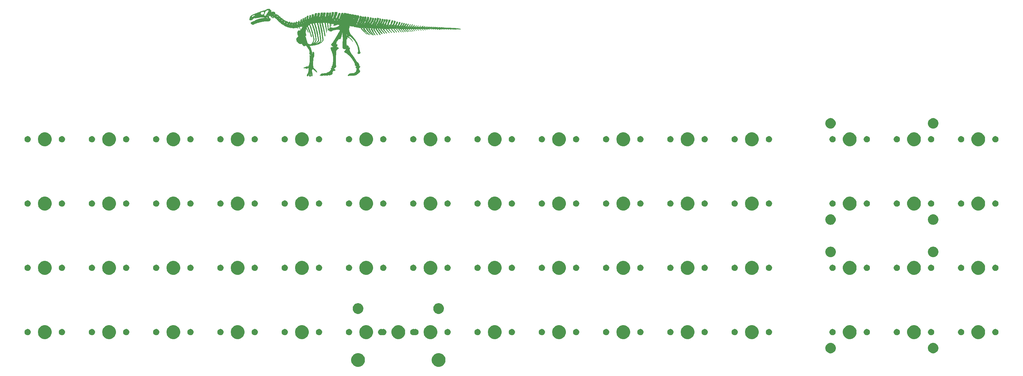
<source format=gbr>
G04 #@! TF.GenerationSoftware,KiCad,Pcbnew,(5.1.4)-1*
G04 #@! TF.CreationDate,2021-01-21T06:54:33+00:00*
G04 #@! TF.ProjectId,Iggy,49676779-2e6b-4696-9361-645f70636258,1.0*
G04 #@! TF.SameCoordinates,Original*
G04 #@! TF.FileFunction,Soldermask,Top*
G04 #@! TF.FilePolarity,Negative*
%FSLAX46Y46*%
G04 Gerber Fmt 4.6, Leading zero omitted, Abs format (unit mm)*
G04 Created by KiCad (PCBNEW (5.1.4)-1) date 2021-01-21 06:54:33*
%MOMM*%
%LPD*%
G04 APERTURE LIST*
%ADD10C,0.010000*%
%ADD11C,0.100000*%
G04 APERTURE END LIST*
D10*
G36*
X123573142Y-25986000D02*
G01*
X123561047Y-25998095D01*
X123548952Y-25986000D01*
X123561047Y-25973904D01*
X123573142Y-25986000D01*
X123573142Y-25986000D01*
G37*
X123573142Y-25986000D02*
X123561047Y-25998095D01*
X123548952Y-25986000D01*
X123561047Y-25973904D01*
X123573142Y-25986000D01*
G36*
X123645714Y-37815142D02*
G01*
X123633619Y-37827238D01*
X123621523Y-37815142D01*
X123633619Y-37803047D01*
X123645714Y-37815142D01*
X123645714Y-37815142D01*
G37*
X123645714Y-37815142D02*
X123633619Y-37827238D01*
X123621523Y-37815142D01*
X123633619Y-37803047D01*
X123645714Y-37815142D01*
G36*
X123548952Y-37863523D02*
G01*
X123536857Y-37875619D01*
X123524762Y-37863523D01*
X123536857Y-37851428D01*
X123548952Y-37863523D01*
X123548952Y-37863523D01*
G37*
X123548952Y-37863523D02*
X123536857Y-37875619D01*
X123524762Y-37863523D01*
X123536857Y-37851428D01*
X123548952Y-37863523D01*
G36*
X123835500Y-37909594D02*
G01*
X123861266Y-37932081D01*
X123863428Y-37937522D01*
X123851948Y-37947465D01*
X123828046Y-37925186D01*
X123824832Y-37920262D01*
X123821981Y-37903708D01*
X123835500Y-37909594D01*
X123835500Y-37909594D01*
G37*
X123835500Y-37909594D02*
X123861266Y-37932081D01*
X123863428Y-37937522D01*
X123851948Y-37947465D01*
X123828046Y-37925186D01*
X123824832Y-37920262D01*
X123821981Y-37903708D01*
X123835500Y-37909594D01*
G36*
X109607648Y-23884959D02*
G01*
X109603142Y-23893523D01*
X109580350Y-23916625D01*
X109576097Y-23917714D01*
X109574446Y-23902088D01*
X109578952Y-23893523D01*
X109601745Y-23870421D01*
X109605998Y-23869333D01*
X109607648Y-23884959D01*
X109607648Y-23884959D01*
G37*
X109607648Y-23884959D02*
X109603142Y-23893523D01*
X109580350Y-23916625D01*
X109576097Y-23917714D01*
X109574446Y-23902088D01*
X109578952Y-23893523D01*
X109601745Y-23870421D01*
X109605998Y-23869333D01*
X109607648Y-23884959D01*
G36*
X109518476Y-24026571D02*
G01*
X109506381Y-24038666D01*
X109494285Y-24026571D01*
X109506381Y-24014476D01*
X109518476Y-24026571D01*
X109518476Y-24026571D01*
G37*
X109518476Y-24026571D02*
X109506381Y-24038666D01*
X109494285Y-24026571D01*
X109506381Y-24014476D01*
X109518476Y-24026571D01*
G36*
X109462505Y-24102673D02*
G01*
X109458000Y-24111238D01*
X109435207Y-24134340D01*
X109430954Y-24135428D01*
X109429303Y-24119802D01*
X109433809Y-24111238D01*
X109456602Y-24088136D01*
X109460855Y-24087047D01*
X109462505Y-24102673D01*
X109462505Y-24102673D01*
G37*
X109462505Y-24102673D02*
X109458000Y-24111238D01*
X109435207Y-24134340D01*
X109430954Y-24135428D01*
X109429303Y-24119802D01*
X109433809Y-24111238D01*
X109456602Y-24088136D01*
X109460855Y-24087047D01*
X109462505Y-24102673D01*
G36*
X110446443Y-24178948D02*
G01*
X110444250Y-24209809D01*
X110431486Y-24249354D01*
X110417375Y-24251153D01*
X110405460Y-24240254D01*
X110390953Y-24203831D01*
X110422828Y-24176132D01*
X110422881Y-24176112D01*
X110446443Y-24178948D01*
X110446443Y-24178948D01*
G37*
X110446443Y-24178948D02*
X110444250Y-24209809D01*
X110431486Y-24249354D01*
X110417375Y-24251153D01*
X110405460Y-24240254D01*
X110390953Y-24203831D01*
X110422828Y-24176132D01*
X110422881Y-24176112D01*
X110446443Y-24178948D01*
G36*
X111137894Y-23715136D02*
G01*
X111129913Y-23736790D01*
X111096023Y-23775489D01*
X111092076Y-23779291D01*
X111035507Y-23833047D01*
X111081325Y-23768893D01*
X111115290Y-23728133D01*
X111136866Y-23714501D01*
X111137894Y-23715136D01*
X111137894Y-23715136D01*
G37*
X111137894Y-23715136D02*
X111129913Y-23736790D01*
X111096023Y-23775489D01*
X111092076Y-23779291D01*
X111035507Y-23833047D01*
X111081325Y-23768893D01*
X111115290Y-23728133D01*
X111136866Y-23714501D01*
X111137894Y-23715136D01*
G36*
X101027619Y-24316857D02*
G01*
X101015523Y-24328952D01*
X101003428Y-24316857D01*
X101015523Y-24304761D01*
X101027619Y-24316857D01*
X101027619Y-24316857D01*
G37*
X101027619Y-24316857D02*
X101015523Y-24328952D01*
X101003428Y-24316857D01*
X101015523Y-24304761D01*
X101027619Y-24316857D01*
G36*
X112872506Y-24001278D02*
G01*
X112878068Y-24047208D01*
X112876437Y-24068706D01*
X112857809Y-24130795D01*
X112823629Y-24154019D01*
X112783177Y-24134653D01*
X112766501Y-24112846D01*
X112761615Y-24100567D01*
X112794766Y-24100567D01*
X112813269Y-24111229D01*
X112814441Y-24111238D01*
X112840363Y-24091060D01*
X112846394Y-24062857D01*
X112843843Y-24023472D01*
X112840334Y-24014476D01*
X112825765Y-24032834D01*
X112808381Y-24062857D01*
X112794766Y-24100567D01*
X112761615Y-24100567D01*
X112750676Y-24073084D01*
X112770679Y-24042190D01*
X112790026Y-24027625D01*
X112845152Y-23995698D01*
X112872506Y-24001278D01*
X112872506Y-24001278D01*
G37*
X112872506Y-24001278D02*
X112878068Y-24047208D01*
X112876437Y-24068706D01*
X112857809Y-24130795D01*
X112823629Y-24154019D01*
X112783177Y-24134653D01*
X112766501Y-24112846D01*
X112761615Y-24100567D01*
X112794766Y-24100567D01*
X112813269Y-24111229D01*
X112814441Y-24111238D01*
X112840363Y-24091060D01*
X112846394Y-24062857D01*
X112843843Y-24023472D01*
X112840334Y-24014476D01*
X112825765Y-24032834D01*
X112808381Y-24062857D01*
X112794766Y-24100567D01*
X112761615Y-24100567D01*
X112750676Y-24073084D01*
X112770679Y-24042190D01*
X112790026Y-24027625D01*
X112845152Y-23995698D01*
X112872506Y-24001278D01*
G36*
X107897714Y-24776476D02*
G01*
X107885619Y-24788571D01*
X107873523Y-24776476D01*
X107885619Y-24764381D01*
X107897714Y-24776476D01*
X107897714Y-24776476D01*
G37*
X107897714Y-24776476D02*
X107885619Y-24788571D01*
X107873523Y-24776476D01*
X107885619Y-24764381D01*
X107897714Y-24776476D01*
G36*
X101358042Y-25310959D02*
G01*
X101405820Y-25349300D01*
X101440536Y-25392969D01*
X101447934Y-25422529D01*
X101444889Y-25425891D01*
X101414544Y-25419880D01*
X101371113Y-25386200D01*
X101365675Y-25380587D01*
X101328615Y-25329918D01*
X101328451Y-25304853D01*
X101358042Y-25310959D01*
X101358042Y-25310959D01*
G37*
X101358042Y-25310959D02*
X101405820Y-25349300D01*
X101440536Y-25392969D01*
X101447934Y-25422529D01*
X101444889Y-25425891D01*
X101414544Y-25419880D01*
X101371113Y-25386200D01*
X101365675Y-25380587D01*
X101328615Y-25329918D01*
X101328451Y-25304853D01*
X101358042Y-25310959D01*
G36*
X99019809Y-22284857D02*
G01*
X99007714Y-22296952D01*
X98995619Y-22284857D01*
X99007714Y-22272761D01*
X99019809Y-22284857D01*
X99019809Y-22284857D01*
G37*
X99019809Y-22284857D02*
X99007714Y-22296952D01*
X98995619Y-22284857D01*
X99007714Y-22272761D01*
X99019809Y-22284857D01*
G36*
X97761904Y-23373428D02*
G01*
X97749809Y-23385523D01*
X97737714Y-23373428D01*
X97749809Y-23361333D01*
X97761904Y-23373428D01*
X97761904Y-23373428D01*
G37*
X97761904Y-23373428D02*
X97749809Y-23385523D01*
X97737714Y-23373428D01*
X97749809Y-23361333D01*
X97761904Y-23373428D01*
G36*
X114356571Y-23687904D02*
G01*
X114344476Y-23700000D01*
X114332381Y-23687904D01*
X114344476Y-23675809D01*
X114356571Y-23687904D01*
X114356571Y-23687904D01*
G37*
X114356571Y-23687904D02*
X114344476Y-23700000D01*
X114332381Y-23687904D01*
X114344476Y-23675809D01*
X114356571Y-23687904D01*
G36*
X95938978Y-23671279D02*
G01*
X95976102Y-23715701D01*
X95991536Y-23763045D01*
X95990882Y-23769182D01*
X95965011Y-23805519D01*
X95921555Y-23818030D01*
X95892010Y-23805661D01*
X95878638Y-23771268D01*
X95875525Y-23719868D01*
X95881907Y-23672858D01*
X95897022Y-23651634D01*
X95897510Y-23651619D01*
X95938978Y-23671279D01*
X95938978Y-23671279D01*
G37*
X95938978Y-23671279D02*
X95976102Y-23715701D01*
X95991536Y-23763045D01*
X95990882Y-23769182D01*
X95965011Y-23805519D01*
X95921555Y-23818030D01*
X95892010Y-23805661D01*
X95878638Y-23771268D01*
X95875525Y-23719868D01*
X95881907Y-23672858D01*
X95897022Y-23651634D01*
X95897510Y-23651619D01*
X95938978Y-23671279D01*
G36*
X95760142Y-23631793D02*
G01*
X95798201Y-23647250D01*
X95816751Y-23688553D01*
X95822079Y-23730238D01*
X95823094Y-23790466D01*
X95808800Y-23816299D01*
X95782334Y-23820952D01*
X95736251Y-23803680D01*
X95720397Y-23782688D01*
X95708716Y-23728419D01*
X95705714Y-23684243D01*
X95714171Y-23640032D01*
X95747888Y-23630430D01*
X95760142Y-23631793D01*
X95760142Y-23631793D01*
G37*
X95760142Y-23631793D02*
X95798201Y-23647250D01*
X95816751Y-23688553D01*
X95822079Y-23730238D01*
X95823094Y-23790466D01*
X95808800Y-23816299D01*
X95782334Y-23820952D01*
X95736251Y-23803680D01*
X95720397Y-23782688D01*
X95708716Y-23728419D01*
X95705714Y-23684243D01*
X95714171Y-23640032D01*
X95747888Y-23630430D01*
X95760142Y-23631793D01*
G36*
X95654023Y-23648407D02*
G01*
X95678197Y-23711475D01*
X95681523Y-23762454D01*
X95668498Y-23809752D01*
X95637174Y-23820952D01*
X95591178Y-23813054D01*
X95576698Y-23804825D01*
X95565629Y-23771627D01*
X95560599Y-23712853D01*
X95560571Y-23708063D01*
X95566930Y-23650936D01*
X95590558Y-23629025D01*
X95606364Y-23627428D01*
X95654023Y-23648407D01*
X95654023Y-23648407D01*
G37*
X95654023Y-23648407D02*
X95678197Y-23711475D01*
X95681523Y-23762454D01*
X95668498Y-23809752D01*
X95637174Y-23820952D01*
X95591178Y-23813054D01*
X95576698Y-23804825D01*
X95565629Y-23771627D01*
X95560599Y-23712853D01*
X95560571Y-23708063D01*
X95566930Y-23650936D01*
X95590558Y-23629025D01*
X95606364Y-23627428D01*
X95654023Y-23648407D01*
G36*
X95328808Y-23640236D02*
G01*
X95346485Y-23687904D01*
X95350255Y-23746756D01*
X95352533Y-23778287D01*
X95337946Y-23807949D01*
X95302541Y-23814531D01*
X95268735Y-23796661D01*
X95261234Y-23783875D01*
X95249032Y-23728100D01*
X95246095Y-23685926D01*
X95261114Y-23638685D01*
X95294514Y-23623570D01*
X95328808Y-23640236D01*
X95328808Y-23640236D01*
G37*
X95328808Y-23640236D02*
X95346485Y-23687904D01*
X95350255Y-23746756D01*
X95352533Y-23778287D01*
X95337946Y-23807949D01*
X95302541Y-23814531D01*
X95268735Y-23796661D01*
X95261234Y-23783875D01*
X95249032Y-23728100D01*
X95246095Y-23685926D01*
X95261114Y-23638685D01*
X95294514Y-23623570D01*
X95328808Y-23640236D01*
G36*
X94780428Y-23680281D02*
G01*
X94810893Y-23704327D01*
X94829306Y-23750766D01*
X94833197Y-23801320D01*
X94820098Y-23837709D01*
X94802692Y-23845142D01*
X94764427Y-23825522D01*
X94752778Y-23806878D01*
X94737193Y-23738927D01*
X94746762Y-23693078D01*
X94779143Y-23680055D01*
X94780428Y-23680281D01*
X94780428Y-23680281D01*
G37*
X94780428Y-23680281D02*
X94810893Y-23704327D01*
X94829306Y-23750766D01*
X94833197Y-23801320D01*
X94820098Y-23837709D01*
X94802692Y-23845142D01*
X94764427Y-23825522D01*
X94752778Y-23806878D01*
X94737193Y-23738927D01*
X94746762Y-23693078D01*
X94779143Y-23680055D01*
X94780428Y-23680281D01*
G36*
X94586217Y-23744358D02*
G01*
X94592952Y-23772571D01*
X94593776Y-23821028D01*
X94594766Y-23838490D01*
X94579780Y-23860952D01*
X94547468Y-23860836D01*
X94537012Y-23853710D01*
X94520467Y-23814294D01*
X94523202Y-23765612D01*
X94541819Y-23730057D01*
X94556666Y-23724190D01*
X94586217Y-23744358D01*
X94586217Y-23744358D01*
G37*
X94586217Y-23744358D02*
X94592952Y-23772571D01*
X94593776Y-23821028D01*
X94594766Y-23838490D01*
X94579780Y-23860952D01*
X94547468Y-23860836D01*
X94537012Y-23853710D01*
X94520467Y-23814294D01*
X94523202Y-23765612D01*
X94541819Y-23730057D01*
X94556666Y-23724190D01*
X94586217Y-23744358D01*
G36*
X94458179Y-23744499D02*
G01*
X94486512Y-23790453D01*
X94492140Y-23835928D01*
X94470329Y-23877789D01*
X94438376Y-23884280D01*
X94414504Y-23856282D01*
X94401080Y-23798654D01*
X94402596Y-23748531D01*
X94418191Y-23724453D01*
X94420657Y-23724190D01*
X94458179Y-23744499D01*
X94458179Y-23744499D01*
G37*
X94458179Y-23744499D02*
X94486512Y-23790453D01*
X94492140Y-23835928D01*
X94470329Y-23877789D01*
X94438376Y-23884280D01*
X94414504Y-23856282D01*
X94401080Y-23798654D01*
X94402596Y-23748531D01*
X94418191Y-23724453D01*
X94420657Y-23724190D01*
X94458179Y-23744499D01*
G36*
X93894948Y-23864794D02*
G01*
X93923698Y-23909397D01*
X93939392Y-23957424D01*
X93939809Y-23964504D01*
X93921570Y-23986557D01*
X93883867Y-23987752D01*
X93859174Y-23974158D01*
X93845379Y-23939355D01*
X93844296Y-23891469D01*
X93854636Y-23853546D01*
X93866387Y-23845142D01*
X93894948Y-23864794D01*
X93894948Y-23864794D01*
G37*
X93894948Y-23864794D02*
X93923698Y-23909397D01*
X93939392Y-23957424D01*
X93939809Y-23964504D01*
X93921570Y-23986557D01*
X93883867Y-23987752D01*
X93859174Y-23974158D01*
X93845379Y-23939355D01*
X93844296Y-23891469D01*
X93854636Y-23853546D01*
X93866387Y-23845142D01*
X93894948Y-23864794D01*
G36*
X93696168Y-23915022D02*
G01*
X93718853Y-23969466D01*
X93722095Y-24004359D01*
X93706456Y-24033850D01*
X93673304Y-24034596D01*
X93643288Y-24007592D01*
X93640016Y-24000402D01*
X93625908Y-23935974D01*
X93640341Y-23899019D01*
X93659031Y-23893523D01*
X93696168Y-23915022D01*
X93696168Y-23915022D01*
G37*
X93696168Y-23915022D02*
X93718853Y-23969466D01*
X93722095Y-24004359D01*
X93706456Y-24033850D01*
X93673304Y-24034596D01*
X93643288Y-24007592D01*
X93640016Y-24000402D01*
X93625908Y-23935974D01*
X93640341Y-23899019D01*
X93659031Y-23893523D01*
X93696168Y-23915022D01*
G36*
X93597034Y-23948984D02*
G01*
X93607063Y-23978190D01*
X93603164Y-24025991D01*
X93575738Y-24040534D01*
X93544698Y-24022539D01*
X93530844Y-23986967D01*
X93528571Y-23962063D01*
X93541288Y-23924384D01*
X93569220Y-23921074D01*
X93597034Y-23948984D01*
X93597034Y-23948984D01*
G37*
X93597034Y-23948984D02*
X93607063Y-23978190D01*
X93603164Y-24025991D01*
X93575738Y-24040534D01*
X93544698Y-24022539D01*
X93530844Y-23986967D01*
X93528571Y-23962063D01*
X93541288Y-23924384D01*
X93569220Y-23921074D01*
X93597034Y-23948984D01*
G36*
X93303267Y-24005911D02*
G01*
X93298762Y-24014476D01*
X93275969Y-24037578D01*
X93271716Y-24038666D01*
X93270065Y-24023040D01*
X93274571Y-24014476D01*
X93297364Y-23991374D01*
X93301617Y-23990285D01*
X93303267Y-24005911D01*
X93303267Y-24005911D01*
G37*
X93303267Y-24005911D02*
X93298762Y-24014476D01*
X93275969Y-24037578D01*
X93271716Y-24038666D01*
X93270065Y-24023040D01*
X93274571Y-24014476D01*
X93297364Y-23991374D01*
X93301617Y-23990285D01*
X93303267Y-24005911D01*
G36*
X93494704Y-23975771D02*
G01*
X93496912Y-24022887D01*
X93486614Y-24041918D01*
X93460402Y-24047056D01*
X93446323Y-24024152D01*
X93444115Y-23977036D01*
X93454414Y-23958005D01*
X93480626Y-23952867D01*
X93494704Y-23975771D01*
X93494704Y-23975771D01*
G37*
X93494704Y-23975771D02*
X93496912Y-24022887D01*
X93486614Y-24041918D01*
X93460402Y-24047056D01*
X93446323Y-24024152D01*
X93444115Y-23977036D01*
X93454414Y-23958005D01*
X93480626Y-23952867D01*
X93494704Y-23975771D01*
G36*
X93379026Y-23981927D02*
G01*
X93412786Y-24005296D01*
X93431607Y-24034861D01*
X93431809Y-24037596D01*
X93414897Y-24054155D01*
X93380289Y-24050249D01*
X93352176Y-24029627D01*
X93349850Y-24024904D01*
X93348236Y-23988011D01*
X93352631Y-23980765D01*
X93379026Y-23981927D01*
X93379026Y-23981927D01*
G37*
X93379026Y-23981927D02*
X93412786Y-24005296D01*
X93431607Y-24034861D01*
X93431809Y-24037596D01*
X93414897Y-24054155D01*
X93380289Y-24050249D01*
X93352176Y-24029627D01*
X93349850Y-24024904D01*
X93348236Y-23988011D01*
X93352631Y-23980765D01*
X93379026Y-23981927D01*
G36*
X95919951Y-24059902D02*
G01*
X95945243Y-24112614D01*
X95947619Y-24137407D01*
X95929979Y-24159045D01*
X95890005Y-24160013D01*
X95847117Y-24144078D01*
X95820735Y-24115010D01*
X95820023Y-24112638D01*
X95817759Y-24061337D01*
X95851163Y-24040353D01*
X95876491Y-24038666D01*
X95919951Y-24059902D01*
X95919951Y-24059902D01*
G37*
X95919951Y-24059902D02*
X95945243Y-24112614D01*
X95947619Y-24137407D01*
X95929979Y-24159045D01*
X95890005Y-24160013D01*
X95847117Y-24144078D01*
X95820735Y-24115010D01*
X95820023Y-24112638D01*
X95817759Y-24061337D01*
X95851163Y-24040353D01*
X95876491Y-24038666D01*
X95919951Y-24059902D01*
G36*
X112127310Y-24145213D02*
G01*
X112153279Y-24169571D01*
X112147952Y-24183574D01*
X112144570Y-24183809D01*
X112124109Y-24166627D01*
X112116642Y-24155881D01*
X112113791Y-24139328D01*
X112127310Y-24145213D01*
X112127310Y-24145213D01*
G37*
X112127310Y-24145213D02*
X112153279Y-24169571D01*
X112147952Y-24183574D01*
X112144570Y-24183809D01*
X112124109Y-24166627D01*
X112116642Y-24155881D01*
X112113791Y-24139328D01*
X112127310Y-24145213D01*
G36*
X95774808Y-24084093D02*
G01*
X95800100Y-24136804D01*
X95802476Y-24161597D01*
X95784836Y-24183236D01*
X95744862Y-24184203D01*
X95701974Y-24168268D01*
X95675592Y-24139201D01*
X95674881Y-24136829D01*
X95672617Y-24085527D01*
X95706020Y-24064544D01*
X95731348Y-24062857D01*
X95774808Y-24084093D01*
X95774808Y-24084093D01*
G37*
X95774808Y-24084093D02*
X95800100Y-24136804D01*
X95802476Y-24161597D01*
X95784836Y-24183236D01*
X95744862Y-24184203D01*
X95701974Y-24168268D01*
X95675592Y-24139201D01*
X95674881Y-24136829D01*
X95672617Y-24085527D01*
X95706020Y-24064544D01*
X95731348Y-24062857D01*
X95774808Y-24084093D01*
G36*
X95629326Y-24108298D02*
G01*
X95655137Y-24161751D01*
X95657333Y-24185788D01*
X95638795Y-24205229D01*
X95596984Y-24207086D01*
X95552609Y-24193937D01*
X95526795Y-24169531D01*
X95523429Y-24116468D01*
X95560113Y-24089387D01*
X95583601Y-24087047D01*
X95629326Y-24108298D01*
X95629326Y-24108298D01*
G37*
X95629326Y-24108298D02*
X95655137Y-24161751D01*
X95657333Y-24185788D01*
X95638795Y-24205229D01*
X95596984Y-24207086D01*
X95552609Y-24193937D01*
X95526795Y-24169531D01*
X95523429Y-24116468D01*
X95560113Y-24089387D01*
X95583601Y-24087047D01*
X95629326Y-24108298D01*
G36*
X95484183Y-24132488D02*
G01*
X95509994Y-24185941D01*
X95512190Y-24209978D01*
X95493204Y-24228674D01*
X95450255Y-24231536D01*
X95404354Y-24220559D01*
X95376512Y-24197740D01*
X95376240Y-24197063D01*
X95375476Y-24144560D01*
X95413438Y-24114421D01*
X95438458Y-24111238D01*
X95484183Y-24132488D01*
X95484183Y-24132488D01*
G37*
X95484183Y-24132488D02*
X95509994Y-24185941D01*
X95512190Y-24209978D01*
X95493204Y-24228674D01*
X95450255Y-24231536D01*
X95404354Y-24220559D01*
X95376512Y-24197740D01*
X95376240Y-24197063D01*
X95375476Y-24144560D01*
X95413438Y-24114421D01*
X95438458Y-24111238D01*
X95484183Y-24132488D01*
G36*
X95334746Y-24152633D02*
G01*
X95349500Y-24182408D01*
X95351932Y-24233310D01*
X95318971Y-24254408D01*
X95290444Y-24256381D01*
X95255008Y-24239763D01*
X95246095Y-24195904D01*
X95262276Y-24149286D01*
X95298157Y-24134036D01*
X95334746Y-24152633D01*
X95334746Y-24152633D01*
G37*
X95334746Y-24152633D02*
X95349500Y-24182408D01*
X95351932Y-24233310D01*
X95318971Y-24254408D01*
X95290444Y-24256381D01*
X95255008Y-24239763D01*
X95246095Y-24195904D01*
X95262276Y-24149286D01*
X95298157Y-24134036D01*
X95334746Y-24152633D01*
G36*
X95195152Y-24158132D02*
G01*
X95214210Y-24192634D01*
X95217464Y-24214047D01*
X95217063Y-24261157D01*
X95191411Y-24278516D01*
X95153528Y-24280571D01*
X95098506Y-24270730D01*
X95069492Y-24248139D01*
X95070257Y-24197124D01*
X95112160Y-24163046D01*
X95150390Y-24154170D01*
X95195152Y-24158132D01*
X95195152Y-24158132D01*
G37*
X95195152Y-24158132D02*
X95214210Y-24192634D01*
X95217464Y-24214047D01*
X95217063Y-24261157D01*
X95191411Y-24278516D01*
X95153528Y-24280571D01*
X95098506Y-24270730D01*
X95069492Y-24248139D01*
X95070257Y-24197124D01*
X95112160Y-24163046D01*
X95150390Y-24154170D01*
X95195152Y-24158132D01*
G36*
X117235238Y-24292666D02*
G01*
X117223142Y-24304761D01*
X117211047Y-24292666D01*
X117223142Y-24280571D01*
X117235238Y-24292666D01*
X117235238Y-24292666D01*
G37*
X117235238Y-24292666D02*
X117223142Y-24304761D01*
X117211047Y-24292666D01*
X117223142Y-24280571D01*
X117235238Y-24292666D01*
G36*
X95023946Y-24199074D02*
G01*
X95037888Y-24222073D01*
X95051070Y-24276302D01*
X95031362Y-24300478D01*
X94992095Y-24304761D01*
X94946060Y-24294770D01*
X94931874Y-24255430D01*
X94931619Y-24244285D01*
X94948279Y-24198272D01*
X94985456Y-24181864D01*
X95023946Y-24199074D01*
X95023946Y-24199074D01*
G37*
X95023946Y-24199074D02*
X95037888Y-24222073D01*
X95051070Y-24276302D01*
X95031362Y-24300478D01*
X94992095Y-24304761D01*
X94946060Y-24294770D01*
X94931874Y-24255430D01*
X94931619Y-24244285D01*
X94948279Y-24198272D01*
X94985456Y-24181864D01*
X95023946Y-24199074D01*
G36*
X94451478Y-24356591D02*
G01*
X94461698Y-24391274D01*
X94443551Y-24427174D01*
X94403540Y-24445793D01*
X94362064Y-24443913D01*
X94353460Y-24412474D01*
X94355159Y-24397412D01*
X94378681Y-24350493D01*
X94411523Y-24341047D01*
X94451478Y-24356591D01*
X94451478Y-24356591D01*
G37*
X94451478Y-24356591D02*
X94461698Y-24391274D01*
X94443551Y-24427174D01*
X94403540Y-24445793D01*
X94362064Y-24443913D01*
X94353460Y-24412474D01*
X94355159Y-24397412D01*
X94378681Y-24350493D01*
X94411523Y-24341047D01*
X94451478Y-24356591D01*
G36*
X94306586Y-24395608D02*
G01*
X94321296Y-24435006D01*
X94305304Y-24472380D01*
X94300144Y-24476166D01*
X94250920Y-24496491D01*
X94221641Y-24477273D01*
X94215097Y-24463158D01*
X94214231Y-24411143D01*
X94248739Y-24380194D01*
X94268567Y-24377333D01*
X94306586Y-24395608D01*
X94306586Y-24395608D01*
G37*
X94306586Y-24395608D02*
X94321296Y-24435006D01*
X94305304Y-24472380D01*
X94300144Y-24476166D01*
X94250920Y-24496491D01*
X94221641Y-24477273D01*
X94215097Y-24463158D01*
X94214231Y-24411143D01*
X94248739Y-24380194D01*
X94268567Y-24377333D01*
X94306586Y-24395608D01*
G36*
X94173763Y-24442819D02*
G01*
X94181714Y-24474095D01*
X94164609Y-24514525D01*
X94133333Y-24522476D01*
X94092903Y-24505370D01*
X94084952Y-24474095D01*
X94102057Y-24433665D01*
X94133333Y-24425714D01*
X94173763Y-24442819D01*
X94173763Y-24442819D01*
G37*
X94173763Y-24442819D02*
X94181714Y-24474095D01*
X94164609Y-24514525D01*
X94133333Y-24522476D01*
X94092903Y-24505370D01*
X94084952Y-24474095D01*
X94102057Y-24433665D01*
X94133333Y-24425714D01*
X94173763Y-24442819D01*
G36*
X94027424Y-24466478D02*
G01*
X94057821Y-24496616D01*
X94051001Y-24534952D01*
X94022497Y-24556173D01*
X93982342Y-24569037D01*
X93965063Y-24558160D01*
X93956383Y-24537519D01*
X93959559Y-24493008D01*
X93993098Y-24465331D01*
X94027424Y-24466478D01*
X94027424Y-24466478D01*
G37*
X94027424Y-24466478D02*
X94057821Y-24496616D01*
X94051001Y-24534952D01*
X94022497Y-24556173D01*
X93982342Y-24569037D01*
X93965063Y-24558160D01*
X93956383Y-24537519D01*
X93959559Y-24493008D01*
X93993098Y-24465331D01*
X94027424Y-24466478D01*
G36*
X93914030Y-24516834D02*
G01*
X93934686Y-24549586D01*
X93920968Y-24582812D01*
X93882241Y-24605733D01*
X93841859Y-24606735D01*
X93832353Y-24600480D01*
X93820947Y-24567573D01*
X93818857Y-24540952D01*
X93836028Y-24509099D01*
X93874350Y-24501552D01*
X93914030Y-24516834D01*
X93914030Y-24516834D01*
G37*
X93914030Y-24516834D02*
X93934686Y-24549586D01*
X93920968Y-24582812D01*
X93882241Y-24605733D01*
X93841859Y-24606735D01*
X93832353Y-24600480D01*
X93820947Y-24567573D01*
X93818857Y-24540952D01*
X93836028Y-24509099D01*
X93874350Y-24501552D01*
X93914030Y-24516834D01*
G36*
X101829376Y-24609790D02*
G01*
X101838000Y-24619238D01*
X101830593Y-24638278D01*
X101803142Y-24643428D01*
X101763064Y-24633559D01*
X101753333Y-24619238D01*
X101772823Y-24597541D01*
X101788191Y-24595047D01*
X101829376Y-24609790D01*
X101829376Y-24609790D01*
G37*
X101829376Y-24609790D02*
X101838000Y-24619238D01*
X101830593Y-24638278D01*
X101803142Y-24643428D01*
X101763064Y-24633559D01*
X101753333Y-24619238D01*
X101772823Y-24597541D01*
X101788191Y-24595047D01*
X101829376Y-24609790D01*
G36*
X93787597Y-24559389D02*
G01*
X93792494Y-24601512D01*
X93789665Y-24613190D01*
X93766370Y-24630616D01*
X93715513Y-24654302D01*
X93655896Y-24676688D01*
X93606320Y-24690210D01*
X93595095Y-24691445D01*
X93579081Y-24672079D01*
X93576952Y-24654764D01*
X93594986Y-24615927D01*
X93634033Y-24600499D01*
X93671516Y-24616019D01*
X93675785Y-24621760D01*
X93691999Y-24636749D01*
X93697439Y-24607570D01*
X93697534Y-24601095D01*
X93712047Y-24556820D01*
X93746285Y-24546666D01*
X93787597Y-24559389D01*
X93787597Y-24559389D01*
G37*
X93787597Y-24559389D02*
X93792494Y-24601512D01*
X93789665Y-24613190D01*
X93766370Y-24630616D01*
X93715513Y-24654302D01*
X93655896Y-24676688D01*
X93606320Y-24690210D01*
X93595095Y-24691445D01*
X93579081Y-24672079D01*
X93576952Y-24654764D01*
X93594986Y-24615927D01*
X93634033Y-24600499D01*
X93671516Y-24616019D01*
X93675785Y-24621760D01*
X93691999Y-24636749D01*
X93697439Y-24607570D01*
X93697534Y-24601095D01*
X93712047Y-24556820D01*
X93746285Y-24546666D01*
X93787597Y-24559389D01*
G36*
X107365523Y-25042571D02*
G01*
X107353428Y-25054666D01*
X107341333Y-25042571D01*
X107353428Y-25030476D01*
X107365523Y-25042571D01*
X107365523Y-25042571D01*
G37*
X107365523Y-25042571D02*
X107353428Y-25054666D01*
X107341333Y-25042571D01*
X107353428Y-25030476D01*
X107365523Y-25042571D01*
G36*
X107268762Y-25115142D02*
G01*
X107256666Y-25127238D01*
X107244571Y-25115142D01*
X107256666Y-25103047D01*
X107268762Y-25115142D01*
X107268762Y-25115142D01*
G37*
X107268762Y-25115142D02*
X107256666Y-25127238D01*
X107244571Y-25115142D01*
X107256666Y-25103047D01*
X107268762Y-25115142D01*
G36*
X106849934Y-25167054D02*
G01*
X106845428Y-25175619D01*
X106822636Y-25198721D01*
X106818382Y-25199809D01*
X106816732Y-25184183D01*
X106821238Y-25175619D01*
X106844030Y-25152517D01*
X106848283Y-25151428D01*
X106849934Y-25167054D01*
X106849934Y-25167054D01*
G37*
X106849934Y-25167054D02*
X106845428Y-25175619D01*
X106822636Y-25198721D01*
X106818382Y-25199809D01*
X106816732Y-25184183D01*
X106821238Y-25175619D01*
X106844030Y-25152517D01*
X106848283Y-25151428D01*
X106849934Y-25167054D01*
G36*
X107129924Y-25179995D02*
G01*
X107124078Y-25187160D01*
X107089984Y-25220710D01*
X107076007Y-25212977D01*
X107075238Y-25202397D01*
X107094626Y-25176418D01*
X107114945Y-25165558D01*
X107141060Y-25159355D01*
X107129924Y-25179995D01*
X107129924Y-25179995D01*
G37*
X107129924Y-25179995D02*
X107124078Y-25187160D01*
X107089984Y-25220710D01*
X107076007Y-25212977D01*
X107075238Y-25202397D01*
X107094626Y-25176418D01*
X107114945Y-25165558D01*
X107141060Y-25159355D01*
X107129924Y-25179995D01*
G36*
X106656904Y-25351325D02*
G01*
X106651904Y-25369142D01*
X106617382Y-25390191D01*
X106596048Y-25392962D01*
X106568976Y-25389048D01*
X106586560Y-25372324D01*
X106591428Y-25369142D01*
X106635749Y-25347773D01*
X106656904Y-25351325D01*
X106656904Y-25351325D01*
G37*
X106656904Y-25351325D02*
X106651904Y-25369142D01*
X106617382Y-25390191D01*
X106596048Y-25392962D01*
X106568976Y-25389048D01*
X106586560Y-25372324D01*
X106591428Y-25369142D01*
X106635749Y-25347773D01*
X106656904Y-25351325D01*
G36*
X123597333Y-25671523D02*
G01*
X123585238Y-25683619D01*
X123573142Y-25671523D01*
X123585238Y-25659428D01*
X123597333Y-25671523D01*
X123597333Y-25671523D01*
G37*
X123597333Y-25671523D02*
X123585238Y-25683619D01*
X123573142Y-25671523D01*
X123585238Y-25659428D01*
X123597333Y-25671523D01*
G36*
X109778719Y-25607895D02*
G01*
X109784570Y-25658580D01*
X109784571Y-25659428D01*
X109780222Y-25707311D01*
X109757599Y-25727601D01*
X109702338Y-25731986D01*
X109695379Y-25732000D01*
X109606186Y-25732000D01*
X109675714Y-25659428D01*
X109723474Y-25614103D01*
X109758574Y-25588779D01*
X109764906Y-25586857D01*
X109778719Y-25607895D01*
X109778719Y-25607895D01*
G37*
X109778719Y-25607895D02*
X109784570Y-25658580D01*
X109784571Y-25659428D01*
X109780222Y-25707311D01*
X109757599Y-25727601D01*
X109702338Y-25731986D01*
X109695379Y-25732000D01*
X109606186Y-25732000D01*
X109675714Y-25659428D01*
X109723474Y-25614103D01*
X109758574Y-25588779D01*
X109764906Y-25586857D01*
X109778719Y-25607895D01*
G36*
X107545737Y-25380908D02*
G01*
X107538454Y-25495335D01*
X107550957Y-25592261D01*
X107581024Y-25660554D01*
X107605958Y-25682832D01*
X107630522Y-25693790D01*
X107637975Y-25685400D01*
X107628130Y-25648839D01*
X107603878Y-25583371D01*
X107578405Y-25503987D01*
X107572042Y-25454808D01*
X107583972Y-25440581D01*
X107613381Y-25466051D01*
X107622096Y-25477427D01*
X107642529Y-25517133D01*
X107669027Y-25583793D01*
X107697290Y-25664232D01*
X107723018Y-25745275D01*
X107741910Y-25813746D01*
X107749666Y-25856470D01*
X107748238Y-25863911D01*
X107729690Y-25849902D01*
X107684915Y-25807082D01*
X107620617Y-25742082D01*
X107543505Y-25661532D01*
X107543113Y-25661117D01*
X107457012Y-25567847D01*
X107401827Y-25502190D01*
X107462285Y-25502190D01*
X107474381Y-25514285D01*
X107486476Y-25502190D01*
X107474381Y-25490095D01*
X107462285Y-25502190D01*
X107401827Y-25502190D01*
X107401447Y-25501738D01*
X107372023Y-25456474D01*
X107364349Y-25425735D01*
X107368934Y-25410570D01*
X107402773Y-25373200D01*
X107432044Y-25381350D01*
X107445244Y-25411476D01*
X107450429Y-25422927D01*
X107448329Y-25391742D01*
X107448192Y-25390591D01*
X107454921Y-25335721D01*
X107499101Y-25300744D01*
X107501344Y-25299709D01*
X107562062Y-25272044D01*
X107545737Y-25380908D01*
X107545737Y-25380908D01*
G37*
X107545737Y-25380908D02*
X107538454Y-25495335D01*
X107550957Y-25592261D01*
X107581024Y-25660554D01*
X107605958Y-25682832D01*
X107630522Y-25693790D01*
X107637975Y-25685400D01*
X107628130Y-25648839D01*
X107603878Y-25583371D01*
X107578405Y-25503987D01*
X107572042Y-25454808D01*
X107583972Y-25440581D01*
X107613381Y-25466051D01*
X107622096Y-25477427D01*
X107642529Y-25517133D01*
X107669027Y-25583793D01*
X107697290Y-25664232D01*
X107723018Y-25745275D01*
X107741910Y-25813746D01*
X107749666Y-25856470D01*
X107748238Y-25863911D01*
X107729690Y-25849902D01*
X107684915Y-25807082D01*
X107620617Y-25742082D01*
X107543505Y-25661532D01*
X107543113Y-25661117D01*
X107457012Y-25567847D01*
X107401827Y-25502190D01*
X107462285Y-25502190D01*
X107474381Y-25514285D01*
X107486476Y-25502190D01*
X107474381Y-25490095D01*
X107462285Y-25502190D01*
X107401827Y-25502190D01*
X107401447Y-25501738D01*
X107372023Y-25456474D01*
X107364349Y-25425735D01*
X107368934Y-25410570D01*
X107402773Y-25373200D01*
X107432044Y-25381350D01*
X107445244Y-25411476D01*
X107450429Y-25422927D01*
X107448329Y-25391742D01*
X107448192Y-25390591D01*
X107454921Y-25335721D01*
X107499101Y-25300744D01*
X107501344Y-25299709D01*
X107562062Y-25272044D01*
X107545737Y-25380908D01*
G36*
X106949952Y-25559034D02*
G01*
X106960206Y-25598952D01*
X106965539Y-25649042D01*
X106955745Y-25653649D01*
X106933784Y-25612164D01*
X106930849Y-25605000D01*
X106914339Y-25572993D01*
X106907686Y-25586502D01*
X106907438Y-25591257D01*
X106924715Y-25631369D01*
X106969107Y-25676655D01*
X106977567Y-25682972D01*
X107041132Y-25753306D01*
X107063740Y-25823714D01*
X107079120Y-25891558D01*
X107105837Y-25985098D01*
X107138265Y-26084720D01*
X107140095Y-26089965D01*
X107168255Y-26174272D01*
X107187207Y-26238772D01*
X107193631Y-26271931D01*
X107193018Y-26273888D01*
X107173396Y-26261078D01*
X107127891Y-26220613D01*
X107064271Y-26159602D01*
X107020809Y-26116268D01*
X106949979Y-26040440D01*
X106894564Y-25973028D01*
X106862269Y-25923830D01*
X106859670Y-25915866D01*
X107028561Y-25915866D01*
X107034061Y-25953829D01*
X107049510Y-26006630D01*
X107068594Y-26056652D01*
X107084999Y-26086277D01*
X107090226Y-26087932D01*
X107088547Y-26061654D01*
X107073060Y-26007086D01*
X107064943Y-25983887D01*
X107043694Y-25932254D01*
X107030470Y-25912214D01*
X107028561Y-25915866D01*
X106859670Y-25915866D01*
X106857153Y-25908155D01*
X106851992Y-25881348D01*
X106836789Y-25896570D01*
X106809081Y-25901313D01*
X106760458Y-25878226D01*
X106708143Y-25840857D01*
X106858264Y-25840857D01*
X106868246Y-25845184D01*
X106881714Y-25828761D01*
X106902184Y-25784662D01*
X106905164Y-25768285D01*
X106901877Y-25766860D01*
X106939991Y-25766860D01*
X106960333Y-25782318D01*
X106996573Y-25821532D01*
X107004576Y-25848106D01*
X107010492Y-25870950D01*
X107018958Y-25858186D01*
X107015732Y-25815333D01*
X107001991Y-25791662D01*
X106964138Y-25761917D01*
X106945276Y-25756926D01*
X106939991Y-25766860D01*
X106901877Y-25766860D01*
X106895181Y-25763958D01*
X106881714Y-25780381D01*
X106861244Y-25824480D01*
X106858264Y-25840857D01*
X106708143Y-25840857D01*
X106701560Y-25836155D01*
X106643023Y-25783948D01*
X106595487Y-25730449D01*
X106569590Y-25684506D01*
X106567608Y-25672733D01*
X106580387Y-25666640D01*
X106596266Y-25678781D01*
X106652325Y-25706155D01*
X106714410Y-25688472D01*
X106750908Y-25656952D01*
X106796115Y-25617247D01*
X106855438Y-25576641D01*
X106910448Y-25546792D01*
X106938169Y-25538476D01*
X106949952Y-25559034D01*
X106949952Y-25559034D01*
G37*
X106949952Y-25559034D02*
X106960206Y-25598952D01*
X106965539Y-25649042D01*
X106955745Y-25653649D01*
X106933784Y-25612164D01*
X106930849Y-25605000D01*
X106914339Y-25572993D01*
X106907686Y-25586502D01*
X106907438Y-25591257D01*
X106924715Y-25631369D01*
X106969107Y-25676655D01*
X106977567Y-25682972D01*
X107041132Y-25753306D01*
X107063740Y-25823714D01*
X107079120Y-25891558D01*
X107105837Y-25985098D01*
X107138265Y-26084720D01*
X107140095Y-26089965D01*
X107168255Y-26174272D01*
X107187207Y-26238772D01*
X107193631Y-26271931D01*
X107193018Y-26273888D01*
X107173396Y-26261078D01*
X107127891Y-26220613D01*
X107064271Y-26159602D01*
X107020809Y-26116268D01*
X106949979Y-26040440D01*
X106894564Y-25973028D01*
X106862269Y-25923830D01*
X106859670Y-25915866D01*
X107028561Y-25915866D01*
X107034061Y-25953829D01*
X107049510Y-26006630D01*
X107068594Y-26056652D01*
X107084999Y-26086277D01*
X107090226Y-26087932D01*
X107088547Y-26061654D01*
X107073060Y-26007086D01*
X107064943Y-25983887D01*
X107043694Y-25932254D01*
X107030470Y-25912214D01*
X107028561Y-25915866D01*
X106859670Y-25915866D01*
X106857153Y-25908155D01*
X106851992Y-25881348D01*
X106836789Y-25896570D01*
X106809081Y-25901313D01*
X106760458Y-25878226D01*
X106708143Y-25840857D01*
X106858264Y-25840857D01*
X106868246Y-25845184D01*
X106881714Y-25828761D01*
X106902184Y-25784662D01*
X106905164Y-25768285D01*
X106901877Y-25766860D01*
X106939991Y-25766860D01*
X106960333Y-25782318D01*
X106996573Y-25821532D01*
X107004576Y-25848106D01*
X107010492Y-25870950D01*
X107018958Y-25858186D01*
X107015732Y-25815333D01*
X107001991Y-25791662D01*
X106964138Y-25761917D01*
X106945276Y-25756926D01*
X106939991Y-25766860D01*
X106901877Y-25766860D01*
X106895181Y-25763958D01*
X106881714Y-25780381D01*
X106861244Y-25824480D01*
X106858264Y-25840857D01*
X106708143Y-25840857D01*
X106701560Y-25836155D01*
X106643023Y-25783948D01*
X106595487Y-25730449D01*
X106569590Y-25684506D01*
X106567608Y-25672733D01*
X106580387Y-25666640D01*
X106596266Y-25678781D01*
X106652325Y-25706155D01*
X106714410Y-25688472D01*
X106750908Y-25656952D01*
X106796115Y-25617247D01*
X106855438Y-25576641D01*
X106910448Y-25546792D01*
X106938169Y-25538476D01*
X106949952Y-25559034D01*
G36*
X128586439Y-26286388D02*
G01*
X128589911Y-26345237D01*
X128590730Y-26429117D01*
X128589210Y-26526408D01*
X128585663Y-26625490D01*
X128580401Y-26714745D01*
X128573735Y-26782553D01*
X128565979Y-26817294D01*
X128565111Y-26818555D01*
X128561709Y-26800045D01*
X128558926Y-26742190D01*
X128557054Y-26654026D01*
X128556381Y-26546412D01*
X128558307Y-26425505D01*
X128563702Y-26333764D01*
X128571986Y-26278107D01*
X128580005Y-26264190D01*
X128586439Y-26286388D01*
X128586439Y-26286388D01*
G37*
X128586439Y-26286388D02*
X128589911Y-26345237D01*
X128590730Y-26429117D01*
X128589210Y-26526408D01*
X128585663Y-26625490D01*
X128580401Y-26714745D01*
X128573735Y-26782553D01*
X128565979Y-26817294D01*
X128565111Y-26818555D01*
X128561709Y-26800045D01*
X128558926Y-26742190D01*
X128557054Y-26654026D01*
X128556381Y-26546412D01*
X128558307Y-26425505D01*
X128563702Y-26333764D01*
X128571986Y-26278107D01*
X128580005Y-26264190D01*
X128586439Y-26286388D01*
G36*
X149521460Y-26877015D02*
G01*
X149518139Y-26891397D01*
X149505333Y-26893142D01*
X149485421Y-26884291D01*
X149489206Y-26877015D01*
X149517914Y-26874120D01*
X149521460Y-26877015D01*
X149521460Y-26877015D01*
G37*
X149521460Y-26877015D02*
X149518139Y-26891397D01*
X149505333Y-26893142D01*
X149485421Y-26884291D01*
X149489206Y-26877015D01*
X149517914Y-26874120D01*
X149521460Y-26877015D01*
G36*
X129607117Y-24014811D02*
G01*
X129701462Y-24041285D01*
X129802066Y-24081925D01*
X129850571Y-24106423D01*
X129971523Y-24172281D01*
X129969053Y-24292950D01*
X129962007Y-24357860D01*
X129941732Y-24440221D01*
X129905927Y-24547210D01*
X129852292Y-24686003D01*
X129810161Y-24788571D01*
X129754606Y-24920488D01*
X129702100Y-25042887D01*
X129656872Y-25146082D01*
X129623146Y-25220387D01*
X129609611Y-25248190D01*
X129573528Y-25312309D01*
X129522911Y-25395759D01*
X129464203Y-25488682D01*
X129403851Y-25581220D01*
X129348298Y-25663518D01*
X129303988Y-25725716D01*
X129277366Y-25757959D01*
X129275238Y-25759641D01*
X129262773Y-25791945D01*
X129267186Y-25838260D01*
X129271002Y-25886685D01*
X129244047Y-25905393D01*
X129194133Y-25903771D01*
X129162826Y-25920008D01*
X129152336Y-25937771D01*
X129119993Y-25975562D01*
X129083060Y-25997143D01*
X129028095Y-26019219D01*
X129084114Y-26020752D01*
X129151263Y-26033105D01*
X129186923Y-26047327D01*
X129222400Y-26080349D01*
X129233010Y-26117578D01*
X129215755Y-26141569D01*
X129203476Y-26143608D01*
X129187942Y-26150002D01*
X129206213Y-26164870D01*
X129227073Y-26185121D01*
X129206213Y-26200562D01*
X129199128Y-26207334D01*
X129225193Y-26202645D01*
X129254308Y-26199879D01*
X129272253Y-26216082D01*
X129284168Y-26261272D01*
X129294237Y-26337165D01*
X129299994Y-26435782D01*
X129299815Y-26565594D01*
X129294490Y-26709884D01*
X129284808Y-26851936D01*
X129271559Y-26975034D01*
X129261092Y-27038527D01*
X129244829Y-27118047D01*
X128974065Y-27124049D01*
X128850381Y-27125559D01*
X128766300Y-27122997D01*
X128713146Y-27115458D01*
X128682243Y-27102035D01*
X128672174Y-27092533D01*
X128660756Y-27065937D01*
X128656498Y-27038206D01*
X128705848Y-27038206D01*
X128710931Y-27050545D01*
X128725714Y-27026190D01*
X128742960Y-26962651D01*
X128743730Y-26953619D01*
X129215624Y-26953619D01*
X129217571Y-27003405D01*
X129223053Y-27016254D01*
X129226144Y-27008329D01*
X129230650Y-26950237D01*
X129226632Y-26911567D01*
X129220260Y-26898160D01*
X129216251Y-26927236D01*
X129215624Y-26953619D01*
X128743730Y-26953619D01*
X128745793Y-26929428D01*
X128742805Y-26902728D01*
X128732954Y-26919972D01*
X128725714Y-26941523D01*
X128710775Y-26998510D01*
X128705848Y-27038206D01*
X128656498Y-27038206D01*
X128652859Y-27014511D01*
X128648227Y-26932842D01*
X128646606Y-26815516D01*
X128646656Y-26808476D01*
X128754620Y-26808476D01*
X128757235Y-26849789D01*
X128764808Y-26853426D01*
X128765772Y-26851269D01*
X128770557Y-26803247D01*
X128766668Y-26778698D01*
X128758968Y-26768833D01*
X128754780Y-26800964D01*
X128754620Y-26808476D01*
X128646656Y-26808476D01*
X128647350Y-26711714D01*
X129239814Y-26711714D01*
X129241761Y-26761500D01*
X129247243Y-26774350D01*
X129250335Y-26766424D01*
X129254840Y-26708333D01*
X129250823Y-26669663D01*
X129244450Y-26656255D01*
X129240442Y-26685331D01*
X129239814Y-26711714D01*
X128647350Y-26711714D01*
X128647743Y-26657121D01*
X128648710Y-26593079D01*
X128649193Y-26566571D01*
X128781014Y-26566571D01*
X128782551Y-26623939D01*
X128786863Y-26644909D01*
X128791123Y-26633427D01*
X128795479Y-26567063D01*
X128791453Y-26512475D01*
X128785911Y-26495688D01*
X128782102Y-26521833D01*
X128781014Y-26566571D01*
X128649193Y-26566571D01*
X128650736Y-26481904D01*
X129264493Y-26481904D01*
X129266380Y-26534225D01*
X129271205Y-26548587D01*
X129274976Y-26536333D01*
X129278978Y-26465842D01*
X129274976Y-26427476D01*
X129268994Y-26416012D01*
X129265199Y-26446405D01*
X129264493Y-26481904D01*
X128650736Y-26481904D01*
X128651641Y-26432307D01*
X128654244Y-26336761D01*
X128753724Y-26336761D01*
X128757525Y-26371103D01*
X128765925Y-26367000D01*
X128769120Y-26317473D01*
X128765925Y-26306523D01*
X128757096Y-26303484D01*
X128753724Y-26336761D01*
X128654244Y-26336761D01*
X128654895Y-26312870D01*
X128658676Y-26240000D01*
X128725714Y-26240000D01*
X128734565Y-26259911D01*
X128741841Y-26256127D01*
X128744192Y-26232808D01*
X129055294Y-26232808D01*
X129088571Y-26236180D01*
X129122913Y-26232378D01*
X129118809Y-26223979D01*
X129069283Y-26220784D01*
X129058333Y-26223979D01*
X129055294Y-26232808D01*
X128744192Y-26232808D01*
X128744736Y-26227418D01*
X128741841Y-26223873D01*
X128727460Y-26227193D01*
X128725714Y-26240000D01*
X128658676Y-26240000D01*
X128659314Y-26227723D01*
X128662424Y-26199682D01*
X128951492Y-26199682D01*
X128954812Y-26214063D01*
X128967619Y-26215809D01*
X128987530Y-26206958D01*
X128983746Y-26199682D01*
X128955037Y-26196787D01*
X128951492Y-26199682D01*
X128662424Y-26199682D01*
X128664660Y-26179523D01*
X128701523Y-26179523D01*
X128713619Y-26191619D01*
X128725714Y-26179523D01*
X128713619Y-26167428D01*
X128701523Y-26179523D01*
X128664660Y-26179523D01*
X128665736Y-26169822D01*
X128667810Y-26161381D01*
X128895418Y-26161381D01*
X128901792Y-26186533D01*
X128913874Y-26175278D01*
X128947764Y-26154850D01*
X129009491Y-26139438D01*
X129028409Y-26137011D01*
X129084028Y-26131020D01*
X129096892Y-26127587D01*
X129064969Y-26125181D01*
X129009952Y-26123114D01*
X128939077Y-26123653D01*
X128904716Y-26134399D01*
X128895426Y-26159174D01*
X128895418Y-26161381D01*
X128667810Y-26161381D01*
X128675002Y-26132123D01*
X128687951Y-26107582D01*
X128705424Y-26089155D01*
X128709186Y-26085883D01*
X128711900Y-26082761D01*
X128870857Y-26082761D01*
X128882952Y-26094857D01*
X128895047Y-26082761D01*
X128882952Y-26070666D01*
X128870857Y-26082761D01*
X128711900Y-26082761D01*
X128744305Y-26045494D01*
X128748948Y-26010190D01*
X128895047Y-26010190D01*
X128907142Y-26022285D01*
X128919238Y-26010190D01*
X128907142Y-25998095D01*
X128895047Y-26010190D01*
X128748948Y-26010190D01*
X128750025Y-26002008D01*
X128724306Y-25945608D01*
X128665112Y-25866478D01*
X128663134Y-25864059D01*
X128645451Y-25838841D01*
X129138862Y-25838841D01*
X129143309Y-25870216D01*
X129151567Y-25870591D01*
X129157342Y-25838215D01*
X129153477Y-25824226D01*
X129142735Y-25815063D01*
X129138862Y-25838841D01*
X128645451Y-25838841D01*
X128602302Y-25777310D01*
X128601402Y-25774597D01*
X129171634Y-25774597D01*
X129195412Y-25778471D01*
X129226788Y-25774023D01*
X129227162Y-25765765D01*
X129194786Y-25759991D01*
X129180797Y-25763856D01*
X129171634Y-25774597D01*
X128601402Y-25774597D01*
X128581584Y-25714864D01*
X128601255Y-25677615D01*
X128605366Y-25675354D01*
X128610883Y-25667815D01*
X128599319Y-25669295D01*
X128566598Y-25695340D01*
X128565280Y-25745850D01*
X128594940Y-25808849D01*
X128604727Y-25822117D01*
X128656614Y-25888080D01*
X128592292Y-25909521D01*
X128556267Y-25924628D01*
X128540927Y-25946409D01*
X128545769Y-25986092D01*
X128570289Y-26054903D01*
X128584210Y-26089897D01*
X128602945Y-26146533D01*
X128598689Y-26176704D01*
X128583548Y-26189779D01*
X128563152Y-26209247D01*
X128583881Y-26223066D01*
X128594383Y-26233966D01*
X128568476Y-26238058D01*
X128550595Y-26240652D01*
X128538140Y-26251452D01*
X128530532Y-26277400D01*
X128527189Y-26325442D01*
X128527531Y-26402521D01*
X128530976Y-26515583D01*
X128535438Y-26633063D01*
X128540576Y-26804326D01*
X128540029Y-26932911D01*
X128532617Y-27024311D01*
X128517165Y-27084019D01*
X128492492Y-27117528D01*
X128457422Y-27130330D01*
X128428823Y-27130179D01*
X128378866Y-27126756D01*
X128297241Y-27122258D01*
X128200620Y-27117596D01*
X128189625Y-27117105D01*
X128074002Y-27107571D01*
X128019317Y-27094730D01*
X128419301Y-27094730D01*
X128422622Y-27109111D01*
X128435428Y-27110857D01*
X128455340Y-27102006D01*
X128451555Y-27094730D01*
X128422847Y-27091835D01*
X128419301Y-27094730D01*
X128019317Y-27094730D01*
X128002065Y-27090679D01*
X127973959Y-27072341D01*
X127963973Y-27038004D01*
X127955268Y-26975635D01*
X128078777Y-26975635D01*
X128081197Y-27001029D01*
X128099411Y-27043051D01*
X128121941Y-27078364D01*
X128133380Y-27086666D01*
X128132857Y-27074571D01*
X128483809Y-27074571D01*
X128495904Y-27086666D01*
X128508000Y-27074571D01*
X128495904Y-27062476D01*
X128483809Y-27074571D01*
X128132857Y-27074571D01*
X128132567Y-27067880D01*
X128116504Y-27026088D01*
X128095951Y-26989904D01*
X128511819Y-26989904D01*
X128515621Y-27024246D01*
X128524020Y-27020142D01*
X128527216Y-26970616D01*
X128524020Y-26959666D01*
X128515191Y-26956627D01*
X128511819Y-26989904D01*
X128095951Y-26989904D01*
X128093453Y-26985507D01*
X128078777Y-26975635D01*
X127955268Y-26975635D01*
X127953698Y-26964390D01*
X127943615Y-26860597D01*
X127934201Y-26735724D01*
X127926909Y-26614952D01*
X128057780Y-26614952D01*
X128058313Y-26716744D01*
X128059831Y-26783894D01*
X128062125Y-26812369D01*
X128064988Y-26798136D01*
X128066265Y-26779244D01*
X128069569Y-26669142D01*
X128069037Y-26544095D01*
X128066342Y-26464767D01*
X128063338Y-26427101D01*
X128060790Y-26434177D01*
X128058907Y-26482357D01*
X128057895Y-26568003D01*
X128057780Y-26614952D01*
X127926909Y-26614952D01*
X127925937Y-26598868D01*
X127919301Y-26459127D01*
X127914772Y-26325600D01*
X127913565Y-26252095D01*
X128024190Y-26252095D01*
X128036285Y-26264190D01*
X128048381Y-26252095D01*
X128036285Y-26240000D01*
X128024190Y-26252095D01*
X127913565Y-26252095D01*
X127912830Y-26207384D01*
X127913278Y-26170016D01*
X128048381Y-26170016D01*
X128056814Y-26190298D01*
X128084335Y-26169619D01*
X128097221Y-26154779D01*
X128114871Y-26128553D01*
X128095758Y-26130327D01*
X128088088Y-26133177D01*
X128054011Y-26156802D01*
X128048381Y-26170016D01*
X127913278Y-26170016D01*
X127913955Y-26113578D01*
X127918177Y-26059045D01*
X128129010Y-26059045D01*
X128136919Y-26094857D01*
X128179808Y-26186506D01*
X128254419Y-26242956D01*
X128350762Y-26260157D01*
X128361368Y-26254579D01*
X128331217Y-26241669D01*
X128308428Y-26235096D01*
X128242531Y-26211023D01*
X128219321Y-26186974D01*
X128223934Y-26182555D01*
X128432071Y-26182555D01*
X128464202Y-26186743D01*
X128471714Y-26186903D01*
X128513027Y-26184288D01*
X128516664Y-26176715D01*
X128514508Y-26175751D01*
X128466485Y-26170966D01*
X128441936Y-26174855D01*
X128432071Y-26182555D01*
X128223934Y-26182555D01*
X128240941Y-26166264D01*
X128260047Y-26160279D01*
X128271683Y-26155034D01*
X128240552Y-26157096D01*
X128240021Y-26157159D01*
X128188018Y-26151195D01*
X128154843Y-26109866D01*
X128150218Y-26099467D01*
X128131828Y-26057369D01*
X128129010Y-26059045D01*
X127918177Y-26059045D01*
X127918624Y-26053279D01*
X127919926Y-26046476D01*
X127945923Y-25987174D01*
X127990498Y-25924949D01*
X127994224Y-25920856D01*
X128054788Y-25855712D01*
X128003203Y-25768283D01*
X127963753Y-25694965D01*
X127956137Y-25654081D01*
X127983941Y-25638791D01*
X128050749Y-25642250D01*
X128068079Y-25644454D01*
X128184538Y-25659903D01*
X128228339Y-25520952D01*
X128260941Y-25437558D01*
X128311354Y-25331253D01*
X128370967Y-25219654D01*
X128399732Y-25170353D01*
X128530284Y-24921662D01*
X128630756Y-24662463D01*
X128695216Y-24408396D01*
X128700517Y-24377333D01*
X128720394Y-24255501D01*
X128735802Y-24172794D01*
X128749917Y-24120565D01*
X128765916Y-24090165D01*
X128786976Y-24072948D01*
X128816273Y-24060265D01*
X128817104Y-24059944D01*
X128909530Y-24044249D01*
X129015646Y-24054758D01*
X129110586Y-24088444D01*
X129125778Y-24097522D01*
X129170259Y-24155286D01*
X129188078Y-24251619D01*
X129179597Y-24384962D01*
X129145182Y-24553755D01*
X129085194Y-24756440D01*
X128999999Y-24991457D01*
X128889960Y-25257246D01*
X128817517Y-25419177D01*
X128759748Y-25537806D01*
X128715550Y-25611618D01*
X128684063Y-25641972D01*
X128676246Y-25642669D01*
X128675173Y-25646799D01*
X128710167Y-25665958D01*
X128749240Y-25684643D01*
X128824559Y-25714276D01*
X128875564Y-25719159D01*
X128906478Y-25708472D01*
X128939673Y-25689497D01*
X128928213Y-25687863D01*
X128901095Y-25692817D01*
X128855385Y-25687555D01*
X128842909Y-25648461D01*
X128863364Y-25576576D01*
X128916445Y-25472940D01*
X129001850Y-25338591D01*
X129006288Y-25332075D01*
X129078924Y-25221352D01*
X129148762Y-25107352D01*
X129206427Y-25005756D01*
X129234967Y-24949479D01*
X129297714Y-24794941D01*
X129355507Y-24617462D01*
X129403049Y-24436010D01*
X129435042Y-24269552D01*
X129442920Y-24204959D01*
X129454415Y-24118222D01*
X129469717Y-24050450D01*
X129485513Y-24016302D01*
X129485529Y-24016289D01*
X129531112Y-24005484D01*
X129607117Y-24014811D01*
X129607117Y-24014811D01*
G37*
X129607117Y-24014811D02*
X129701462Y-24041285D01*
X129802066Y-24081925D01*
X129850571Y-24106423D01*
X129971523Y-24172281D01*
X129969053Y-24292950D01*
X129962007Y-24357860D01*
X129941732Y-24440221D01*
X129905927Y-24547210D01*
X129852292Y-24686003D01*
X129810161Y-24788571D01*
X129754606Y-24920488D01*
X129702100Y-25042887D01*
X129656872Y-25146082D01*
X129623146Y-25220387D01*
X129609611Y-25248190D01*
X129573528Y-25312309D01*
X129522911Y-25395759D01*
X129464203Y-25488682D01*
X129403851Y-25581220D01*
X129348298Y-25663518D01*
X129303988Y-25725716D01*
X129277366Y-25757959D01*
X129275238Y-25759641D01*
X129262773Y-25791945D01*
X129267186Y-25838260D01*
X129271002Y-25886685D01*
X129244047Y-25905393D01*
X129194133Y-25903771D01*
X129162826Y-25920008D01*
X129152336Y-25937771D01*
X129119993Y-25975562D01*
X129083060Y-25997143D01*
X129028095Y-26019219D01*
X129084114Y-26020752D01*
X129151263Y-26033105D01*
X129186923Y-26047327D01*
X129222400Y-26080349D01*
X129233010Y-26117578D01*
X129215755Y-26141569D01*
X129203476Y-26143608D01*
X129187942Y-26150002D01*
X129206213Y-26164870D01*
X129227073Y-26185121D01*
X129206213Y-26200562D01*
X129199128Y-26207334D01*
X129225193Y-26202645D01*
X129254308Y-26199879D01*
X129272253Y-26216082D01*
X129284168Y-26261272D01*
X129294237Y-26337165D01*
X129299994Y-26435782D01*
X129299815Y-26565594D01*
X129294490Y-26709884D01*
X129284808Y-26851936D01*
X129271559Y-26975034D01*
X129261092Y-27038527D01*
X129244829Y-27118047D01*
X128974065Y-27124049D01*
X128850381Y-27125559D01*
X128766300Y-27122997D01*
X128713146Y-27115458D01*
X128682243Y-27102035D01*
X128672174Y-27092533D01*
X128660756Y-27065937D01*
X128656498Y-27038206D01*
X128705848Y-27038206D01*
X128710931Y-27050545D01*
X128725714Y-27026190D01*
X128742960Y-26962651D01*
X128743730Y-26953619D01*
X129215624Y-26953619D01*
X129217571Y-27003405D01*
X129223053Y-27016254D01*
X129226144Y-27008329D01*
X129230650Y-26950237D01*
X129226632Y-26911567D01*
X129220260Y-26898160D01*
X129216251Y-26927236D01*
X129215624Y-26953619D01*
X128743730Y-26953619D01*
X128745793Y-26929428D01*
X128742805Y-26902728D01*
X128732954Y-26919972D01*
X128725714Y-26941523D01*
X128710775Y-26998510D01*
X128705848Y-27038206D01*
X128656498Y-27038206D01*
X128652859Y-27014511D01*
X128648227Y-26932842D01*
X128646606Y-26815516D01*
X128646656Y-26808476D01*
X128754620Y-26808476D01*
X128757235Y-26849789D01*
X128764808Y-26853426D01*
X128765772Y-26851269D01*
X128770557Y-26803247D01*
X128766668Y-26778698D01*
X128758968Y-26768833D01*
X128754780Y-26800964D01*
X128754620Y-26808476D01*
X128646656Y-26808476D01*
X128647350Y-26711714D01*
X129239814Y-26711714D01*
X129241761Y-26761500D01*
X129247243Y-26774350D01*
X129250335Y-26766424D01*
X129254840Y-26708333D01*
X129250823Y-26669663D01*
X129244450Y-26656255D01*
X129240442Y-26685331D01*
X129239814Y-26711714D01*
X128647350Y-26711714D01*
X128647743Y-26657121D01*
X128648710Y-26593079D01*
X128649193Y-26566571D01*
X128781014Y-26566571D01*
X128782551Y-26623939D01*
X128786863Y-26644909D01*
X128791123Y-26633427D01*
X128795479Y-26567063D01*
X128791453Y-26512475D01*
X128785911Y-26495688D01*
X128782102Y-26521833D01*
X128781014Y-26566571D01*
X128649193Y-26566571D01*
X128650736Y-26481904D01*
X129264493Y-26481904D01*
X129266380Y-26534225D01*
X129271205Y-26548587D01*
X129274976Y-26536333D01*
X129278978Y-26465842D01*
X129274976Y-26427476D01*
X129268994Y-26416012D01*
X129265199Y-26446405D01*
X129264493Y-26481904D01*
X128650736Y-26481904D01*
X128651641Y-26432307D01*
X128654244Y-26336761D01*
X128753724Y-26336761D01*
X128757525Y-26371103D01*
X128765925Y-26367000D01*
X128769120Y-26317473D01*
X128765925Y-26306523D01*
X128757096Y-26303484D01*
X128753724Y-26336761D01*
X128654244Y-26336761D01*
X128654895Y-26312870D01*
X128658676Y-26240000D01*
X128725714Y-26240000D01*
X128734565Y-26259911D01*
X128741841Y-26256127D01*
X128744192Y-26232808D01*
X129055294Y-26232808D01*
X129088571Y-26236180D01*
X129122913Y-26232378D01*
X129118809Y-26223979D01*
X129069283Y-26220784D01*
X129058333Y-26223979D01*
X129055294Y-26232808D01*
X128744192Y-26232808D01*
X128744736Y-26227418D01*
X128741841Y-26223873D01*
X128727460Y-26227193D01*
X128725714Y-26240000D01*
X128658676Y-26240000D01*
X128659314Y-26227723D01*
X128662424Y-26199682D01*
X128951492Y-26199682D01*
X128954812Y-26214063D01*
X128967619Y-26215809D01*
X128987530Y-26206958D01*
X128983746Y-26199682D01*
X128955037Y-26196787D01*
X128951492Y-26199682D01*
X128662424Y-26199682D01*
X128664660Y-26179523D01*
X128701523Y-26179523D01*
X128713619Y-26191619D01*
X128725714Y-26179523D01*
X128713619Y-26167428D01*
X128701523Y-26179523D01*
X128664660Y-26179523D01*
X128665736Y-26169822D01*
X128667810Y-26161381D01*
X128895418Y-26161381D01*
X128901792Y-26186533D01*
X128913874Y-26175278D01*
X128947764Y-26154850D01*
X129009491Y-26139438D01*
X129028409Y-26137011D01*
X129084028Y-26131020D01*
X129096892Y-26127587D01*
X129064969Y-26125181D01*
X129009952Y-26123114D01*
X128939077Y-26123653D01*
X128904716Y-26134399D01*
X128895426Y-26159174D01*
X128895418Y-26161381D01*
X128667810Y-26161381D01*
X128675002Y-26132123D01*
X128687951Y-26107582D01*
X128705424Y-26089155D01*
X128709186Y-26085883D01*
X128711900Y-26082761D01*
X128870857Y-26082761D01*
X128882952Y-26094857D01*
X128895047Y-26082761D01*
X128882952Y-26070666D01*
X128870857Y-26082761D01*
X128711900Y-26082761D01*
X128744305Y-26045494D01*
X128748948Y-26010190D01*
X128895047Y-26010190D01*
X128907142Y-26022285D01*
X128919238Y-26010190D01*
X128907142Y-25998095D01*
X128895047Y-26010190D01*
X128748948Y-26010190D01*
X128750025Y-26002008D01*
X128724306Y-25945608D01*
X128665112Y-25866478D01*
X128663134Y-25864059D01*
X128645451Y-25838841D01*
X129138862Y-25838841D01*
X129143309Y-25870216D01*
X129151567Y-25870591D01*
X129157342Y-25838215D01*
X129153477Y-25824226D01*
X129142735Y-25815063D01*
X129138862Y-25838841D01*
X128645451Y-25838841D01*
X128602302Y-25777310D01*
X128601402Y-25774597D01*
X129171634Y-25774597D01*
X129195412Y-25778471D01*
X129226788Y-25774023D01*
X129227162Y-25765765D01*
X129194786Y-25759991D01*
X129180797Y-25763856D01*
X129171634Y-25774597D01*
X128601402Y-25774597D01*
X128581584Y-25714864D01*
X128601255Y-25677615D01*
X128605366Y-25675354D01*
X128610883Y-25667815D01*
X128599319Y-25669295D01*
X128566598Y-25695340D01*
X128565280Y-25745850D01*
X128594940Y-25808849D01*
X128604727Y-25822117D01*
X128656614Y-25888080D01*
X128592292Y-25909521D01*
X128556267Y-25924628D01*
X128540927Y-25946409D01*
X128545769Y-25986092D01*
X128570289Y-26054903D01*
X128584210Y-26089897D01*
X128602945Y-26146533D01*
X128598689Y-26176704D01*
X128583548Y-26189779D01*
X128563152Y-26209247D01*
X128583881Y-26223066D01*
X128594383Y-26233966D01*
X128568476Y-26238058D01*
X128550595Y-26240652D01*
X128538140Y-26251452D01*
X128530532Y-26277400D01*
X128527189Y-26325442D01*
X128527531Y-26402521D01*
X128530976Y-26515583D01*
X128535438Y-26633063D01*
X128540576Y-26804326D01*
X128540029Y-26932911D01*
X128532617Y-27024311D01*
X128517165Y-27084019D01*
X128492492Y-27117528D01*
X128457422Y-27130330D01*
X128428823Y-27130179D01*
X128378866Y-27126756D01*
X128297241Y-27122258D01*
X128200620Y-27117596D01*
X128189625Y-27117105D01*
X128074002Y-27107571D01*
X128019317Y-27094730D01*
X128419301Y-27094730D01*
X128422622Y-27109111D01*
X128435428Y-27110857D01*
X128455340Y-27102006D01*
X128451555Y-27094730D01*
X128422847Y-27091835D01*
X128419301Y-27094730D01*
X128019317Y-27094730D01*
X128002065Y-27090679D01*
X127973959Y-27072341D01*
X127963973Y-27038004D01*
X127955268Y-26975635D01*
X128078777Y-26975635D01*
X128081197Y-27001029D01*
X128099411Y-27043051D01*
X128121941Y-27078364D01*
X128133380Y-27086666D01*
X128132857Y-27074571D01*
X128483809Y-27074571D01*
X128495904Y-27086666D01*
X128508000Y-27074571D01*
X128495904Y-27062476D01*
X128483809Y-27074571D01*
X128132857Y-27074571D01*
X128132567Y-27067880D01*
X128116504Y-27026088D01*
X128095951Y-26989904D01*
X128511819Y-26989904D01*
X128515621Y-27024246D01*
X128524020Y-27020142D01*
X128527216Y-26970616D01*
X128524020Y-26959666D01*
X128515191Y-26956627D01*
X128511819Y-26989904D01*
X128095951Y-26989904D01*
X128093453Y-26985507D01*
X128078777Y-26975635D01*
X127955268Y-26975635D01*
X127953698Y-26964390D01*
X127943615Y-26860597D01*
X127934201Y-26735724D01*
X127926909Y-26614952D01*
X128057780Y-26614952D01*
X128058313Y-26716744D01*
X128059831Y-26783894D01*
X128062125Y-26812369D01*
X128064988Y-26798136D01*
X128066265Y-26779244D01*
X128069569Y-26669142D01*
X128069037Y-26544095D01*
X128066342Y-26464767D01*
X128063338Y-26427101D01*
X128060790Y-26434177D01*
X128058907Y-26482357D01*
X128057895Y-26568003D01*
X128057780Y-26614952D01*
X127926909Y-26614952D01*
X127925937Y-26598868D01*
X127919301Y-26459127D01*
X127914772Y-26325600D01*
X127913565Y-26252095D01*
X128024190Y-26252095D01*
X128036285Y-26264190D01*
X128048381Y-26252095D01*
X128036285Y-26240000D01*
X128024190Y-26252095D01*
X127913565Y-26252095D01*
X127912830Y-26207384D01*
X127913278Y-26170016D01*
X128048381Y-26170016D01*
X128056814Y-26190298D01*
X128084335Y-26169619D01*
X128097221Y-26154779D01*
X128114871Y-26128553D01*
X128095758Y-26130327D01*
X128088088Y-26133177D01*
X128054011Y-26156802D01*
X128048381Y-26170016D01*
X127913278Y-26170016D01*
X127913955Y-26113578D01*
X127918177Y-26059045D01*
X128129010Y-26059045D01*
X128136919Y-26094857D01*
X128179808Y-26186506D01*
X128254419Y-26242956D01*
X128350762Y-26260157D01*
X128361368Y-26254579D01*
X128331217Y-26241669D01*
X128308428Y-26235096D01*
X128242531Y-26211023D01*
X128219321Y-26186974D01*
X128223934Y-26182555D01*
X128432071Y-26182555D01*
X128464202Y-26186743D01*
X128471714Y-26186903D01*
X128513027Y-26184288D01*
X128516664Y-26176715D01*
X128514508Y-26175751D01*
X128466485Y-26170966D01*
X128441936Y-26174855D01*
X128432071Y-26182555D01*
X128223934Y-26182555D01*
X128240941Y-26166264D01*
X128260047Y-26160279D01*
X128271683Y-26155034D01*
X128240552Y-26157096D01*
X128240021Y-26157159D01*
X128188018Y-26151195D01*
X128154843Y-26109866D01*
X128150218Y-26099467D01*
X128131828Y-26057369D01*
X128129010Y-26059045D01*
X127918177Y-26059045D01*
X127918624Y-26053279D01*
X127919926Y-26046476D01*
X127945923Y-25987174D01*
X127990498Y-25924949D01*
X127994224Y-25920856D01*
X128054788Y-25855712D01*
X128003203Y-25768283D01*
X127963753Y-25694965D01*
X127956137Y-25654081D01*
X127983941Y-25638791D01*
X128050749Y-25642250D01*
X128068079Y-25644454D01*
X128184538Y-25659903D01*
X128228339Y-25520952D01*
X128260941Y-25437558D01*
X128311354Y-25331253D01*
X128370967Y-25219654D01*
X128399732Y-25170353D01*
X128530284Y-24921662D01*
X128630756Y-24662463D01*
X128695216Y-24408396D01*
X128700517Y-24377333D01*
X128720394Y-24255501D01*
X128735802Y-24172794D01*
X128749917Y-24120565D01*
X128765916Y-24090165D01*
X128786976Y-24072948D01*
X128816273Y-24060265D01*
X128817104Y-24059944D01*
X128909530Y-24044249D01*
X129015646Y-24054758D01*
X129110586Y-24088444D01*
X129125778Y-24097522D01*
X129170259Y-24155286D01*
X129188078Y-24251619D01*
X129179597Y-24384962D01*
X129145182Y-24553755D01*
X129085194Y-24756440D01*
X128999999Y-24991457D01*
X128889960Y-25257246D01*
X128817517Y-25419177D01*
X128759748Y-25537806D01*
X128715550Y-25611618D01*
X128684063Y-25641972D01*
X128676246Y-25642669D01*
X128675173Y-25646799D01*
X128710167Y-25665958D01*
X128749240Y-25684643D01*
X128824559Y-25714276D01*
X128875564Y-25719159D01*
X128906478Y-25708472D01*
X128939673Y-25689497D01*
X128928213Y-25687863D01*
X128901095Y-25692817D01*
X128855385Y-25687555D01*
X128842909Y-25648461D01*
X128863364Y-25576576D01*
X128916445Y-25472940D01*
X129001850Y-25338591D01*
X129006288Y-25332075D01*
X129078924Y-25221352D01*
X129148762Y-25107352D01*
X129206427Y-25005756D01*
X129234967Y-24949479D01*
X129297714Y-24794941D01*
X129355507Y-24617462D01*
X129403049Y-24436010D01*
X129435042Y-24269552D01*
X129442920Y-24204959D01*
X129454415Y-24118222D01*
X129469717Y-24050450D01*
X129485513Y-24016302D01*
X129485529Y-24016289D01*
X129531112Y-24005484D01*
X129607117Y-24014811D01*
G36*
X130315820Y-24192925D02*
G01*
X130450044Y-24227128D01*
X130553268Y-24286634D01*
X130602997Y-24341500D01*
X130625134Y-24414922D01*
X130621345Y-24523378D01*
X130593008Y-24661960D01*
X130541499Y-24825760D01*
X130468195Y-25009872D01*
X130374473Y-25209387D01*
X130341410Y-25273747D01*
X130255859Y-25442767D01*
X130195144Y-25575747D01*
X130159854Y-25671277D01*
X130150574Y-25727947D01*
X130150970Y-25730744D01*
X130138528Y-25771559D01*
X130113769Y-25797585D01*
X130084842Y-25823507D01*
X130091517Y-25846633D01*
X130117656Y-25871508D01*
X130142564Y-25891197D01*
X130136765Y-25880151D01*
X130136270Y-25879563D01*
X130129760Y-25858794D01*
X130141642Y-25826542D01*
X130175931Y-25776880D01*
X130236643Y-25703879D01*
X130314763Y-25616013D01*
X130452140Y-25449850D01*
X130568143Y-25276475D01*
X130666975Y-25087090D01*
X130752836Y-24872895D01*
X130829930Y-24625091D01*
X130879164Y-24434249D01*
X130902321Y-24368734D01*
X130931043Y-24325861D01*
X130940413Y-24319717D01*
X130984705Y-24316806D01*
X131057103Y-24325493D01*
X131143624Y-24342463D01*
X131230284Y-24364399D01*
X131303102Y-24387985D01*
X131348094Y-24409904D01*
X131355468Y-24418153D01*
X131348688Y-24447473D01*
X131323496Y-24514741D01*
X131282336Y-24614248D01*
X131227650Y-24740287D01*
X131161880Y-24887149D01*
X131087471Y-25049127D01*
X131062789Y-25102033D01*
X130985674Y-25267908D01*
X130915721Y-25420633D01*
X130855487Y-25554445D01*
X130807528Y-25663582D01*
X130774401Y-25742281D01*
X130758662Y-25784780D01*
X130757714Y-25789651D01*
X130735280Y-25819599D01*
X130679095Y-25835453D01*
X130642699Y-25841417D01*
X130650100Y-25845551D01*
X130703431Y-25848658D01*
X130715381Y-25849081D01*
X130784648Y-25853172D01*
X130818353Y-25865513D01*
X130829302Y-25895430D01*
X130830285Y-25932781D01*
X130821971Y-25996882D01*
X130801905Y-26040970D01*
X130801257Y-26041638D01*
X130746425Y-26067544D01*
X130682881Y-26058711D01*
X130623833Y-26023529D01*
X130582488Y-25970388D01*
X130572054Y-25907680D01*
X130574129Y-25897343D01*
X130588636Y-25840857D01*
X130560878Y-25894710D01*
X130545805Y-25946281D01*
X130566503Y-25988787D01*
X130590360Y-26044359D01*
X130592468Y-26085621D01*
X130599426Y-26145543D01*
X130626470Y-26212315D01*
X130627774Y-26214556D01*
X130643714Y-26245212D01*
X130654047Y-26279102D01*
X130658992Y-26324667D01*
X130658766Y-26390348D01*
X130653588Y-26484585D01*
X130643676Y-26615819D01*
X130639479Y-26667761D01*
X130623574Y-26844882D01*
X130606798Y-26978559D01*
X130586569Y-27073696D01*
X130560311Y-27135200D01*
X130525443Y-27167976D01*
X130479388Y-27176931D01*
X130419566Y-27166970D01*
X130382762Y-27156134D01*
X130317306Y-27145548D01*
X130228551Y-27143586D01*
X130172269Y-27147187D01*
X130093912Y-27153946D01*
X130048562Y-27150017D01*
X130021122Y-27129921D01*
X129996500Y-27088177D01*
X129993434Y-27082258D01*
X129978257Y-27048486D01*
X129968497Y-27010936D01*
X129963954Y-26961114D01*
X129964432Y-26890526D01*
X129969732Y-26790681D01*
X129979655Y-26653083D01*
X129982545Y-26615523D01*
X129995165Y-26463700D01*
X129996920Y-26446977D01*
X130278922Y-26446977D01*
X130307998Y-26450986D01*
X130334381Y-26451613D01*
X130384167Y-26449666D01*
X130397016Y-26444184D01*
X130389091Y-26441093D01*
X130330999Y-26436587D01*
X130292329Y-26440605D01*
X130278922Y-26446977D01*
X129996920Y-26446977D01*
X130002685Y-26392076D01*
X130181042Y-26392076D01*
X130186928Y-26405595D01*
X130211285Y-26431565D01*
X130225288Y-26426238D01*
X130225290Y-26426203D01*
X130448054Y-26426203D01*
X130468638Y-26430717D01*
X130517912Y-26417342D01*
X130535162Y-26404495D01*
X130558673Y-26357325D01*
X130562280Y-26325876D01*
X130556330Y-26298659D01*
X130548169Y-26306523D01*
X130516857Y-26332044D01*
X130483555Y-26339568D01*
X130451397Y-26343551D01*
X130465643Y-26351303D01*
X130473476Y-26353437D01*
X130509334Y-26372512D01*
X130515809Y-26385142D01*
X130495907Y-26407829D01*
X130473476Y-26416848D01*
X130448054Y-26426203D01*
X130225290Y-26426203D01*
X130225523Y-26422856D01*
X130208341Y-26402395D01*
X130197595Y-26394928D01*
X130181042Y-26392076D01*
X130002685Y-26392076D01*
X130006818Y-26352718D01*
X130011147Y-26324666D01*
X130152952Y-26324666D01*
X130165612Y-26356864D01*
X130176383Y-26360952D01*
X130189693Y-26343220D01*
X130186169Y-26326025D01*
X130278922Y-26326025D01*
X130307998Y-26330034D01*
X130334381Y-26330661D01*
X130384167Y-26328714D01*
X130397016Y-26323232D01*
X130389091Y-26320141D01*
X130330999Y-26315635D01*
X130292329Y-26319652D01*
X130278922Y-26326025D01*
X130186169Y-26326025D01*
X130185890Y-26324666D01*
X130168720Y-26292837D01*
X130162459Y-26288381D01*
X130154003Y-26308134D01*
X130152952Y-26324666D01*
X130011147Y-26324666D01*
X130018800Y-26275091D01*
X130032407Y-26223333D01*
X130048934Y-26189956D01*
X130058211Y-26178346D01*
X130088479Y-26138620D01*
X130085291Y-26105320D01*
X130064711Y-26072904D01*
X130040053Y-26029208D01*
X130047084Y-26003088D01*
X130059022Y-25993180D01*
X130068885Y-25984195D01*
X130132254Y-25984195D01*
X130137958Y-25996817D01*
X130151524Y-25998095D01*
X130184327Y-25980526D01*
X130189066Y-25974181D01*
X130185173Y-25960435D01*
X130166304Y-25964674D01*
X130132254Y-25984195D01*
X130068885Y-25984195D01*
X130076248Y-25977488D01*
X130051140Y-25982717D01*
X130048875Y-25983445D01*
X129998085Y-25981213D01*
X129944879Y-25957977D01*
X129904795Y-25936695D01*
X129890071Y-25939123D01*
X129890278Y-25940107D01*
X129889042Y-25976517D01*
X129878340Y-26036735D01*
X129876508Y-26044708D01*
X129868096Y-26107267D01*
X129883939Y-26145075D01*
X129900596Y-26159526D01*
X129915527Y-26173033D01*
X129925895Y-26192820D01*
X129931865Y-26225670D01*
X129933605Y-26278365D01*
X129931281Y-26357688D01*
X129925060Y-26470420D01*
X129915109Y-26623344D01*
X129912831Y-26657199D01*
X129902730Y-26802211D01*
X129893214Y-26930107D01*
X129884900Y-27033262D01*
X129878406Y-27104056D01*
X129874347Y-27134865D01*
X129874126Y-27135409D01*
X129848518Y-27140151D01*
X129784498Y-27143602D01*
X129692025Y-27145413D01*
X129592610Y-27145348D01*
X129469921Y-27143061D01*
X129388499Y-27138242D01*
X129341253Y-27129943D01*
X129321094Y-27117214D01*
X129318960Y-27108700D01*
X129320139Y-27074883D01*
X129323084Y-27000709D01*
X129325518Y-26941523D01*
X129845725Y-26941523D01*
X129847225Y-27001245D01*
X129851130Y-27023627D01*
X129855802Y-27008047D01*
X129859852Y-26929909D01*
X129855802Y-26875000D01*
X129850529Y-26859992D01*
X129846881Y-26887465D01*
X129845725Y-26941523D01*
X129325518Y-26941523D01*
X129327467Y-26894158D01*
X129332959Y-26763209D01*
X129339231Y-26615841D01*
X129340079Y-26596067D01*
X129343052Y-26530285D01*
X129846928Y-26530285D01*
X129847838Y-26608785D01*
X129850280Y-26651096D01*
X129853830Y-26652477D01*
X129856188Y-26633095D01*
X129859995Y-26536759D01*
X129857022Y-26437649D01*
X129856188Y-26427476D01*
X129852198Y-26403368D01*
X129849071Y-26422898D01*
X129847234Y-26481323D01*
X129846928Y-26530285D01*
X129343052Y-26530285D01*
X129347533Y-26431140D01*
X129354320Y-26308053D01*
X129361296Y-26220290D01*
X129361956Y-26215435D01*
X129601457Y-26215435D01*
X129628526Y-26252668D01*
X129662336Y-26261384D01*
X129692332Y-26257933D01*
X129674868Y-26250640D01*
X129663095Y-26247515D01*
X129627151Y-26222625D01*
X129620762Y-26203714D01*
X129640800Y-26170680D01*
X129663095Y-26159913D01*
X129691667Y-26150727D01*
X129673620Y-26146709D01*
X129664522Y-26146044D01*
X129620569Y-26156738D01*
X129607950Y-26168587D01*
X129601457Y-26215435D01*
X129361956Y-26215435D01*
X129369316Y-26161335D01*
X129379233Y-26124670D01*
X129391904Y-26103781D01*
X129406024Y-26093264D01*
X129442243Y-26064052D01*
X129442839Y-26055720D01*
X129700736Y-26055720D01*
X129722988Y-26078587D01*
X129763125Y-26119570D01*
X129768871Y-26140561D01*
X129747179Y-26150865D01*
X129725735Y-26159589D01*
X129750571Y-26164157D01*
X129758429Y-26164622D01*
X129810764Y-26179558D01*
X129831896Y-26209524D01*
X129813954Y-26242631D01*
X129811337Y-26244546D01*
X129791345Y-26261472D01*
X129813837Y-26258101D01*
X129814285Y-26257979D01*
X129850923Y-26228157D01*
X129857818Y-26210739D01*
X129843756Y-26175547D01*
X129798869Y-26126553D01*
X129761056Y-26095326D01*
X129713338Y-26060997D01*
X129700736Y-26055720D01*
X129442839Y-26055720D01*
X129444873Y-26027303D01*
X129411988Y-25975260D01*
X129363519Y-25922202D01*
X129314504Y-25858514D01*
X129794236Y-25858514D01*
X129819123Y-25896495D01*
X129852166Y-25923525D01*
X129856939Y-25915971D01*
X129836946Y-25887394D01*
X129817838Y-25853088D01*
X129837607Y-25828848D01*
X129840031Y-25827288D01*
X129850277Y-25818255D01*
X129907618Y-25818255D01*
X129920727Y-25822571D01*
X129964717Y-25825137D01*
X130023328Y-25823534D01*
X130043556Y-25809525D01*
X130040629Y-25792168D01*
X130042703Y-25744452D01*
X130056446Y-25719596D01*
X130072163Y-25689492D01*
X130059613Y-25683619D01*
X130034280Y-25704143D01*
X130018091Y-25742707D01*
X129984495Y-25794905D01*
X129939011Y-25811654D01*
X129907618Y-25818255D01*
X129850277Y-25818255D01*
X129860021Y-25809665D01*
X129834512Y-25804965D01*
X129832428Y-25804941D01*
X129796768Y-25820594D01*
X129794236Y-25858514D01*
X129314504Y-25858514D01*
X129307611Y-25849559D01*
X129294678Y-25794404D01*
X129321505Y-25759833D01*
X129384877Y-25748937D01*
X129481578Y-25764811D01*
X129516328Y-25775165D01*
X129593231Y-25794126D01*
X129647048Y-25789879D01*
X129669590Y-25780141D01*
X129704673Y-25754966D01*
X129709572Y-25740175D01*
X129681699Y-25740742D01*
X129647024Y-25755081D01*
X129608701Y-25769895D01*
X129596571Y-25765872D01*
X129608094Y-25740697D01*
X129640105Y-25680638D01*
X129688771Y-25592636D01*
X129750256Y-25483629D01*
X129815864Y-25368997D01*
X129931060Y-25161069D01*
X130020008Y-24980351D01*
X130086693Y-24816286D01*
X130135103Y-24658313D01*
X130169224Y-24495875D01*
X130184365Y-24392902D01*
X130211759Y-24178662D01*
X130315820Y-24192925D01*
X130315820Y-24192925D01*
G37*
X130315820Y-24192925D02*
X130450044Y-24227128D01*
X130553268Y-24286634D01*
X130602997Y-24341500D01*
X130625134Y-24414922D01*
X130621345Y-24523378D01*
X130593008Y-24661960D01*
X130541499Y-24825760D01*
X130468195Y-25009872D01*
X130374473Y-25209387D01*
X130341410Y-25273747D01*
X130255859Y-25442767D01*
X130195144Y-25575747D01*
X130159854Y-25671277D01*
X130150574Y-25727947D01*
X130150970Y-25730744D01*
X130138528Y-25771559D01*
X130113769Y-25797585D01*
X130084842Y-25823507D01*
X130091517Y-25846633D01*
X130117656Y-25871508D01*
X130142564Y-25891197D01*
X130136765Y-25880151D01*
X130136270Y-25879563D01*
X130129760Y-25858794D01*
X130141642Y-25826542D01*
X130175931Y-25776880D01*
X130236643Y-25703879D01*
X130314763Y-25616013D01*
X130452140Y-25449850D01*
X130568143Y-25276475D01*
X130666975Y-25087090D01*
X130752836Y-24872895D01*
X130829930Y-24625091D01*
X130879164Y-24434249D01*
X130902321Y-24368734D01*
X130931043Y-24325861D01*
X130940413Y-24319717D01*
X130984705Y-24316806D01*
X131057103Y-24325493D01*
X131143624Y-24342463D01*
X131230284Y-24364399D01*
X131303102Y-24387985D01*
X131348094Y-24409904D01*
X131355468Y-24418153D01*
X131348688Y-24447473D01*
X131323496Y-24514741D01*
X131282336Y-24614248D01*
X131227650Y-24740287D01*
X131161880Y-24887149D01*
X131087471Y-25049127D01*
X131062789Y-25102033D01*
X130985674Y-25267908D01*
X130915721Y-25420633D01*
X130855487Y-25554445D01*
X130807528Y-25663582D01*
X130774401Y-25742281D01*
X130758662Y-25784780D01*
X130757714Y-25789651D01*
X130735280Y-25819599D01*
X130679095Y-25835453D01*
X130642699Y-25841417D01*
X130650100Y-25845551D01*
X130703431Y-25848658D01*
X130715381Y-25849081D01*
X130784648Y-25853172D01*
X130818353Y-25865513D01*
X130829302Y-25895430D01*
X130830285Y-25932781D01*
X130821971Y-25996882D01*
X130801905Y-26040970D01*
X130801257Y-26041638D01*
X130746425Y-26067544D01*
X130682881Y-26058711D01*
X130623833Y-26023529D01*
X130582488Y-25970388D01*
X130572054Y-25907680D01*
X130574129Y-25897343D01*
X130588636Y-25840857D01*
X130560878Y-25894710D01*
X130545805Y-25946281D01*
X130566503Y-25988787D01*
X130590360Y-26044359D01*
X130592468Y-26085621D01*
X130599426Y-26145543D01*
X130626470Y-26212315D01*
X130627774Y-26214556D01*
X130643714Y-26245212D01*
X130654047Y-26279102D01*
X130658992Y-26324667D01*
X130658766Y-26390348D01*
X130653588Y-26484585D01*
X130643676Y-26615819D01*
X130639479Y-26667761D01*
X130623574Y-26844882D01*
X130606798Y-26978559D01*
X130586569Y-27073696D01*
X130560311Y-27135200D01*
X130525443Y-27167976D01*
X130479388Y-27176931D01*
X130419566Y-27166970D01*
X130382762Y-27156134D01*
X130317306Y-27145548D01*
X130228551Y-27143586D01*
X130172269Y-27147187D01*
X130093912Y-27153946D01*
X130048562Y-27150017D01*
X130021122Y-27129921D01*
X129996500Y-27088177D01*
X129993434Y-27082258D01*
X129978257Y-27048486D01*
X129968497Y-27010936D01*
X129963954Y-26961114D01*
X129964432Y-26890526D01*
X129969732Y-26790681D01*
X129979655Y-26653083D01*
X129982545Y-26615523D01*
X129995165Y-26463700D01*
X129996920Y-26446977D01*
X130278922Y-26446977D01*
X130307998Y-26450986D01*
X130334381Y-26451613D01*
X130384167Y-26449666D01*
X130397016Y-26444184D01*
X130389091Y-26441093D01*
X130330999Y-26436587D01*
X130292329Y-26440605D01*
X130278922Y-26446977D01*
X129996920Y-26446977D01*
X130002685Y-26392076D01*
X130181042Y-26392076D01*
X130186928Y-26405595D01*
X130211285Y-26431565D01*
X130225288Y-26426238D01*
X130225290Y-26426203D01*
X130448054Y-26426203D01*
X130468638Y-26430717D01*
X130517912Y-26417342D01*
X130535162Y-26404495D01*
X130558673Y-26357325D01*
X130562280Y-26325876D01*
X130556330Y-26298659D01*
X130548169Y-26306523D01*
X130516857Y-26332044D01*
X130483555Y-26339568D01*
X130451397Y-26343551D01*
X130465643Y-26351303D01*
X130473476Y-26353437D01*
X130509334Y-26372512D01*
X130515809Y-26385142D01*
X130495907Y-26407829D01*
X130473476Y-26416848D01*
X130448054Y-26426203D01*
X130225290Y-26426203D01*
X130225523Y-26422856D01*
X130208341Y-26402395D01*
X130197595Y-26394928D01*
X130181042Y-26392076D01*
X130002685Y-26392076D01*
X130006818Y-26352718D01*
X130011147Y-26324666D01*
X130152952Y-26324666D01*
X130165612Y-26356864D01*
X130176383Y-26360952D01*
X130189693Y-26343220D01*
X130186169Y-26326025D01*
X130278922Y-26326025D01*
X130307998Y-26330034D01*
X130334381Y-26330661D01*
X130384167Y-26328714D01*
X130397016Y-26323232D01*
X130389091Y-26320141D01*
X130330999Y-26315635D01*
X130292329Y-26319652D01*
X130278922Y-26326025D01*
X130186169Y-26326025D01*
X130185890Y-26324666D01*
X130168720Y-26292837D01*
X130162459Y-26288381D01*
X130154003Y-26308134D01*
X130152952Y-26324666D01*
X130011147Y-26324666D01*
X130018800Y-26275091D01*
X130032407Y-26223333D01*
X130048934Y-26189956D01*
X130058211Y-26178346D01*
X130088479Y-26138620D01*
X130085291Y-26105320D01*
X130064711Y-26072904D01*
X130040053Y-26029208D01*
X130047084Y-26003088D01*
X130059022Y-25993180D01*
X130068885Y-25984195D01*
X130132254Y-25984195D01*
X130137958Y-25996817D01*
X130151524Y-25998095D01*
X130184327Y-25980526D01*
X130189066Y-25974181D01*
X130185173Y-25960435D01*
X130166304Y-25964674D01*
X130132254Y-25984195D01*
X130068885Y-25984195D01*
X130076248Y-25977488D01*
X130051140Y-25982717D01*
X130048875Y-25983445D01*
X129998085Y-25981213D01*
X129944879Y-25957977D01*
X129904795Y-25936695D01*
X129890071Y-25939123D01*
X129890278Y-25940107D01*
X129889042Y-25976517D01*
X129878340Y-26036735D01*
X129876508Y-26044708D01*
X129868096Y-26107267D01*
X129883939Y-26145075D01*
X129900596Y-26159526D01*
X129915527Y-26173033D01*
X129925895Y-26192820D01*
X129931865Y-26225670D01*
X129933605Y-26278365D01*
X129931281Y-26357688D01*
X129925060Y-26470420D01*
X129915109Y-26623344D01*
X129912831Y-26657199D01*
X129902730Y-26802211D01*
X129893214Y-26930107D01*
X129884900Y-27033262D01*
X129878406Y-27104056D01*
X129874347Y-27134865D01*
X129874126Y-27135409D01*
X129848518Y-27140151D01*
X129784498Y-27143602D01*
X129692025Y-27145413D01*
X129592610Y-27145348D01*
X129469921Y-27143061D01*
X129388499Y-27138242D01*
X129341253Y-27129943D01*
X129321094Y-27117214D01*
X129318960Y-27108700D01*
X129320139Y-27074883D01*
X129323084Y-27000709D01*
X129325518Y-26941523D01*
X129845725Y-26941523D01*
X129847225Y-27001245D01*
X129851130Y-27023627D01*
X129855802Y-27008047D01*
X129859852Y-26929909D01*
X129855802Y-26875000D01*
X129850529Y-26859992D01*
X129846881Y-26887465D01*
X129845725Y-26941523D01*
X129325518Y-26941523D01*
X129327467Y-26894158D01*
X129332959Y-26763209D01*
X129339231Y-26615841D01*
X129340079Y-26596067D01*
X129343052Y-26530285D01*
X129846928Y-26530285D01*
X129847838Y-26608785D01*
X129850280Y-26651096D01*
X129853830Y-26652477D01*
X129856188Y-26633095D01*
X129859995Y-26536759D01*
X129857022Y-26437649D01*
X129856188Y-26427476D01*
X129852198Y-26403368D01*
X129849071Y-26422898D01*
X129847234Y-26481323D01*
X129846928Y-26530285D01*
X129343052Y-26530285D01*
X129347533Y-26431140D01*
X129354320Y-26308053D01*
X129361296Y-26220290D01*
X129361956Y-26215435D01*
X129601457Y-26215435D01*
X129628526Y-26252668D01*
X129662336Y-26261384D01*
X129692332Y-26257933D01*
X129674868Y-26250640D01*
X129663095Y-26247515D01*
X129627151Y-26222625D01*
X129620762Y-26203714D01*
X129640800Y-26170680D01*
X129663095Y-26159913D01*
X129691667Y-26150727D01*
X129673620Y-26146709D01*
X129664522Y-26146044D01*
X129620569Y-26156738D01*
X129607950Y-26168587D01*
X129601457Y-26215435D01*
X129361956Y-26215435D01*
X129369316Y-26161335D01*
X129379233Y-26124670D01*
X129391904Y-26103781D01*
X129406024Y-26093264D01*
X129442243Y-26064052D01*
X129442839Y-26055720D01*
X129700736Y-26055720D01*
X129722988Y-26078587D01*
X129763125Y-26119570D01*
X129768871Y-26140561D01*
X129747179Y-26150865D01*
X129725735Y-26159589D01*
X129750571Y-26164157D01*
X129758429Y-26164622D01*
X129810764Y-26179558D01*
X129831896Y-26209524D01*
X129813954Y-26242631D01*
X129811337Y-26244546D01*
X129791345Y-26261472D01*
X129813837Y-26258101D01*
X129814285Y-26257979D01*
X129850923Y-26228157D01*
X129857818Y-26210739D01*
X129843756Y-26175547D01*
X129798869Y-26126553D01*
X129761056Y-26095326D01*
X129713338Y-26060997D01*
X129700736Y-26055720D01*
X129442839Y-26055720D01*
X129444873Y-26027303D01*
X129411988Y-25975260D01*
X129363519Y-25922202D01*
X129314504Y-25858514D01*
X129794236Y-25858514D01*
X129819123Y-25896495D01*
X129852166Y-25923525D01*
X129856939Y-25915971D01*
X129836946Y-25887394D01*
X129817838Y-25853088D01*
X129837607Y-25828848D01*
X129840031Y-25827288D01*
X129850277Y-25818255D01*
X129907618Y-25818255D01*
X129920727Y-25822571D01*
X129964717Y-25825137D01*
X130023328Y-25823534D01*
X130043556Y-25809525D01*
X130040629Y-25792168D01*
X130042703Y-25744452D01*
X130056446Y-25719596D01*
X130072163Y-25689492D01*
X130059613Y-25683619D01*
X130034280Y-25704143D01*
X130018091Y-25742707D01*
X129984495Y-25794905D01*
X129939011Y-25811654D01*
X129907618Y-25818255D01*
X129850277Y-25818255D01*
X129860021Y-25809665D01*
X129834512Y-25804965D01*
X129832428Y-25804941D01*
X129796768Y-25820594D01*
X129794236Y-25858514D01*
X129314504Y-25858514D01*
X129307611Y-25849559D01*
X129294678Y-25794404D01*
X129321505Y-25759833D01*
X129384877Y-25748937D01*
X129481578Y-25764811D01*
X129516328Y-25775165D01*
X129593231Y-25794126D01*
X129647048Y-25789879D01*
X129669590Y-25780141D01*
X129704673Y-25754966D01*
X129709572Y-25740175D01*
X129681699Y-25740742D01*
X129647024Y-25755081D01*
X129608701Y-25769895D01*
X129596571Y-25765872D01*
X129608094Y-25740697D01*
X129640105Y-25680638D01*
X129688771Y-25592636D01*
X129750256Y-25483629D01*
X129815864Y-25368997D01*
X129931060Y-25161069D01*
X130020008Y-24980351D01*
X130086693Y-24816286D01*
X130135103Y-24658313D01*
X130169224Y-24495875D01*
X130184365Y-24392902D01*
X130211759Y-24178662D01*
X130315820Y-24192925D01*
G36*
X147901680Y-27080901D02*
G01*
X147905575Y-27143932D01*
X147901192Y-27177663D01*
X147894653Y-27183317D01*
X147890984Y-27148578D01*
X147890671Y-27122952D01*
X147893053Y-27076105D01*
X147898517Y-27068998D01*
X147901680Y-27080901D01*
X147901680Y-27080901D01*
G37*
X147901680Y-27080901D02*
X147905575Y-27143932D01*
X147901192Y-27177663D01*
X147894653Y-27183317D01*
X147890984Y-27148578D01*
X147890671Y-27122952D01*
X147893053Y-27076105D01*
X147898517Y-27068998D01*
X147901680Y-27080901D01*
G36*
X147297136Y-27068523D02*
G01*
X147301185Y-27146661D01*
X147297136Y-27201571D01*
X147291862Y-27216579D01*
X147288214Y-27189105D01*
X147287058Y-27135047D01*
X147288558Y-27075326D01*
X147292463Y-27052943D01*
X147297136Y-27068523D01*
X147297136Y-27068523D01*
G37*
X147297136Y-27068523D02*
X147301185Y-27146661D01*
X147297136Y-27201571D01*
X147291862Y-27216579D01*
X147288214Y-27189105D01*
X147287058Y-27135047D01*
X147288558Y-27075326D01*
X147292463Y-27052943D01*
X147297136Y-27068523D01*
G36*
X144941213Y-26589360D02*
G01*
X144925490Y-26634197D01*
X144907103Y-26660431D01*
X144876516Y-26708213D01*
X144869143Y-26739418D01*
X144870603Y-26741714D01*
X144901157Y-26749711D01*
X144965286Y-26755136D01*
X145036646Y-26756724D01*
X145195958Y-26738356D01*
X145329764Y-26682149D01*
X145408727Y-26622225D01*
X145465188Y-26589677D01*
X145515262Y-26582721D01*
X145569736Y-26590761D01*
X145441700Y-26742453D01*
X145495945Y-26756991D01*
X145618302Y-26773698D01*
X145748098Y-26764997D01*
X145870706Y-26734126D01*
X145971502Y-26684321D01*
X146020437Y-26640910D01*
X146062158Y-26609233D01*
X146100344Y-26606329D01*
X146118563Y-26632990D01*
X146118666Y-26636180D01*
X146096779Y-26684794D01*
X146040299Y-26720166D01*
X146014579Y-26727254D01*
X145977527Y-26745735D01*
X145970287Y-26760095D01*
X145951220Y-26787846D01*
X145905190Y-26824856D01*
X145895194Y-26831400D01*
X145852647Y-26862800D01*
X145839940Y-26881919D01*
X145842724Y-26883712D01*
X145880960Y-26892411D01*
X145931190Y-26903583D01*
X145971672Y-26916993D01*
X145991168Y-26943331D01*
X145997128Y-26997127D01*
X145997384Y-27032699D01*
X145993936Y-27115052D01*
X145985669Y-27185888D01*
X145981734Y-27204372D01*
X145968504Y-27238540D01*
X145943837Y-27251853D01*
X145893302Y-27248645D01*
X145855065Y-27242415D01*
X145756215Y-27231026D01*
X145651021Y-27226889D01*
X145628809Y-27227309D01*
X145558969Y-27227388D01*
X145524526Y-27217464D01*
X145512710Y-27192082D01*
X145511493Y-27177171D01*
X145508596Y-27141562D01*
X145501418Y-27149684D01*
X145490632Y-27183428D01*
X145473191Y-27219783D01*
X145458412Y-27213817D01*
X145448127Y-27171581D01*
X145444168Y-27099128D01*
X145446007Y-27035990D01*
X145449562Y-27002000D01*
X145470239Y-27002000D01*
X145472854Y-27043313D01*
X145480427Y-27046950D01*
X145481391Y-27044793D01*
X145486176Y-26996771D01*
X145485329Y-26991423D01*
X145904784Y-26991423D01*
X145905597Y-27003774D01*
X145911221Y-27022121D01*
X145922534Y-27078296D01*
X145929014Y-27143073D01*
X145932885Y-27219714D01*
X145942603Y-27141616D01*
X145941295Y-27073268D01*
X145924810Y-27020664D01*
X145904784Y-26991423D01*
X145485329Y-26991423D01*
X145482287Y-26972222D01*
X145474587Y-26962357D01*
X145470399Y-26994487D01*
X145470239Y-27002000D01*
X145449562Y-27002000D01*
X145454461Y-26955168D01*
X145455034Y-26953619D01*
X145925142Y-26953619D01*
X145937238Y-26965714D01*
X145949333Y-26953619D01*
X145937238Y-26941523D01*
X145925142Y-26953619D01*
X145455034Y-26953619D01*
X145471770Y-26908441D01*
X145503483Y-26881635D01*
X145507177Y-26879743D01*
X145539116Y-26861325D01*
X145538065Y-26845991D01*
X145499381Y-26823826D01*
X145475649Y-26812408D01*
X145419846Y-26777074D01*
X145404143Y-26745591D01*
X145405552Y-26741728D01*
X145405641Y-26732541D01*
X145388698Y-26750096D01*
X145343007Y-26790994D01*
X145296190Y-26821664D01*
X145235714Y-26854850D01*
X145305662Y-26867949D01*
X145342658Y-26877011D01*
X145363569Y-26894494D01*
X145372973Y-26931999D01*
X145375446Y-27001127D01*
X145375517Y-27045033D01*
X145373663Y-27129483D01*
X145368893Y-27193141D01*
X145362252Y-27222192D01*
X145334996Y-27227144D01*
X145272250Y-27231352D01*
X145186906Y-27234484D01*
X145091853Y-27236212D01*
X144999981Y-27236205D01*
X144924181Y-27234133D01*
X144915190Y-27233636D01*
X144897374Y-27213466D01*
X144887553Y-27152931D01*
X144884952Y-27064158D01*
X144886210Y-26975608D01*
X144892270Y-26924325D01*
X144906561Y-26899212D01*
X144932510Y-26889176D01*
X144939381Y-26888004D01*
X144966412Y-26880150D01*
X144960334Y-26865793D01*
X144916584Y-26839026D01*
X144891000Y-26825354D01*
X144817892Y-26780617D01*
X144789867Y-26746204D01*
X144805298Y-26719825D01*
X144812985Y-26715544D01*
X144818496Y-26707947D01*
X144806938Y-26709375D01*
X144779014Y-26735300D01*
X144768515Y-26766893D01*
X144742527Y-26815081D01*
X144714086Y-26833153D01*
X144672550Y-26856754D01*
X144674333Y-26879118D01*
X144715415Y-26889030D01*
X144733762Y-26888010D01*
X144774997Y-26887435D01*
X144795805Y-26905233D01*
X144805118Y-26953599D01*
X144807993Y-26989360D01*
X144809685Y-27075715D01*
X144804307Y-27155611D01*
X144801773Y-27171908D01*
X144787847Y-27246144D01*
X144205761Y-27246144D01*
X144211393Y-27098761D01*
X144262100Y-27098761D01*
X144264047Y-27148547D01*
X144269529Y-27161397D01*
X144272620Y-27153472D01*
X144277126Y-27095380D01*
X144273109Y-27056710D01*
X144266736Y-27043303D01*
X144262728Y-27072379D01*
X144262100Y-27098761D01*
X144211393Y-27098761D01*
X144212737Y-27063596D01*
X144217941Y-26927412D01*
X144257909Y-26927412D01*
X144262357Y-26958788D01*
X144270615Y-26959162D01*
X144276389Y-26926786D01*
X144272524Y-26912797D01*
X144261783Y-26903634D01*
X144257909Y-26927412D01*
X144217941Y-26927412D01*
X144219714Y-26881047D01*
X144304381Y-26868057D01*
X144389047Y-26855067D01*
X144285383Y-26800606D01*
X144222093Y-26760130D01*
X144197561Y-26730004D01*
X144211125Y-26716541D01*
X144262120Y-26726050D01*
X144292037Y-26737359D01*
X144435324Y-26772412D01*
X144579764Y-26761293D01*
X144718236Y-26705501D01*
X144824623Y-26625312D01*
X144883132Y-26581662D01*
X144924545Y-26570763D01*
X144941213Y-26589360D01*
X144941213Y-26589360D01*
G37*
X144941213Y-26589360D02*
X144925490Y-26634197D01*
X144907103Y-26660431D01*
X144876516Y-26708213D01*
X144869143Y-26739418D01*
X144870603Y-26741714D01*
X144901157Y-26749711D01*
X144965286Y-26755136D01*
X145036646Y-26756724D01*
X145195958Y-26738356D01*
X145329764Y-26682149D01*
X145408727Y-26622225D01*
X145465188Y-26589677D01*
X145515262Y-26582721D01*
X145569736Y-26590761D01*
X145441700Y-26742453D01*
X145495945Y-26756991D01*
X145618302Y-26773698D01*
X145748098Y-26764997D01*
X145870706Y-26734126D01*
X145971502Y-26684321D01*
X146020437Y-26640910D01*
X146062158Y-26609233D01*
X146100344Y-26606329D01*
X146118563Y-26632990D01*
X146118666Y-26636180D01*
X146096779Y-26684794D01*
X146040299Y-26720166D01*
X146014579Y-26727254D01*
X145977527Y-26745735D01*
X145970287Y-26760095D01*
X145951220Y-26787846D01*
X145905190Y-26824856D01*
X145895194Y-26831400D01*
X145852647Y-26862800D01*
X145839940Y-26881919D01*
X145842724Y-26883712D01*
X145880960Y-26892411D01*
X145931190Y-26903583D01*
X145971672Y-26916993D01*
X145991168Y-26943331D01*
X145997128Y-26997127D01*
X145997384Y-27032699D01*
X145993936Y-27115052D01*
X145985669Y-27185888D01*
X145981734Y-27204372D01*
X145968504Y-27238540D01*
X145943837Y-27251853D01*
X145893302Y-27248645D01*
X145855065Y-27242415D01*
X145756215Y-27231026D01*
X145651021Y-27226889D01*
X145628809Y-27227309D01*
X145558969Y-27227388D01*
X145524526Y-27217464D01*
X145512710Y-27192082D01*
X145511493Y-27177171D01*
X145508596Y-27141562D01*
X145501418Y-27149684D01*
X145490632Y-27183428D01*
X145473191Y-27219783D01*
X145458412Y-27213817D01*
X145448127Y-27171581D01*
X145444168Y-27099128D01*
X145446007Y-27035990D01*
X145449562Y-27002000D01*
X145470239Y-27002000D01*
X145472854Y-27043313D01*
X145480427Y-27046950D01*
X145481391Y-27044793D01*
X145486176Y-26996771D01*
X145485329Y-26991423D01*
X145904784Y-26991423D01*
X145905597Y-27003774D01*
X145911221Y-27022121D01*
X145922534Y-27078296D01*
X145929014Y-27143073D01*
X145932885Y-27219714D01*
X145942603Y-27141616D01*
X145941295Y-27073268D01*
X145924810Y-27020664D01*
X145904784Y-26991423D01*
X145485329Y-26991423D01*
X145482287Y-26972222D01*
X145474587Y-26962357D01*
X145470399Y-26994487D01*
X145470239Y-27002000D01*
X145449562Y-27002000D01*
X145454461Y-26955168D01*
X145455034Y-26953619D01*
X145925142Y-26953619D01*
X145937238Y-26965714D01*
X145949333Y-26953619D01*
X145937238Y-26941523D01*
X145925142Y-26953619D01*
X145455034Y-26953619D01*
X145471770Y-26908441D01*
X145503483Y-26881635D01*
X145507177Y-26879743D01*
X145539116Y-26861325D01*
X145538065Y-26845991D01*
X145499381Y-26823826D01*
X145475649Y-26812408D01*
X145419846Y-26777074D01*
X145404143Y-26745591D01*
X145405552Y-26741728D01*
X145405641Y-26732541D01*
X145388698Y-26750096D01*
X145343007Y-26790994D01*
X145296190Y-26821664D01*
X145235714Y-26854850D01*
X145305662Y-26867949D01*
X145342658Y-26877011D01*
X145363569Y-26894494D01*
X145372973Y-26931999D01*
X145375446Y-27001127D01*
X145375517Y-27045033D01*
X145373663Y-27129483D01*
X145368893Y-27193141D01*
X145362252Y-27222192D01*
X145334996Y-27227144D01*
X145272250Y-27231352D01*
X145186906Y-27234484D01*
X145091853Y-27236212D01*
X144999981Y-27236205D01*
X144924181Y-27234133D01*
X144915190Y-27233636D01*
X144897374Y-27213466D01*
X144887553Y-27152931D01*
X144884952Y-27064158D01*
X144886210Y-26975608D01*
X144892270Y-26924325D01*
X144906561Y-26899212D01*
X144932510Y-26889176D01*
X144939381Y-26888004D01*
X144966412Y-26880150D01*
X144960334Y-26865793D01*
X144916584Y-26839026D01*
X144891000Y-26825354D01*
X144817892Y-26780617D01*
X144789867Y-26746204D01*
X144805298Y-26719825D01*
X144812985Y-26715544D01*
X144818496Y-26707947D01*
X144806938Y-26709375D01*
X144779014Y-26735300D01*
X144768515Y-26766893D01*
X144742527Y-26815081D01*
X144714086Y-26833153D01*
X144672550Y-26856754D01*
X144674333Y-26879118D01*
X144715415Y-26889030D01*
X144733762Y-26888010D01*
X144774997Y-26887435D01*
X144795805Y-26905233D01*
X144805118Y-26953599D01*
X144807993Y-26989360D01*
X144809685Y-27075715D01*
X144804307Y-27155611D01*
X144801773Y-27171908D01*
X144787847Y-27246144D01*
X144205761Y-27246144D01*
X144211393Y-27098761D01*
X144262100Y-27098761D01*
X144264047Y-27148547D01*
X144269529Y-27161397D01*
X144272620Y-27153472D01*
X144277126Y-27095380D01*
X144273109Y-27056710D01*
X144266736Y-27043303D01*
X144262728Y-27072379D01*
X144262100Y-27098761D01*
X144211393Y-27098761D01*
X144212737Y-27063596D01*
X144217941Y-26927412D01*
X144257909Y-26927412D01*
X144262357Y-26958788D01*
X144270615Y-26959162D01*
X144276389Y-26926786D01*
X144272524Y-26912797D01*
X144261783Y-26903634D01*
X144257909Y-26927412D01*
X144217941Y-26927412D01*
X144219714Y-26881047D01*
X144304381Y-26868057D01*
X144389047Y-26855067D01*
X144285383Y-26800606D01*
X144222093Y-26760130D01*
X144197561Y-26730004D01*
X144211125Y-26716541D01*
X144262120Y-26726050D01*
X144292037Y-26737359D01*
X144435324Y-26772412D01*
X144579764Y-26761293D01*
X144718236Y-26705501D01*
X144824623Y-26625312D01*
X144883132Y-26581662D01*
X144924545Y-26570763D01*
X144941213Y-26589360D01*
G36*
X136102068Y-25223597D02*
G01*
X136156126Y-25237133D01*
X136261825Y-25278314D01*
X136325574Y-25333951D01*
X136344708Y-25393333D01*
X136331517Y-25449281D01*
X136291490Y-25543006D01*
X136225547Y-25672657D01*
X136134613Y-25836386D01*
X136057929Y-25968009D01*
X135995108Y-26078177D01*
X135942585Y-26177915D01*
X135905002Y-26257830D01*
X135886997Y-26308524D01*
X135886095Y-26315949D01*
X135866456Y-26374043D01*
X135835875Y-26404867D01*
X135802412Y-26437015D01*
X135810672Y-26466374D01*
X135825455Y-26512544D01*
X135822395Y-26547355D01*
X135824668Y-26591842D01*
X135863150Y-26615347D01*
X135887822Y-26625440D01*
X135902753Y-26643049D01*
X135909412Y-26677768D01*
X135909267Y-26739191D01*
X135903789Y-26836910D01*
X135901789Y-26867663D01*
X135887967Y-27026107D01*
X135869019Y-27140005D01*
X135842950Y-27213090D01*
X135807768Y-27249095D01*
X135761476Y-27251754D01*
X135708845Y-27228826D01*
X135663322Y-27217064D01*
X135586164Y-27210794D01*
X135493938Y-27211347D01*
X135492447Y-27211418D01*
X135320251Y-27219714D01*
X135300926Y-27135047D01*
X135293556Y-27065172D01*
X135293119Y-26964521D01*
X135298686Y-26850055D01*
X135309330Y-26738735D01*
X135324121Y-26647522D01*
X135328642Y-26628778D01*
X135361401Y-26575355D01*
X135416110Y-26553658D01*
X135449918Y-26545831D01*
X135458153Y-26535090D01*
X135435933Y-26515962D01*
X135378375Y-26482974D01*
X135329806Y-26456897D01*
X135251917Y-26410433D01*
X135193238Y-26366203D01*
X135165392Y-26333091D01*
X135164747Y-26330714D01*
X135166569Y-26307277D01*
X135189806Y-26294421D01*
X135244444Y-26289154D01*
X135306063Y-26288381D01*
X135423093Y-26279007D01*
X135513022Y-26245582D01*
X135590425Y-26180153D01*
X135653630Y-26098688D01*
X135697031Y-26022748D01*
X135747665Y-25913726D01*
X135800219Y-25785268D01*
X135849378Y-25651016D01*
X135889827Y-25524617D01*
X135914230Y-25429619D01*
X135938683Y-25347737D01*
X135971423Y-25278646D01*
X135987233Y-25256884D01*
X136018688Y-25227337D01*
X136051369Y-25216896D01*
X136102068Y-25223597D01*
X136102068Y-25223597D01*
G37*
X136102068Y-25223597D02*
X136156126Y-25237133D01*
X136261825Y-25278314D01*
X136325574Y-25333951D01*
X136344708Y-25393333D01*
X136331517Y-25449281D01*
X136291490Y-25543006D01*
X136225547Y-25672657D01*
X136134613Y-25836386D01*
X136057929Y-25968009D01*
X135995108Y-26078177D01*
X135942585Y-26177915D01*
X135905002Y-26257830D01*
X135886997Y-26308524D01*
X135886095Y-26315949D01*
X135866456Y-26374043D01*
X135835875Y-26404867D01*
X135802412Y-26437015D01*
X135810672Y-26466374D01*
X135825455Y-26512544D01*
X135822395Y-26547355D01*
X135824668Y-26591842D01*
X135863150Y-26615347D01*
X135887822Y-26625440D01*
X135902753Y-26643049D01*
X135909412Y-26677768D01*
X135909267Y-26739191D01*
X135903789Y-26836910D01*
X135901789Y-26867663D01*
X135887967Y-27026107D01*
X135869019Y-27140005D01*
X135842950Y-27213090D01*
X135807768Y-27249095D01*
X135761476Y-27251754D01*
X135708845Y-27228826D01*
X135663322Y-27217064D01*
X135586164Y-27210794D01*
X135493938Y-27211347D01*
X135492447Y-27211418D01*
X135320251Y-27219714D01*
X135300926Y-27135047D01*
X135293556Y-27065172D01*
X135293119Y-26964521D01*
X135298686Y-26850055D01*
X135309330Y-26738735D01*
X135324121Y-26647522D01*
X135328642Y-26628778D01*
X135361401Y-26575355D01*
X135416110Y-26553658D01*
X135449918Y-26545831D01*
X135458153Y-26535090D01*
X135435933Y-26515962D01*
X135378375Y-26482974D01*
X135329806Y-26456897D01*
X135251917Y-26410433D01*
X135193238Y-26366203D01*
X135165392Y-26333091D01*
X135164747Y-26330714D01*
X135166569Y-26307277D01*
X135189806Y-26294421D01*
X135244444Y-26289154D01*
X135306063Y-26288381D01*
X135423093Y-26279007D01*
X135513022Y-26245582D01*
X135590425Y-26180153D01*
X135653630Y-26098688D01*
X135697031Y-26022748D01*
X135747665Y-25913726D01*
X135800219Y-25785268D01*
X135849378Y-25651016D01*
X135889827Y-25524617D01*
X135914230Y-25429619D01*
X135938683Y-25347737D01*
X135971423Y-25278646D01*
X135987233Y-25256884D01*
X136018688Y-25227337D01*
X136051369Y-25216896D01*
X136102068Y-25223597D01*
G36*
X133975680Y-24734607D02*
G01*
X134077029Y-24781097D01*
X134114543Y-24807225D01*
X134166926Y-24852572D01*
X134187342Y-24893011D01*
X134185182Y-24948737D01*
X134183986Y-24956560D01*
X134169311Y-25003060D01*
X134135859Y-25084961D01*
X134087046Y-25194673D01*
X134026289Y-25324607D01*
X133957002Y-25467173D01*
X133927492Y-25526381D01*
X133857026Y-25668401D01*
X133794598Y-25797425D01*
X133743345Y-25906704D01*
X133706404Y-25989489D01*
X133686913Y-26039032D01*
X133684670Y-26048774D01*
X133667959Y-26093116D01*
X133636381Y-26131142D01*
X133600193Y-26172621D01*
X133588000Y-26200750D01*
X133599317Y-26202649D01*
X133626625Y-26171422D01*
X133627466Y-26170228D01*
X133661072Y-26133975D01*
X133703883Y-26123083D01*
X133762020Y-26129086D01*
X133881700Y-26133984D01*
X133987082Y-26105412D01*
X134082524Y-26040008D01*
X134172387Y-25934412D01*
X134261030Y-25785264D01*
X134294158Y-25718853D01*
X134351844Y-25583504D01*
X134395652Y-25441946D01*
X134431483Y-25274587D01*
X134436586Y-25245747D01*
X134461232Y-25104086D01*
X134479588Y-25002896D01*
X134493592Y-24934974D01*
X134505184Y-24893116D01*
X134516303Y-24870115D01*
X134528887Y-24858770D01*
X134542334Y-24852851D01*
X134579541Y-24856691D01*
X134646378Y-24879092D01*
X134729948Y-24915541D01*
X134750936Y-24925815D01*
X134924025Y-25012408D01*
X134911924Y-25102624D01*
X134897613Y-25153880D01*
X134865552Y-25239299D01*
X134819526Y-25349720D01*
X134763322Y-25475981D01*
X134714655Y-25579981D01*
X134652877Y-25712639D01*
X134598035Y-25836980D01*
X134553989Y-25943733D01*
X134524599Y-26023626D01*
X134514347Y-26061227D01*
X134496734Y-26128022D01*
X134472319Y-26174186D01*
X134466699Y-26179523D01*
X134462870Y-26193805D01*
X134501142Y-26201681D01*
X134573523Y-26203892D01*
X134677164Y-26196386D01*
X134748635Y-26175110D01*
X134760482Y-26167606D01*
X134890661Y-26042508D01*
X135005349Y-25883487D01*
X135096319Y-25704454D01*
X135155340Y-25519320D01*
X135161263Y-25490095D01*
X135181391Y-25389809D01*
X135203330Y-25292845D01*
X135217970Y-25236095D01*
X135239681Y-25174236D01*
X135266335Y-25147217D01*
X135311548Y-25142282D01*
X135317852Y-25142522D01*
X135405736Y-25153122D01*
X135492979Y-25174435D01*
X135565049Y-25201756D01*
X135607415Y-25230379D01*
X135611872Y-25237710D01*
X135610097Y-25273048D01*
X135589541Y-25342011D01*
X135549424Y-25446538D01*
X135488964Y-25588565D01*
X135407382Y-25770030D01*
X135331442Y-25934083D01*
X135283658Y-26038338D01*
X135244573Y-26127405D01*
X135218253Y-26191749D01*
X135208762Y-26221702D01*
X135191335Y-26254871D01*
X135166428Y-26278193D01*
X135138367Y-26308444D01*
X135146151Y-26344746D01*
X135155725Y-26361379D01*
X135174174Y-26401081D01*
X135158002Y-26419831D01*
X135137582Y-26426150D01*
X135094773Y-26450349D01*
X135094174Y-26481891D01*
X135133123Y-26510028D01*
X135160381Y-26518190D01*
X135192712Y-26527028D01*
X135214885Y-26541844D01*
X135227731Y-26569927D01*
X135232082Y-26618562D01*
X135228772Y-26695038D01*
X135218633Y-26806641D01*
X135206554Y-26922432D01*
X135192689Y-27029689D01*
X135176355Y-27120395D01*
X135159938Y-27182733D01*
X135149941Y-27202892D01*
X135119609Y-27220593D01*
X135070545Y-27219854D01*
X135010405Y-27206924D01*
X134926544Y-27191660D01*
X134820178Y-27180062D01*
X134734399Y-27175365D01*
X134567714Y-27171333D01*
X134560951Y-26863931D01*
X134558459Y-26737231D01*
X134558483Y-26650034D01*
X134562410Y-26593475D01*
X134571631Y-26558690D01*
X134587532Y-26536813D01*
X134611503Y-26518980D01*
X134615380Y-26516434D01*
X134665121Y-26470245D01*
X134671849Y-26429071D01*
X134634791Y-26399459D01*
X134629422Y-26397629D01*
X134581825Y-26371835D01*
X134522755Y-26326576D01*
X134508469Y-26313722D01*
X134459802Y-26274876D01*
X134436282Y-26271630D01*
X134434666Y-26278675D01*
X134420519Y-26309298D01*
X134409957Y-26312571D01*
X134383002Y-26332213D01*
X134357011Y-26374546D01*
X134342598Y-26419067D01*
X134355165Y-26452761D01*
X134399863Y-26493206D01*
X134470952Y-26549892D01*
X134462966Y-26860613D01*
X134458365Y-26979358D01*
X134451526Y-27080774D01*
X134443326Y-27154945D01*
X134434642Y-27191954D01*
X134433514Y-27193528D01*
X134402317Y-27202590D01*
X134332773Y-27211207D01*
X134234913Y-27218449D01*
X134118768Y-27223384D01*
X134108881Y-27223654D01*
X133805714Y-27231586D01*
X133805714Y-26849488D01*
X133807502Y-26681535D01*
X133812778Y-26555949D01*
X133821411Y-26474735D01*
X133832635Y-26440469D01*
X133848679Y-26409171D01*
X133829874Y-26376267D01*
X133771953Y-26337100D01*
X133708043Y-26304512D01*
X133631596Y-26271754D01*
X133580352Y-26261950D01*
X133538506Y-26272388D01*
X133533864Y-26274623D01*
X133486925Y-26311572D01*
X133486695Y-26349027D01*
X133531737Y-26382755D01*
X133575904Y-26398355D01*
X133637225Y-26423920D01*
X133681451Y-26465625D01*
X133710202Y-26529617D01*
X133725097Y-26622042D01*
X133727758Y-26749047D01*
X133719802Y-26916780D01*
X133718299Y-26938683D01*
X133696857Y-27243904D01*
X133600095Y-27239225D01*
X133418317Y-27231207D01*
X133279587Y-27226974D01*
X133178719Y-27226516D01*
X133110531Y-27229821D01*
X133069836Y-27236879D01*
X133066155Y-27238123D01*
X133019657Y-27246272D01*
X132999631Y-27240139D01*
X132994080Y-27211535D01*
X132989333Y-27143098D01*
X132985736Y-27043370D01*
X132983636Y-26920896D01*
X132983238Y-26835452D01*
X132983443Y-26690391D01*
X132984799Y-26585778D01*
X132988413Y-26513682D01*
X132995395Y-26466171D01*
X133006854Y-26435312D01*
X133023899Y-26413173D01*
X133044929Y-26394149D01*
X133074178Y-26369015D01*
X133136444Y-26369015D01*
X133139765Y-26383397D01*
X133152571Y-26385142D01*
X133172483Y-26376291D01*
X133168698Y-26369015D01*
X133139990Y-26366120D01*
X133136444Y-26369015D01*
X133074178Y-26369015D01*
X133106620Y-26341139D01*
X133032864Y-26324940D01*
X132953420Y-26286023D01*
X132905776Y-26223873D01*
X134757206Y-26223873D01*
X134760527Y-26238254D01*
X134773333Y-26240000D01*
X134793244Y-26231149D01*
X134789460Y-26223873D01*
X134760751Y-26220977D01*
X134757206Y-26223873D01*
X132905776Y-26223873D01*
X132901032Y-26217686D01*
X132886476Y-26150861D01*
X132889408Y-26121752D01*
X132905524Y-26107029D01*
X132945802Y-26103826D01*
X133021221Y-26109276D01*
X133039352Y-26110953D01*
X133124705Y-26117256D01*
X133180064Y-26113103D01*
X133223484Y-26093704D01*
X133273019Y-26054266D01*
X133281770Y-26046610D01*
X133355388Y-25961202D01*
X133431398Y-25835387D01*
X133506610Y-25676817D01*
X133577833Y-25493141D01*
X133641879Y-25292012D01*
X133695557Y-25081080D01*
X133707393Y-25025719D01*
X133734653Y-24906926D01*
X133760791Y-24827012D01*
X133789302Y-24776697D01*
X133808565Y-24757207D01*
X133883374Y-24726183D01*
X133975680Y-24734607D01*
X133975680Y-24734607D01*
G37*
X133975680Y-24734607D02*
X134077029Y-24781097D01*
X134114543Y-24807225D01*
X134166926Y-24852572D01*
X134187342Y-24893011D01*
X134185182Y-24948737D01*
X134183986Y-24956560D01*
X134169311Y-25003060D01*
X134135859Y-25084961D01*
X134087046Y-25194673D01*
X134026289Y-25324607D01*
X133957002Y-25467173D01*
X133927492Y-25526381D01*
X133857026Y-25668401D01*
X133794598Y-25797425D01*
X133743345Y-25906704D01*
X133706404Y-25989489D01*
X133686913Y-26039032D01*
X133684670Y-26048774D01*
X133667959Y-26093116D01*
X133636381Y-26131142D01*
X133600193Y-26172621D01*
X133588000Y-26200750D01*
X133599317Y-26202649D01*
X133626625Y-26171422D01*
X133627466Y-26170228D01*
X133661072Y-26133975D01*
X133703883Y-26123083D01*
X133762020Y-26129086D01*
X133881700Y-26133984D01*
X133987082Y-26105412D01*
X134082524Y-26040008D01*
X134172387Y-25934412D01*
X134261030Y-25785264D01*
X134294158Y-25718853D01*
X134351844Y-25583504D01*
X134395652Y-25441946D01*
X134431483Y-25274587D01*
X134436586Y-25245747D01*
X134461232Y-25104086D01*
X134479588Y-25002896D01*
X134493592Y-24934974D01*
X134505184Y-24893116D01*
X134516303Y-24870115D01*
X134528887Y-24858770D01*
X134542334Y-24852851D01*
X134579541Y-24856691D01*
X134646378Y-24879092D01*
X134729948Y-24915541D01*
X134750936Y-24925815D01*
X134924025Y-25012408D01*
X134911924Y-25102624D01*
X134897613Y-25153880D01*
X134865552Y-25239299D01*
X134819526Y-25349720D01*
X134763322Y-25475981D01*
X134714655Y-25579981D01*
X134652877Y-25712639D01*
X134598035Y-25836980D01*
X134553989Y-25943733D01*
X134524599Y-26023626D01*
X134514347Y-26061227D01*
X134496734Y-26128022D01*
X134472319Y-26174186D01*
X134466699Y-26179523D01*
X134462870Y-26193805D01*
X134501142Y-26201681D01*
X134573523Y-26203892D01*
X134677164Y-26196386D01*
X134748635Y-26175110D01*
X134760482Y-26167606D01*
X134890661Y-26042508D01*
X135005349Y-25883487D01*
X135096319Y-25704454D01*
X135155340Y-25519320D01*
X135161263Y-25490095D01*
X135181391Y-25389809D01*
X135203330Y-25292845D01*
X135217970Y-25236095D01*
X135239681Y-25174236D01*
X135266335Y-25147217D01*
X135311548Y-25142282D01*
X135317852Y-25142522D01*
X135405736Y-25153122D01*
X135492979Y-25174435D01*
X135565049Y-25201756D01*
X135607415Y-25230379D01*
X135611872Y-25237710D01*
X135610097Y-25273048D01*
X135589541Y-25342011D01*
X135549424Y-25446538D01*
X135488964Y-25588565D01*
X135407382Y-25770030D01*
X135331442Y-25934083D01*
X135283658Y-26038338D01*
X135244573Y-26127405D01*
X135218253Y-26191749D01*
X135208762Y-26221702D01*
X135191335Y-26254871D01*
X135166428Y-26278193D01*
X135138367Y-26308444D01*
X135146151Y-26344746D01*
X135155725Y-26361379D01*
X135174174Y-26401081D01*
X135158002Y-26419831D01*
X135137582Y-26426150D01*
X135094773Y-26450349D01*
X135094174Y-26481891D01*
X135133123Y-26510028D01*
X135160381Y-26518190D01*
X135192712Y-26527028D01*
X135214885Y-26541844D01*
X135227731Y-26569927D01*
X135232082Y-26618562D01*
X135228772Y-26695038D01*
X135218633Y-26806641D01*
X135206554Y-26922432D01*
X135192689Y-27029689D01*
X135176355Y-27120395D01*
X135159938Y-27182733D01*
X135149941Y-27202892D01*
X135119609Y-27220593D01*
X135070545Y-27219854D01*
X135010405Y-27206924D01*
X134926544Y-27191660D01*
X134820178Y-27180062D01*
X134734399Y-27175365D01*
X134567714Y-27171333D01*
X134560951Y-26863931D01*
X134558459Y-26737231D01*
X134558483Y-26650034D01*
X134562410Y-26593475D01*
X134571631Y-26558690D01*
X134587532Y-26536813D01*
X134611503Y-26518980D01*
X134615380Y-26516434D01*
X134665121Y-26470245D01*
X134671849Y-26429071D01*
X134634791Y-26399459D01*
X134629422Y-26397629D01*
X134581825Y-26371835D01*
X134522755Y-26326576D01*
X134508469Y-26313722D01*
X134459802Y-26274876D01*
X134436282Y-26271630D01*
X134434666Y-26278675D01*
X134420519Y-26309298D01*
X134409957Y-26312571D01*
X134383002Y-26332213D01*
X134357011Y-26374546D01*
X134342598Y-26419067D01*
X134355165Y-26452761D01*
X134399863Y-26493206D01*
X134470952Y-26549892D01*
X134462966Y-26860613D01*
X134458365Y-26979358D01*
X134451526Y-27080774D01*
X134443326Y-27154945D01*
X134434642Y-27191954D01*
X134433514Y-27193528D01*
X134402317Y-27202590D01*
X134332773Y-27211207D01*
X134234913Y-27218449D01*
X134118768Y-27223384D01*
X134108881Y-27223654D01*
X133805714Y-27231586D01*
X133805714Y-26849488D01*
X133807502Y-26681535D01*
X133812778Y-26555949D01*
X133821411Y-26474735D01*
X133832635Y-26440469D01*
X133848679Y-26409171D01*
X133829874Y-26376267D01*
X133771953Y-26337100D01*
X133708043Y-26304512D01*
X133631596Y-26271754D01*
X133580352Y-26261950D01*
X133538506Y-26272388D01*
X133533864Y-26274623D01*
X133486925Y-26311572D01*
X133486695Y-26349027D01*
X133531737Y-26382755D01*
X133575904Y-26398355D01*
X133637225Y-26423920D01*
X133681451Y-26465625D01*
X133710202Y-26529617D01*
X133725097Y-26622042D01*
X133727758Y-26749047D01*
X133719802Y-26916780D01*
X133718299Y-26938683D01*
X133696857Y-27243904D01*
X133600095Y-27239225D01*
X133418317Y-27231207D01*
X133279587Y-27226974D01*
X133178719Y-27226516D01*
X133110531Y-27229821D01*
X133069836Y-27236879D01*
X133066155Y-27238123D01*
X133019657Y-27246272D01*
X132999631Y-27240139D01*
X132994080Y-27211535D01*
X132989333Y-27143098D01*
X132985736Y-27043370D01*
X132983636Y-26920896D01*
X132983238Y-26835452D01*
X132983443Y-26690391D01*
X132984799Y-26585778D01*
X132988413Y-26513682D01*
X132995395Y-26466171D01*
X133006854Y-26435312D01*
X133023899Y-26413173D01*
X133044929Y-26394149D01*
X133074178Y-26369015D01*
X133136444Y-26369015D01*
X133139765Y-26383397D01*
X133152571Y-26385142D01*
X133172483Y-26376291D01*
X133168698Y-26369015D01*
X133139990Y-26366120D01*
X133136444Y-26369015D01*
X133074178Y-26369015D01*
X133106620Y-26341139D01*
X133032864Y-26324940D01*
X132953420Y-26286023D01*
X132905776Y-26223873D01*
X134757206Y-26223873D01*
X134760527Y-26238254D01*
X134773333Y-26240000D01*
X134793244Y-26231149D01*
X134789460Y-26223873D01*
X134760751Y-26220977D01*
X134757206Y-26223873D01*
X132905776Y-26223873D01*
X132901032Y-26217686D01*
X132886476Y-26150861D01*
X132889408Y-26121752D01*
X132905524Y-26107029D01*
X132945802Y-26103826D01*
X133021221Y-26109276D01*
X133039352Y-26110953D01*
X133124705Y-26117256D01*
X133180064Y-26113103D01*
X133223484Y-26093704D01*
X133273019Y-26054266D01*
X133281770Y-26046610D01*
X133355388Y-25961202D01*
X133431398Y-25835387D01*
X133506610Y-25676817D01*
X133577833Y-25493141D01*
X133641879Y-25292012D01*
X133695557Y-25081080D01*
X133707393Y-25025719D01*
X133734653Y-24906926D01*
X133760791Y-24827012D01*
X133789302Y-24776697D01*
X133808565Y-24757207D01*
X133883374Y-24726183D01*
X133975680Y-24734607D01*
G36*
X146743195Y-26654365D02*
G01*
X146747619Y-26672342D01*
X146733653Y-26723431D01*
X146721857Y-26739894D01*
X146720600Y-26760414D01*
X146761933Y-26780833D01*
X146805141Y-26793113D01*
X146905622Y-26813950D01*
X146986364Y-26816081D01*
X147065695Y-26796913D01*
X147161940Y-26753851D01*
X147192176Y-26738327D01*
X147283757Y-26694874D01*
X147340813Y-26677621D01*
X147359999Y-26683898D01*
X147357056Y-26734414D01*
X147325400Y-26779676D01*
X147285006Y-26797116D01*
X147257153Y-26800212D01*
X147271258Y-26813795D01*
X147286567Y-26822906D01*
X147359908Y-26845826D01*
X147464054Y-26853886D01*
X147584305Y-26848649D01*
X147705957Y-26831679D01*
X147814310Y-26804541D01*
X147894660Y-26768797D01*
X147911311Y-26756453D01*
X147960487Y-26735479D01*
X147990974Y-26738310D01*
X148018121Y-26753244D01*
X148011273Y-26775439D01*
X147990723Y-26799369D01*
X147936189Y-26833528D01*
X147880822Y-26844761D01*
X147827460Y-26855324D01*
X147812000Y-26878459D01*
X147792424Y-26915461D01*
X147774181Y-26926669D01*
X147748848Y-26950164D01*
X147750765Y-26964486D01*
X147782328Y-26977816D01*
X147800679Y-26974164D01*
X147819893Y-26975083D01*
X147830833Y-27001948D01*
X147835527Y-27063264D01*
X147836190Y-27123110D01*
X147836190Y-27285683D01*
X147721285Y-27265193D01*
X147627573Y-27254294D01*
X147518906Y-27249687D01*
X147467285Y-27250429D01*
X147328190Y-27256156D01*
X147328190Y-27115773D01*
X147332410Y-27035065D01*
X147343309Y-26973179D01*
X147352238Y-26953619D01*
X147400762Y-26953619D01*
X147412857Y-26965714D01*
X147424952Y-26953619D01*
X147412857Y-26941523D01*
X147400762Y-26953619D01*
X147352238Y-26953619D01*
X147354152Y-26949428D01*
X147359854Y-26926439D01*
X147320886Y-26908628D01*
X147316819Y-26907581D01*
X147260989Y-26876502D01*
X147231914Y-26837990D01*
X147215679Y-26805787D01*
X147209181Y-26818412D01*
X147208771Y-26825767D01*
X147188107Y-26868114D01*
X147152809Y-26896856D01*
X147098381Y-26926463D01*
X147158857Y-26940996D01*
X147200498Y-26960122D01*
X147220645Y-27001174D01*
X147227064Y-27049030D01*
X147232276Y-27131282D01*
X147226673Y-27186391D01*
X147202619Y-27219881D01*
X147152479Y-27237276D01*
X147068619Y-27244099D01*
X146955095Y-27245787D01*
X146700953Y-27247670D01*
X146685612Y-27145367D01*
X146679681Y-27038533D01*
X146700944Y-26968298D01*
X146751022Y-26930191D01*
X146765122Y-26925909D01*
X146827781Y-26910183D01*
X146740886Y-26865603D01*
X146664015Y-26818708D01*
X146633661Y-26780249D01*
X146648933Y-26748999D01*
X146653805Y-26745665D01*
X146674412Y-26728252D01*
X146654640Y-26724179D01*
X146623128Y-26744140D01*
X146609232Y-26773159D01*
X146579584Y-26818571D01*
X146526332Y-26858704D01*
X146526039Y-26858856D01*
X146483189Y-26890825D01*
X146470669Y-26919057D01*
X146489195Y-26931671D01*
X146522082Y-26924441D01*
X146564474Y-26929171D01*
X146598653Y-26970459D01*
X146621232Y-27036725D01*
X146628823Y-27116387D01*
X146618038Y-27197864D01*
X146609637Y-27223783D01*
X146595727Y-27250121D01*
X146584036Y-27234889D01*
X146575763Y-27207619D01*
X146563441Y-27170149D01*
X146557854Y-27177759D01*
X146556506Y-27196291D01*
X146550557Y-27222481D01*
X146528805Y-27237193D01*
X146480547Y-27243555D01*
X146395074Y-27244690D01*
X146390809Y-27244672D01*
X146296292Y-27246915D01*
X146212711Y-27253522D01*
X146163768Y-27261813D01*
X146101833Y-27265587D01*
X146077753Y-27249718D01*
X146067211Y-27210520D01*
X146063207Y-27140592D01*
X146065224Y-27078976D01*
X146073953Y-26995919D01*
X146077262Y-26985392D01*
X146545625Y-26985392D01*
X146549466Y-27028501D01*
X146549850Y-27030403D01*
X146561102Y-27071197D01*
X146570159Y-27066216D01*
X146573305Y-27053859D01*
X146570254Y-27004545D01*
X146559367Y-26985501D01*
X146545625Y-26985392D01*
X146077262Y-26985392D01*
X146088840Y-26948570D01*
X146114738Y-26924274D01*
X146126516Y-26919163D01*
X146157820Y-26904725D01*
X146153747Y-26890037D01*
X146110411Y-26865104D01*
X146104277Y-26861925D01*
X146042216Y-26822879D01*
X145996148Y-26782322D01*
X145995952Y-26782086D01*
X145978203Y-26756762D01*
X145988574Y-26749315D01*
X146035196Y-26757156D01*
X146058190Y-26762266D01*
X146258293Y-26786815D01*
X146442551Y-26766113D01*
X146598656Y-26707419D01*
X146677345Y-26668401D01*
X146722655Y-26651393D01*
X146743195Y-26654365D01*
X146743195Y-26654365D01*
G37*
X146743195Y-26654365D02*
X146747619Y-26672342D01*
X146733653Y-26723431D01*
X146721857Y-26739894D01*
X146720600Y-26760414D01*
X146761933Y-26780833D01*
X146805141Y-26793113D01*
X146905622Y-26813950D01*
X146986364Y-26816081D01*
X147065695Y-26796913D01*
X147161940Y-26753851D01*
X147192176Y-26738327D01*
X147283757Y-26694874D01*
X147340813Y-26677621D01*
X147359999Y-26683898D01*
X147357056Y-26734414D01*
X147325400Y-26779676D01*
X147285006Y-26797116D01*
X147257153Y-26800212D01*
X147271258Y-26813795D01*
X147286567Y-26822906D01*
X147359908Y-26845826D01*
X147464054Y-26853886D01*
X147584305Y-26848649D01*
X147705957Y-26831679D01*
X147814310Y-26804541D01*
X147894660Y-26768797D01*
X147911311Y-26756453D01*
X147960487Y-26735479D01*
X147990974Y-26738310D01*
X148018121Y-26753244D01*
X148011273Y-26775439D01*
X147990723Y-26799369D01*
X147936189Y-26833528D01*
X147880822Y-26844761D01*
X147827460Y-26855324D01*
X147812000Y-26878459D01*
X147792424Y-26915461D01*
X147774181Y-26926669D01*
X147748848Y-26950164D01*
X147750765Y-26964486D01*
X147782328Y-26977816D01*
X147800679Y-26974164D01*
X147819893Y-26975083D01*
X147830833Y-27001948D01*
X147835527Y-27063264D01*
X147836190Y-27123110D01*
X147836190Y-27285683D01*
X147721285Y-27265193D01*
X147627573Y-27254294D01*
X147518906Y-27249687D01*
X147467285Y-27250429D01*
X147328190Y-27256156D01*
X147328190Y-27115773D01*
X147332410Y-27035065D01*
X147343309Y-26973179D01*
X147352238Y-26953619D01*
X147400762Y-26953619D01*
X147412857Y-26965714D01*
X147424952Y-26953619D01*
X147412857Y-26941523D01*
X147400762Y-26953619D01*
X147352238Y-26953619D01*
X147354152Y-26949428D01*
X147359854Y-26926439D01*
X147320886Y-26908628D01*
X147316819Y-26907581D01*
X147260989Y-26876502D01*
X147231914Y-26837990D01*
X147215679Y-26805787D01*
X147209181Y-26818412D01*
X147208771Y-26825767D01*
X147188107Y-26868114D01*
X147152809Y-26896856D01*
X147098381Y-26926463D01*
X147158857Y-26940996D01*
X147200498Y-26960122D01*
X147220645Y-27001174D01*
X147227064Y-27049030D01*
X147232276Y-27131282D01*
X147226673Y-27186391D01*
X147202619Y-27219881D01*
X147152479Y-27237276D01*
X147068619Y-27244099D01*
X146955095Y-27245787D01*
X146700953Y-27247670D01*
X146685612Y-27145367D01*
X146679681Y-27038533D01*
X146700944Y-26968298D01*
X146751022Y-26930191D01*
X146765122Y-26925909D01*
X146827781Y-26910183D01*
X146740886Y-26865603D01*
X146664015Y-26818708D01*
X146633661Y-26780249D01*
X146648933Y-26748999D01*
X146653805Y-26745665D01*
X146674412Y-26728252D01*
X146654640Y-26724179D01*
X146623128Y-26744140D01*
X146609232Y-26773159D01*
X146579584Y-26818571D01*
X146526332Y-26858704D01*
X146526039Y-26858856D01*
X146483189Y-26890825D01*
X146470669Y-26919057D01*
X146489195Y-26931671D01*
X146522082Y-26924441D01*
X146564474Y-26929171D01*
X146598653Y-26970459D01*
X146621232Y-27036725D01*
X146628823Y-27116387D01*
X146618038Y-27197864D01*
X146609637Y-27223783D01*
X146595727Y-27250121D01*
X146584036Y-27234889D01*
X146575763Y-27207619D01*
X146563441Y-27170149D01*
X146557854Y-27177759D01*
X146556506Y-27196291D01*
X146550557Y-27222481D01*
X146528805Y-27237193D01*
X146480547Y-27243555D01*
X146395074Y-27244690D01*
X146390809Y-27244672D01*
X146296292Y-27246915D01*
X146212711Y-27253522D01*
X146163768Y-27261813D01*
X146101833Y-27265587D01*
X146077753Y-27249718D01*
X146067211Y-27210520D01*
X146063207Y-27140592D01*
X146065224Y-27078976D01*
X146073953Y-26995919D01*
X146077262Y-26985392D01*
X146545625Y-26985392D01*
X146549466Y-27028501D01*
X146549850Y-27030403D01*
X146561102Y-27071197D01*
X146570159Y-27066216D01*
X146573305Y-27053859D01*
X146570254Y-27004545D01*
X146559367Y-26985501D01*
X146545625Y-26985392D01*
X146077262Y-26985392D01*
X146088840Y-26948570D01*
X146114738Y-26924274D01*
X146126516Y-26919163D01*
X146157820Y-26904725D01*
X146153747Y-26890037D01*
X146110411Y-26865104D01*
X146104277Y-26861925D01*
X146042216Y-26822879D01*
X145996148Y-26782322D01*
X145995952Y-26782086D01*
X145978203Y-26756762D01*
X145988574Y-26749315D01*
X146035196Y-26757156D01*
X146058190Y-26762266D01*
X146258293Y-26786815D01*
X146442551Y-26766113D01*
X146598656Y-26707419D01*
X146677345Y-26668401D01*
X146722655Y-26651393D01*
X146743195Y-26654365D01*
G36*
X143649626Y-26443841D02*
G01*
X143661354Y-26448207D01*
X143695486Y-26480713D01*
X143688751Y-26532867D01*
X143641963Y-26599753D01*
X143635066Y-26607112D01*
X143570513Y-26674490D01*
X143658479Y-26711245D01*
X143799436Y-26746470D01*
X143936471Y-26734032D01*
X144066565Y-26674642D01*
X144165082Y-26592288D01*
X144225305Y-26538424D01*
X144261449Y-26525447D01*
X144268741Y-26531331D01*
X144267471Y-26572790D01*
X144229899Y-26632560D01*
X144161218Y-26704072D01*
X144078250Y-26772190D01*
X143964757Y-26856857D01*
X144043854Y-26868952D01*
X144122952Y-26881047D01*
X144130154Y-27046510D01*
X144130689Y-27156700D01*
X144118374Y-27225309D01*
X144089691Y-27258232D01*
X144041123Y-27261360D01*
X144006787Y-27253152D01*
X143943224Y-27243685D01*
X143851798Y-27241132D01*
X143755194Y-27245842D01*
X143665178Y-27253252D01*
X143612032Y-27253394D01*
X143584440Y-27243332D01*
X143571086Y-27220129D01*
X143570974Y-27219714D01*
X144086666Y-27219714D01*
X144098762Y-27231809D01*
X144110857Y-27219714D01*
X144098762Y-27207619D01*
X144086666Y-27219714D01*
X143570974Y-27219714D01*
X143564627Y-27196390D01*
X143559178Y-27135047D01*
X144066652Y-27135047D01*
X144070744Y-27156949D01*
X144080528Y-27131878D01*
X144088054Y-27098761D01*
X144100880Y-27020047D01*
X144106679Y-26950881D01*
X144106681Y-26941523D01*
X144102589Y-26919621D01*
X144092804Y-26944693D01*
X144085278Y-26977809D01*
X144072452Y-27056523D01*
X144066653Y-27125689D01*
X144066652Y-27135047D01*
X143559178Y-27135047D01*
X143559110Y-27134289D01*
X143563552Y-27050064D01*
X143569527Y-27006179D01*
X143585986Y-26930145D01*
X143606654Y-26890281D01*
X143638440Y-26874454D01*
X143645190Y-26873317D01*
X143690952Y-26859338D01*
X143690419Y-26836357D01*
X143643255Y-26803501D01*
X143612637Y-26788053D01*
X143554027Y-26752065D01*
X143537971Y-26718102D01*
X143540443Y-26708039D01*
X143535528Y-26698974D01*
X143505849Y-26721163D01*
X143487594Y-26738989D01*
X143432295Y-26790682D01*
X143382913Y-26828801D01*
X143375886Y-26833048D01*
X143353731Y-26849392D01*
X143370538Y-26856251D01*
X143412907Y-26857238D01*
X143494000Y-26856857D01*
X143501152Y-27034475D01*
X143502601Y-27145806D01*
X143492754Y-27216100D01*
X143466530Y-27252301D01*
X143418847Y-27261355D01*
X143344624Y-27250205D01*
X143343464Y-27249958D01*
X143266172Y-27243904D01*
X143433523Y-27243904D01*
X143445619Y-27256000D01*
X143457714Y-27243904D01*
X143445619Y-27231809D01*
X143433523Y-27243904D01*
X143266172Y-27243904D01*
X143203982Y-27239033D01*
X143112258Y-27252986D01*
X143027040Y-27271647D01*
X142977141Y-27277872D01*
X142950941Y-27270946D01*
X142936818Y-27250155D01*
X142934306Y-27243904D01*
X142949714Y-27243904D01*
X142961809Y-27256000D01*
X142973904Y-27243904D01*
X142961809Y-27231809D01*
X142949714Y-27243904D01*
X142934306Y-27243904D01*
X142933539Y-27241997D01*
X142927994Y-27196797D01*
X142929016Y-27120815D01*
X142930554Y-27098761D01*
X142980823Y-27098761D01*
X142982360Y-27156130D01*
X142986672Y-27177099D01*
X142990933Y-27165618D01*
X142995289Y-27099253D01*
X142994362Y-27086666D01*
X143333877Y-27086666D01*
X143334809Y-27101375D01*
X143363105Y-27137291D01*
X143367864Y-27142318D01*
X143411526Y-27181412D01*
X143431737Y-27188789D01*
X143422424Y-27165914D01*
X143397372Y-27135195D01*
X143358216Y-27099127D01*
X143333877Y-27086666D01*
X142994362Y-27086666D01*
X142993831Y-27079475D01*
X143206723Y-27079475D01*
X143240000Y-27082847D01*
X143274341Y-27079045D01*
X143270238Y-27070645D01*
X143220711Y-27067450D01*
X143209762Y-27070645D01*
X143206723Y-27079475D01*
X142993831Y-27079475D01*
X142991263Y-27044665D01*
X142985721Y-27027878D01*
X142981911Y-27054024D01*
X142980823Y-27098761D01*
X142930554Y-27098761D01*
X142935281Y-27031003D01*
X142944371Y-26953619D01*
X142998095Y-26953619D01*
X143010190Y-26965714D01*
X143022285Y-26953619D01*
X143010190Y-26941523D01*
X142998095Y-26953619D01*
X142944371Y-26953619D01*
X142945465Y-26944311D01*
X142955280Y-26893142D01*
X142973904Y-26893142D01*
X142982755Y-26913054D01*
X142990031Y-26909269D01*
X142992926Y-26880561D01*
X142990031Y-26877015D01*
X142975650Y-26880336D01*
X142973904Y-26893142D01*
X142955280Y-26893142D01*
X142958245Y-26877691D01*
X142962822Y-26863168D01*
X143105349Y-26863168D01*
X143129127Y-26867042D01*
X143160502Y-26862595D01*
X143160877Y-26854337D01*
X143128500Y-26848562D01*
X143114512Y-26852427D01*
X143105349Y-26863168D01*
X142962822Y-26863168D01*
X142963227Y-26861885D01*
X142991437Y-26831572D01*
X143031198Y-26835486D01*
X143054906Y-26838661D01*
X143042512Y-26819847D01*
X143004142Y-26785676D01*
X142955146Y-26736951D01*
X142927671Y-26695095D01*
X142925523Y-26685373D01*
X142928294Y-26659027D01*
X142944654Y-26654987D01*
X142986679Y-26673526D01*
X143013473Y-26687374D01*
X143121783Y-26718399D01*
X143241670Y-26711722D01*
X143360578Y-26671572D01*
X143465951Y-26602181D01*
X143544906Y-26508334D01*
X143580134Y-26454872D01*
X143609638Y-26436164D01*
X143649626Y-26443841D01*
X143649626Y-26443841D01*
G37*
X143649626Y-26443841D02*
X143661354Y-26448207D01*
X143695486Y-26480713D01*
X143688751Y-26532867D01*
X143641963Y-26599753D01*
X143635066Y-26607112D01*
X143570513Y-26674490D01*
X143658479Y-26711245D01*
X143799436Y-26746470D01*
X143936471Y-26734032D01*
X144066565Y-26674642D01*
X144165082Y-26592288D01*
X144225305Y-26538424D01*
X144261449Y-26525447D01*
X144268741Y-26531331D01*
X144267471Y-26572790D01*
X144229899Y-26632560D01*
X144161218Y-26704072D01*
X144078250Y-26772190D01*
X143964757Y-26856857D01*
X144043854Y-26868952D01*
X144122952Y-26881047D01*
X144130154Y-27046510D01*
X144130689Y-27156700D01*
X144118374Y-27225309D01*
X144089691Y-27258232D01*
X144041123Y-27261360D01*
X144006787Y-27253152D01*
X143943224Y-27243685D01*
X143851798Y-27241132D01*
X143755194Y-27245842D01*
X143665178Y-27253252D01*
X143612032Y-27253394D01*
X143584440Y-27243332D01*
X143571086Y-27220129D01*
X143570974Y-27219714D01*
X144086666Y-27219714D01*
X144098762Y-27231809D01*
X144110857Y-27219714D01*
X144098762Y-27207619D01*
X144086666Y-27219714D01*
X143570974Y-27219714D01*
X143564627Y-27196390D01*
X143559178Y-27135047D01*
X144066652Y-27135047D01*
X144070744Y-27156949D01*
X144080528Y-27131878D01*
X144088054Y-27098761D01*
X144100880Y-27020047D01*
X144106679Y-26950881D01*
X144106681Y-26941523D01*
X144102589Y-26919621D01*
X144092804Y-26944693D01*
X144085278Y-26977809D01*
X144072452Y-27056523D01*
X144066653Y-27125689D01*
X144066652Y-27135047D01*
X143559178Y-27135047D01*
X143559110Y-27134289D01*
X143563552Y-27050064D01*
X143569527Y-27006179D01*
X143585986Y-26930145D01*
X143606654Y-26890281D01*
X143638440Y-26874454D01*
X143645190Y-26873317D01*
X143690952Y-26859338D01*
X143690419Y-26836357D01*
X143643255Y-26803501D01*
X143612637Y-26788053D01*
X143554027Y-26752065D01*
X143537971Y-26718102D01*
X143540443Y-26708039D01*
X143535528Y-26698974D01*
X143505849Y-26721163D01*
X143487594Y-26738989D01*
X143432295Y-26790682D01*
X143382913Y-26828801D01*
X143375886Y-26833048D01*
X143353731Y-26849392D01*
X143370538Y-26856251D01*
X143412907Y-26857238D01*
X143494000Y-26856857D01*
X143501152Y-27034475D01*
X143502601Y-27145806D01*
X143492754Y-27216100D01*
X143466530Y-27252301D01*
X143418847Y-27261355D01*
X143344624Y-27250205D01*
X143343464Y-27249958D01*
X143266172Y-27243904D01*
X143433523Y-27243904D01*
X143445619Y-27256000D01*
X143457714Y-27243904D01*
X143445619Y-27231809D01*
X143433523Y-27243904D01*
X143266172Y-27243904D01*
X143203982Y-27239033D01*
X143112258Y-27252986D01*
X143027040Y-27271647D01*
X142977141Y-27277872D01*
X142950941Y-27270946D01*
X142936818Y-27250155D01*
X142934306Y-27243904D01*
X142949714Y-27243904D01*
X142961809Y-27256000D01*
X142973904Y-27243904D01*
X142961809Y-27231809D01*
X142949714Y-27243904D01*
X142934306Y-27243904D01*
X142933539Y-27241997D01*
X142927994Y-27196797D01*
X142929016Y-27120815D01*
X142930554Y-27098761D01*
X142980823Y-27098761D01*
X142982360Y-27156130D01*
X142986672Y-27177099D01*
X142990933Y-27165618D01*
X142995289Y-27099253D01*
X142994362Y-27086666D01*
X143333877Y-27086666D01*
X143334809Y-27101375D01*
X143363105Y-27137291D01*
X143367864Y-27142318D01*
X143411526Y-27181412D01*
X143431737Y-27188789D01*
X143422424Y-27165914D01*
X143397372Y-27135195D01*
X143358216Y-27099127D01*
X143333877Y-27086666D01*
X142994362Y-27086666D01*
X142993831Y-27079475D01*
X143206723Y-27079475D01*
X143240000Y-27082847D01*
X143274341Y-27079045D01*
X143270238Y-27070645D01*
X143220711Y-27067450D01*
X143209762Y-27070645D01*
X143206723Y-27079475D01*
X142993831Y-27079475D01*
X142991263Y-27044665D01*
X142985721Y-27027878D01*
X142981911Y-27054024D01*
X142980823Y-27098761D01*
X142930554Y-27098761D01*
X142935281Y-27031003D01*
X142944371Y-26953619D01*
X142998095Y-26953619D01*
X143010190Y-26965714D01*
X143022285Y-26953619D01*
X143010190Y-26941523D01*
X142998095Y-26953619D01*
X142944371Y-26953619D01*
X142945465Y-26944311D01*
X142955280Y-26893142D01*
X142973904Y-26893142D01*
X142982755Y-26913054D01*
X142990031Y-26909269D01*
X142992926Y-26880561D01*
X142990031Y-26877015D01*
X142975650Y-26880336D01*
X142973904Y-26893142D01*
X142955280Y-26893142D01*
X142958245Y-26877691D01*
X142962822Y-26863168D01*
X143105349Y-26863168D01*
X143129127Y-26867042D01*
X143160502Y-26862595D01*
X143160877Y-26854337D01*
X143128500Y-26848562D01*
X143114512Y-26852427D01*
X143105349Y-26863168D01*
X142962822Y-26863168D01*
X142963227Y-26861885D01*
X142991437Y-26831572D01*
X143031198Y-26835486D01*
X143054906Y-26838661D01*
X143042512Y-26819847D01*
X143004142Y-26785676D01*
X142955146Y-26736951D01*
X142927671Y-26695095D01*
X142925523Y-26685373D01*
X142928294Y-26659027D01*
X142944654Y-26654987D01*
X142986679Y-26673526D01*
X143013473Y-26687374D01*
X143121783Y-26718399D01*
X143241670Y-26711722D01*
X143360578Y-26671572D01*
X143465951Y-26602181D01*
X143544906Y-26508334D01*
X143580134Y-26454872D01*
X143609638Y-26436164D01*
X143649626Y-26443841D01*
G36*
X149093522Y-26808122D02*
G01*
X149117687Y-26838455D01*
X149097069Y-26866380D01*
X149051762Y-26882607D01*
X148985276Y-26903013D01*
X148916082Y-26932847D01*
X148859142Y-26964564D01*
X148829423Y-26990620D01*
X148828000Y-26995405D01*
X148848545Y-27009981D01*
X148882663Y-27014095D01*
X148912890Y-27018086D01*
X148929566Y-27037511D01*
X148936976Y-27083543D01*
X148939333Y-27161849D01*
X148941341Y-27309604D01*
X148818146Y-27291036D01*
X148713467Y-27277409D01*
X148636765Y-27274244D01*
X148568779Y-27281553D01*
X148523052Y-27291233D01*
X148466297Y-27298105D01*
X148437936Y-27280154D01*
X148432338Y-27268444D01*
X148422739Y-27219966D01*
X148417256Y-27146813D01*
X148416762Y-27118152D01*
X148418859Y-27051435D01*
X148429369Y-27021818D01*
X148454622Y-27018062D01*
X148471190Y-27021504D01*
X148507909Y-27028798D01*
X148500537Y-27019164D01*
X148480417Y-27006182D01*
X148404771Y-26957056D01*
X148368497Y-26925891D01*
X148373745Y-26908833D01*
X148422664Y-26902031D01*
X148517406Y-26901631D01*
X148538603Y-26901928D01*
X148675447Y-26898834D01*
X148789284Y-26882511D01*
X148904503Y-26849439D01*
X148906046Y-26848908D01*
X148989780Y-26823184D01*
X149056531Y-26808433D01*
X149092596Y-26807638D01*
X149093522Y-26808122D01*
X149093522Y-26808122D01*
G37*
X149093522Y-26808122D02*
X149117687Y-26838455D01*
X149097069Y-26866380D01*
X149051762Y-26882607D01*
X148985276Y-26903013D01*
X148916082Y-26932847D01*
X148859142Y-26964564D01*
X148829423Y-26990620D01*
X148828000Y-26995405D01*
X148848545Y-27009981D01*
X148882663Y-27014095D01*
X148912890Y-27018086D01*
X148929566Y-27037511D01*
X148936976Y-27083543D01*
X148939333Y-27161849D01*
X148941341Y-27309604D01*
X148818146Y-27291036D01*
X148713467Y-27277409D01*
X148636765Y-27274244D01*
X148568779Y-27281553D01*
X148523052Y-27291233D01*
X148466297Y-27298105D01*
X148437936Y-27280154D01*
X148432338Y-27268444D01*
X148422739Y-27219966D01*
X148417256Y-27146813D01*
X148416762Y-27118152D01*
X148418859Y-27051435D01*
X148429369Y-27021818D01*
X148454622Y-27018062D01*
X148471190Y-27021504D01*
X148507909Y-27028798D01*
X148500537Y-27019164D01*
X148480417Y-27006182D01*
X148404771Y-26957056D01*
X148368497Y-26925891D01*
X148373745Y-26908833D01*
X148422664Y-26902031D01*
X148517406Y-26901631D01*
X148538603Y-26901928D01*
X148675447Y-26898834D01*
X148789284Y-26882511D01*
X148904503Y-26849439D01*
X148906046Y-26848908D01*
X148989780Y-26823184D01*
X149056531Y-26808433D01*
X149092596Y-26807638D01*
X149093522Y-26808122D01*
G36*
X148578769Y-26779993D02*
G01*
X148586095Y-26795529D01*
X148564270Y-26828381D01*
X148508245Y-26854563D01*
X148432195Y-26868188D01*
X148409280Y-26868952D01*
X148352645Y-26873656D01*
X148329723Y-26894697D01*
X148326047Y-26929428D01*
X148335874Y-26974863D01*
X148354797Y-26989904D01*
X148372983Y-27013694D01*
X148382995Y-27084830D01*
X148385026Y-27147142D01*
X148383718Y-27236519D01*
X148373413Y-27284887D01*
X148347710Y-27299548D01*
X148300208Y-27287805D01*
X148271619Y-27276510D01*
X148211458Y-27263910D01*
X148128952Y-27260616D01*
X148090190Y-27262785D01*
X148015419Y-27267528D01*
X147960130Y-27267230D01*
X147944767Y-27264839D01*
X147932386Y-27236535D01*
X147929457Y-27170864D01*
X147932671Y-27116811D01*
X147937614Y-27035105D01*
X147933514Y-27002000D01*
X147981333Y-27002000D01*
X147993428Y-27014095D01*
X148005523Y-27002000D01*
X147993428Y-26989904D01*
X147981333Y-27002000D01*
X147933514Y-27002000D01*
X147931346Y-26984503D01*
X147909691Y-26948240D01*
X147884571Y-26923686D01*
X147824095Y-26869564D01*
X147993428Y-26883869D01*
X148095351Y-26889066D01*
X148176926Y-26882006D01*
X148262384Y-26859174D01*
X148328927Y-26835182D01*
X148452602Y-26792612D01*
X148535535Y-26774269D01*
X148578769Y-26779993D01*
X148578769Y-26779993D01*
G37*
X148578769Y-26779993D02*
X148586095Y-26795529D01*
X148564270Y-26828381D01*
X148508245Y-26854563D01*
X148432195Y-26868188D01*
X148409280Y-26868952D01*
X148352645Y-26873656D01*
X148329723Y-26894697D01*
X148326047Y-26929428D01*
X148335874Y-26974863D01*
X148354797Y-26989904D01*
X148372983Y-27013694D01*
X148382995Y-27084830D01*
X148385026Y-27147142D01*
X148383718Y-27236519D01*
X148373413Y-27284887D01*
X148347710Y-27299548D01*
X148300208Y-27287805D01*
X148271619Y-27276510D01*
X148211458Y-27263910D01*
X148128952Y-27260616D01*
X148090190Y-27262785D01*
X148015419Y-27267528D01*
X147960130Y-27267230D01*
X147944767Y-27264839D01*
X147932386Y-27236535D01*
X147929457Y-27170864D01*
X147932671Y-27116811D01*
X147937614Y-27035105D01*
X147933514Y-27002000D01*
X147981333Y-27002000D01*
X147993428Y-27014095D01*
X148005523Y-27002000D01*
X147993428Y-26989904D01*
X147981333Y-27002000D01*
X147933514Y-27002000D01*
X147931346Y-26984503D01*
X147909691Y-26948240D01*
X147884571Y-26923686D01*
X147824095Y-26869564D01*
X147993428Y-26883869D01*
X148095351Y-26889066D01*
X148176926Y-26882006D01*
X148262384Y-26859174D01*
X148328927Y-26835182D01*
X148452602Y-26792612D01*
X148535535Y-26774269D01*
X148578769Y-26779993D01*
G36*
X151168006Y-27110226D02*
G01*
X151174377Y-27182082D01*
X151174996Y-27189509D01*
X151181012Y-27277061D01*
X151180277Y-27320033D01*
X151172311Y-27321818D01*
X151160095Y-27295053D01*
X151153867Y-27251215D01*
X151153779Y-27181878D01*
X151155327Y-27155958D01*
X151160054Y-27099848D01*
X151163756Y-27083709D01*
X151168006Y-27110226D01*
X151168006Y-27110226D01*
G37*
X151168006Y-27110226D02*
X151174377Y-27182082D01*
X151174996Y-27189509D01*
X151181012Y-27277061D01*
X151180277Y-27320033D01*
X151172311Y-27321818D01*
X151160095Y-27295053D01*
X151153867Y-27251215D01*
X151153779Y-27181878D01*
X151155327Y-27155958D01*
X151160054Y-27099848D01*
X151163756Y-27083709D01*
X151168006Y-27110226D01*
G36*
X150664831Y-26949445D02*
G01*
X150729781Y-26970031D01*
X150808015Y-26985938D01*
X150906229Y-26980201D01*
X150943165Y-26974150D01*
X151021667Y-26962131D01*
X151063113Y-26962807D01*
X151077284Y-26976744D01*
X151077714Y-26981929D01*
X151060534Y-27011340D01*
X151048900Y-27014095D01*
X151042042Y-27025196D01*
X151062535Y-27045134D01*
X151089143Y-27078221D01*
X151098932Y-27134096D01*
X151097396Y-27196325D01*
X151091251Y-27267449D01*
X151079049Y-27302159D01*
X151052466Y-27312369D01*
X151017238Y-27311051D01*
X150894007Y-27302716D01*
X150807894Y-27299503D01*
X150747900Y-27301492D01*
X150703026Y-27308759D01*
X150686135Y-27313375D01*
X150641361Y-27322133D01*
X150619192Y-27304271D01*
X150605911Y-27251942D01*
X150603773Y-27183428D01*
X150649534Y-27183428D01*
X150651034Y-27243149D01*
X150654939Y-27265532D01*
X150659612Y-27249952D01*
X150663661Y-27171814D01*
X150659612Y-27116904D01*
X150654338Y-27101897D01*
X150650691Y-27129370D01*
X150649534Y-27183428D01*
X150603773Y-27183428D01*
X150603031Y-27159692D01*
X150627404Y-27084562D01*
X150662204Y-27050381D01*
X150763238Y-27050381D01*
X150775333Y-27062476D01*
X150787428Y-27050381D01*
X150775333Y-27038285D01*
X150763238Y-27050381D01*
X150662204Y-27050381D01*
X150674092Y-27038705D01*
X150695411Y-27031702D01*
X150727140Y-27023562D01*
X150718297Y-27014832D01*
X150672523Y-27002634D01*
X150619295Y-26984297D01*
X150594195Y-26964581D01*
X150593904Y-26962690D01*
X150611170Y-26943571D01*
X150664831Y-26949445D01*
X150664831Y-26949445D01*
G37*
X150664831Y-26949445D02*
X150729781Y-26970031D01*
X150808015Y-26985938D01*
X150906229Y-26980201D01*
X150943165Y-26974150D01*
X151021667Y-26962131D01*
X151063113Y-26962807D01*
X151077284Y-26976744D01*
X151077714Y-26981929D01*
X151060534Y-27011340D01*
X151048900Y-27014095D01*
X151042042Y-27025196D01*
X151062535Y-27045134D01*
X151089143Y-27078221D01*
X151098932Y-27134096D01*
X151097396Y-27196325D01*
X151091251Y-27267449D01*
X151079049Y-27302159D01*
X151052466Y-27312369D01*
X151017238Y-27311051D01*
X150894007Y-27302716D01*
X150807894Y-27299503D01*
X150747900Y-27301492D01*
X150703026Y-27308759D01*
X150686135Y-27313375D01*
X150641361Y-27322133D01*
X150619192Y-27304271D01*
X150605911Y-27251942D01*
X150603773Y-27183428D01*
X150649534Y-27183428D01*
X150651034Y-27243149D01*
X150654939Y-27265532D01*
X150659612Y-27249952D01*
X150663661Y-27171814D01*
X150659612Y-27116904D01*
X150654338Y-27101897D01*
X150650691Y-27129370D01*
X150649534Y-27183428D01*
X150603773Y-27183428D01*
X150603031Y-27159692D01*
X150627404Y-27084562D01*
X150662204Y-27050381D01*
X150763238Y-27050381D01*
X150775333Y-27062476D01*
X150787428Y-27050381D01*
X150775333Y-27038285D01*
X150763238Y-27050381D01*
X150662204Y-27050381D01*
X150674092Y-27038705D01*
X150695411Y-27031702D01*
X150727140Y-27023562D01*
X150718297Y-27014832D01*
X150672523Y-27002634D01*
X150619295Y-26984297D01*
X150594195Y-26964581D01*
X150593904Y-26962690D01*
X150611170Y-26943571D01*
X150664831Y-26949445D01*
G36*
X150149881Y-26935860D02*
G01*
X150158993Y-26955722D01*
X150204715Y-26971826D01*
X150275324Y-26982543D01*
X150359095Y-26986243D01*
X150444304Y-26981299D01*
X150460857Y-26979074D01*
X150536059Y-26972184D01*
X150566363Y-26981388D01*
X150552748Y-27007417D01*
X150527381Y-27028801D01*
X150498692Y-27053455D01*
X150510339Y-27060980D01*
X150530127Y-27061706D01*
X150556556Y-27067625D01*
X150566280Y-27092268D01*
X150562230Y-27147793D01*
X150558010Y-27177381D01*
X150545966Y-27248161D01*
X150534920Y-27297359D01*
X150530883Y-27308426D01*
X150503614Y-27313054D01*
X150448497Y-27304259D01*
X150432634Y-27300180D01*
X150294232Y-27286468D01*
X150140333Y-27316775D01*
X150110077Y-27323542D01*
X150093800Y-27312403D01*
X150087184Y-27273381D01*
X150085906Y-27196499D01*
X150085904Y-27191088D01*
X150090572Y-27108539D01*
X150102666Y-27044561D01*
X150113389Y-27022158D01*
X150166539Y-27022158D01*
X150169860Y-27036539D01*
X150182666Y-27038285D01*
X150202578Y-27029434D01*
X150198793Y-27022158D01*
X150170085Y-27019263D01*
X150166539Y-27022158D01*
X150113389Y-27022158D01*
X150114933Y-27018933D01*
X150129114Y-26995472D01*
X150102838Y-26989904D01*
X150067654Y-26978199D01*
X150061714Y-26965714D01*
X150069544Y-26942150D01*
X150071831Y-26941523D01*
X150100103Y-26933955D01*
X150124180Y-26925317D01*
X150153144Y-26921131D01*
X150149881Y-26935860D01*
X150149881Y-26935860D01*
G37*
X150149881Y-26935860D02*
X150158993Y-26955722D01*
X150204715Y-26971826D01*
X150275324Y-26982543D01*
X150359095Y-26986243D01*
X150444304Y-26981299D01*
X150460857Y-26979074D01*
X150536059Y-26972184D01*
X150566363Y-26981388D01*
X150552748Y-27007417D01*
X150527381Y-27028801D01*
X150498692Y-27053455D01*
X150510339Y-27060980D01*
X150530127Y-27061706D01*
X150556556Y-27067625D01*
X150566280Y-27092268D01*
X150562230Y-27147793D01*
X150558010Y-27177381D01*
X150545966Y-27248161D01*
X150534920Y-27297359D01*
X150530883Y-27308426D01*
X150503614Y-27313054D01*
X150448497Y-27304259D01*
X150432634Y-27300180D01*
X150294232Y-27286468D01*
X150140333Y-27316775D01*
X150110077Y-27323542D01*
X150093800Y-27312403D01*
X150087184Y-27273381D01*
X150085906Y-27196499D01*
X150085904Y-27191088D01*
X150090572Y-27108539D01*
X150102666Y-27044561D01*
X150113389Y-27022158D01*
X150166539Y-27022158D01*
X150169860Y-27036539D01*
X150182666Y-27038285D01*
X150202578Y-27029434D01*
X150198793Y-27022158D01*
X150170085Y-27019263D01*
X150166539Y-27022158D01*
X150113389Y-27022158D01*
X150114933Y-27018933D01*
X150129114Y-26995472D01*
X150102838Y-26989904D01*
X150067654Y-26978199D01*
X150061714Y-26965714D01*
X150069544Y-26942150D01*
X150071831Y-26941523D01*
X150100103Y-26933955D01*
X150124180Y-26925317D01*
X150153144Y-26921131D01*
X150149881Y-26935860D01*
G36*
X149560819Y-26924305D02*
G01*
X149571857Y-26925997D01*
X149641610Y-26933462D01*
X149739267Y-26938918D01*
X149844358Y-26941242D01*
X149850047Y-26941257D01*
X149943525Y-26944301D01*
X150009083Y-26952304D01*
X150037132Y-26964014D01*
X150037523Y-26965714D01*
X150017930Y-26987175D01*
X150001238Y-26989904D01*
X149969046Y-27002966D01*
X149964952Y-27014095D01*
X149984545Y-27035556D01*
X150001238Y-27038285D01*
X150022307Y-27049432D01*
X150033619Y-27088946D01*
X150037452Y-27165940D01*
X150037523Y-27183428D01*
X150035340Y-27259987D01*
X150029663Y-27312581D01*
X150023104Y-27328571D01*
X149993761Y-27322315D01*
X149932908Y-27306147D01*
X149875104Y-27289738D01*
X149793604Y-27268552D01*
X149736979Y-27263462D01*
X149684564Y-27274236D01*
X149649116Y-27287204D01*
X149588931Y-27307286D01*
X149550260Y-27313573D01*
X149545078Y-27311871D01*
X149540251Y-27283299D01*
X149539916Y-27221635D01*
X149542726Y-27163215D01*
X149546502Y-27092168D01*
X149544580Y-27065698D01*
X149536283Y-27080264D01*
X149530438Y-27098761D01*
X149508871Y-27171333D01*
X149513150Y-27098876D01*
X149525295Y-27044477D01*
X149563463Y-27018620D01*
X149590000Y-27012187D01*
X149662571Y-26997954D01*
X149571857Y-26979142D01*
X149513749Y-26961330D01*
X149482737Y-26940598D01*
X149481142Y-26935666D01*
X149502628Y-26922149D01*
X149560819Y-26924305D01*
X149560819Y-26924305D01*
G37*
X149560819Y-26924305D02*
X149571857Y-26925997D01*
X149641610Y-26933462D01*
X149739267Y-26938918D01*
X149844358Y-26941242D01*
X149850047Y-26941257D01*
X149943525Y-26944301D01*
X150009083Y-26952304D01*
X150037132Y-26964014D01*
X150037523Y-26965714D01*
X150017930Y-26987175D01*
X150001238Y-26989904D01*
X149969046Y-27002966D01*
X149964952Y-27014095D01*
X149984545Y-27035556D01*
X150001238Y-27038285D01*
X150022307Y-27049432D01*
X150033619Y-27088946D01*
X150037452Y-27165940D01*
X150037523Y-27183428D01*
X150035340Y-27259987D01*
X150029663Y-27312581D01*
X150023104Y-27328571D01*
X149993761Y-27322315D01*
X149932908Y-27306147D01*
X149875104Y-27289738D01*
X149793604Y-27268552D01*
X149736979Y-27263462D01*
X149684564Y-27274236D01*
X149649116Y-27287204D01*
X149588931Y-27307286D01*
X149550260Y-27313573D01*
X149545078Y-27311871D01*
X149540251Y-27283299D01*
X149539916Y-27221635D01*
X149542726Y-27163215D01*
X149546502Y-27092168D01*
X149544580Y-27065698D01*
X149536283Y-27080264D01*
X149530438Y-27098761D01*
X149508871Y-27171333D01*
X149513150Y-27098876D01*
X149525295Y-27044477D01*
X149563463Y-27018620D01*
X149590000Y-27012187D01*
X149662571Y-26997954D01*
X149571857Y-26979142D01*
X149513749Y-26961330D01*
X149482737Y-26940598D01*
X149481142Y-26935666D01*
X149502628Y-26922149D01*
X149560819Y-26924305D01*
G36*
X149458560Y-26928431D02*
G01*
X149438773Y-26961612D01*
X149402523Y-26985829D01*
X149374526Y-27004834D01*
X149384381Y-27010850D01*
X149439223Y-27011219D01*
X149468158Y-27029277D01*
X149479274Y-27075950D01*
X149480772Y-27141095D01*
X149477379Y-27217718D01*
X149469106Y-27274795D01*
X149462629Y-27292285D01*
X149431875Y-27303313D01*
X149364929Y-27312082D01*
X149273973Y-27317232D01*
X149232511Y-27317982D01*
X149130225Y-27317811D01*
X149066493Y-27314104D01*
X149031507Y-27304726D01*
X149015459Y-27287543D01*
X149010217Y-27269601D01*
X148992357Y-27168943D01*
X148987544Y-27103209D01*
X148995928Y-27060695D01*
X149013221Y-27034428D01*
X149018849Y-27026190D01*
X149069904Y-27026190D01*
X149082000Y-27038285D01*
X149094095Y-27026190D01*
X149082000Y-27014095D01*
X149069904Y-27026190D01*
X149018849Y-27026190D01*
X149035320Y-27002086D01*
X149016939Y-26984555D01*
X148999099Y-26978370D01*
X148953234Y-26957683D01*
X148952123Y-26940647D01*
X148992190Y-26928683D01*
X149069860Y-26923214D01*
X149136428Y-26923742D01*
X149236504Y-26924134D01*
X149325749Y-26919873D01*
X149386378Y-26911865D01*
X149390428Y-26910824D01*
X149441822Y-26907636D01*
X149458560Y-26928431D01*
X149458560Y-26928431D01*
G37*
X149458560Y-26928431D02*
X149438773Y-26961612D01*
X149402523Y-26985829D01*
X149374526Y-27004834D01*
X149384381Y-27010850D01*
X149439223Y-27011219D01*
X149468158Y-27029277D01*
X149479274Y-27075950D01*
X149480772Y-27141095D01*
X149477379Y-27217718D01*
X149469106Y-27274795D01*
X149462629Y-27292285D01*
X149431875Y-27303313D01*
X149364929Y-27312082D01*
X149273973Y-27317232D01*
X149232511Y-27317982D01*
X149130225Y-27317811D01*
X149066493Y-27314104D01*
X149031507Y-27304726D01*
X149015459Y-27287543D01*
X149010217Y-27269601D01*
X148992357Y-27168943D01*
X148987544Y-27103209D01*
X148995928Y-27060695D01*
X149013221Y-27034428D01*
X149018849Y-27026190D01*
X149069904Y-27026190D01*
X149082000Y-27038285D01*
X149094095Y-27026190D01*
X149082000Y-27014095D01*
X149069904Y-27026190D01*
X149018849Y-27026190D01*
X149035320Y-27002086D01*
X149016939Y-26984555D01*
X148999099Y-26978370D01*
X148953234Y-26957683D01*
X148952123Y-26940647D01*
X148992190Y-26928683D01*
X149069860Y-26923214D01*
X149136428Y-26923742D01*
X149236504Y-26924134D01*
X149325749Y-26919873D01*
X149386378Y-26911865D01*
X149390428Y-26910824D01*
X149441822Y-26907636D01*
X149458560Y-26928431D01*
G36*
X143129049Y-26372103D02*
G01*
X143143238Y-26394102D01*
X143126500Y-26426315D01*
X143082498Y-26480828D01*
X143020552Y-26548280D01*
X142949980Y-26619311D01*
X142880103Y-26684560D01*
X142820239Y-26734666D01*
X142779707Y-26760268D01*
X142778175Y-26760795D01*
X142737204Y-26784693D01*
X142740576Y-26808281D01*
X142785485Y-26820414D01*
X142793235Y-26820571D01*
X142836143Y-26827322D01*
X142861997Y-26852704D01*
X142872827Y-26904414D01*
X142870662Y-26990148D01*
X142861819Y-27080627D01*
X142849167Y-27177432D01*
X142835129Y-27237559D01*
X142815406Y-27272628D01*
X142785696Y-27294253D01*
X142782059Y-27296100D01*
X142727060Y-27312661D01*
X142671072Y-27297957D01*
X142656260Y-27290647D01*
X142555786Y-27261214D01*
X142441969Y-27261245D01*
X142339734Y-27290601D01*
X142336139Y-27292434D01*
X142281179Y-27319885D01*
X142254689Y-27322955D01*
X142241793Y-27298747D01*
X142235104Y-27272758D01*
X142230761Y-27221661D01*
X142232508Y-27139695D01*
X142239940Y-27043934D01*
X142240690Y-27036901D01*
X142253032Y-26941576D01*
X142267218Y-26883193D01*
X142287386Y-26850366D01*
X142314805Y-26832939D01*
X142355578Y-26805080D01*
X142352511Y-26774040D01*
X142304275Y-26736693D01*
X142265016Y-26715769D01*
X142209279Y-26683878D01*
X142178046Y-26657750D01*
X142175619Y-26652067D01*
X142195413Y-26626161D01*
X142244382Y-26618517D01*
X142306903Y-26629119D01*
X142358673Y-26652242D01*
X142471025Y-26695269D01*
X142590924Y-26692067D01*
X142715252Y-26643596D01*
X142840890Y-26550817D01*
X142907751Y-26483109D01*
X142983627Y-26407302D01*
X143043294Y-26368656D01*
X143080409Y-26360952D01*
X143129049Y-26372103D01*
X143129049Y-26372103D01*
G37*
X143129049Y-26372103D02*
X143143238Y-26394102D01*
X143126500Y-26426315D01*
X143082498Y-26480828D01*
X143020552Y-26548280D01*
X142949980Y-26619311D01*
X142880103Y-26684560D01*
X142820239Y-26734666D01*
X142779707Y-26760268D01*
X142778175Y-26760795D01*
X142737204Y-26784693D01*
X142740576Y-26808281D01*
X142785485Y-26820414D01*
X142793235Y-26820571D01*
X142836143Y-26827322D01*
X142861997Y-26852704D01*
X142872827Y-26904414D01*
X142870662Y-26990148D01*
X142861819Y-27080627D01*
X142849167Y-27177432D01*
X142835129Y-27237559D01*
X142815406Y-27272628D01*
X142785696Y-27294253D01*
X142782059Y-27296100D01*
X142727060Y-27312661D01*
X142671072Y-27297957D01*
X142656260Y-27290647D01*
X142555786Y-27261214D01*
X142441969Y-27261245D01*
X142339734Y-27290601D01*
X142336139Y-27292434D01*
X142281179Y-27319885D01*
X142254689Y-27322955D01*
X142241793Y-27298747D01*
X142235104Y-27272758D01*
X142230761Y-27221661D01*
X142232508Y-27139695D01*
X142239940Y-27043934D01*
X142240690Y-27036901D01*
X142253032Y-26941576D01*
X142267218Y-26883193D01*
X142287386Y-26850366D01*
X142314805Y-26832939D01*
X142355578Y-26805080D01*
X142352511Y-26774040D01*
X142304275Y-26736693D01*
X142265016Y-26715769D01*
X142209279Y-26683878D01*
X142178046Y-26657750D01*
X142175619Y-26652067D01*
X142195413Y-26626161D01*
X142244382Y-26618517D01*
X142306903Y-26629119D01*
X142358673Y-26652242D01*
X142471025Y-26695269D01*
X142590924Y-26692067D01*
X142715252Y-26643596D01*
X142840890Y-26550817D01*
X142907751Y-26483109D01*
X142983627Y-26407302D01*
X143043294Y-26368656D01*
X143080409Y-26360952D01*
X143129049Y-26372103D01*
G36*
X136784260Y-25428979D02*
G01*
X136851317Y-25447633D01*
X136923530Y-25477222D01*
X136982505Y-25511156D01*
X136990276Y-25517202D01*
X137004787Y-25544230D01*
X136999646Y-25589036D01*
X136972808Y-25656104D01*
X136922231Y-25749917D01*
X136845869Y-25874959D01*
X136781759Y-25974615D01*
X136715054Y-26078468D01*
X136655900Y-26173417D01*
X136610675Y-26249038D01*
X136585756Y-26294905D01*
X136585603Y-26295239D01*
X136541985Y-26349478D01*
X136501048Y-26360952D01*
X136423490Y-26371113D01*
X136377912Y-26398650D01*
X136369904Y-26421428D01*
X136389447Y-26456033D01*
X136408169Y-26467221D01*
X136454088Y-26481117D01*
X136458008Y-26471985D01*
X136450689Y-26465777D01*
X137031111Y-26465777D01*
X137034431Y-26480159D01*
X137047238Y-26481904D01*
X137067149Y-26473053D01*
X137063365Y-26465777D01*
X137034656Y-26462882D01*
X137031111Y-26465777D01*
X136450689Y-26465777D01*
X136428956Y-26447346D01*
X136403994Y-26423791D01*
X136407123Y-26406917D01*
X136420684Y-26402480D01*
X137025500Y-26402480D01*
X137049739Y-26397404D01*
X137054329Y-26395682D01*
X137083951Y-26376519D01*
X137084164Y-26365624D01*
X137058573Y-26368337D01*
X137040787Y-26382141D01*
X137025500Y-26402480D01*
X136420684Y-26402480D01*
X136443439Y-26395035D01*
X136518040Y-26386459D01*
X136633398Y-26379623D01*
X136812224Y-26371076D01*
X136946305Y-26227026D01*
X137028708Y-26127793D01*
X137105013Y-26010988D01*
X137183135Y-25864036D01*
X137210120Y-25807935D01*
X137339853Y-25532894D01*
X137416043Y-25548132D01*
X137521821Y-25585089D01*
X137584755Y-25643845D01*
X137604125Y-25722404D01*
X137579212Y-25818771D01*
X137539161Y-25889670D01*
X137492114Y-25955223D01*
X137429195Y-26036495D01*
X137357842Y-26124646D01*
X137285490Y-26210833D01*
X137219578Y-26286217D01*
X137167540Y-26341955D01*
X137136815Y-26369208D01*
X137135059Y-26370086D01*
X137140656Y-26376663D01*
X137184235Y-26381579D01*
X137229964Y-26383233D01*
X137382874Y-26361808D01*
X137530556Y-26293924D01*
X137670635Y-26181419D01*
X137800734Y-26026130D01*
X137900100Y-25864838D01*
X137950512Y-25773329D01*
X137986497Y-25716697D01*
X138015938Y-25686884D01*
X138046719Y-25675839D01*
X138085469Y-25675443D01*
X138157157Y-25692401D01*
X138214173Y-25727040D01*
X138244356Y-25770295D01*
X138250371Y-25820611D01*
X138229770Y-25883169D01*
X138180103Y-25963148D01*
X138098924Y-26065729D01*
X138001886Y-26176143D01*
X137774974Y-26427087D01*
X137873306Y-26471429D01*
X137986903Y-26510918D01*
X138080577Y-26512670D01*
X138167165Y-26474556D01*
X138244146Y-26409843D01*
X138328777Y-26309499D01*
X138413712Y-26179243D01*
X138488864Y-26036416D01*
X138544143Y-25898357D01*
X138547034Y-25889238D01*
X138569975Y-25823967D01*
X138590511Y-25779308D01*
X138595167Y-25772678D01*
X138626747Y-25768776D01*
X138681510Y-25782860D01*
X138741181Y-25807979D01*
X138787485Y-25837181D01*
X138799463Y-25850389D01*
X138799357Y-25889812D01*
X138774641Y-25956665D01*
X138731048Y-26042315D01*
X138674313Y-26138129D01*
X138610169Y-26235473D01*
X138544349Y-26325715D01*
X138482587Y-26400222D01*
X138430617Y-26450360D01*
X138394173Y-26467496D01*
X138390199Y-26466611D01*
X138354108Y-26470423D01*
X138337192Y-26505988D01*
X138344412Y-26558812D01*
X138352512Y-26576776D01*
X138365523Y-26616174D01*
X138356102Y-26627047D01*
X138322334Y-26642552D01*
X138292012Y-26667824D01*
X138265439Y-26699902D01*
X138278133Y-26717645D01*
X138302379Y-26727521D01*
X138324284Y-26738657D01*
X138338853Y-26758602D01*
X138347572Y-26796090D01*
X138351926Y-26859855D01*
X138353401Y-26958629D01*
X138353523Y-27028231D01*
X138353523Y-27310021D01*
X138287000Y-27293157D01*
X138126333Y-27264201D01*
X138001307Y-27267811D01*
X137962428Y-27277976D01*
X137914008Y-27290860D01*
X137881192Y-27285215D01*
X137860980Y-27254443D01*
X137850371Y-27191946D01*
X137846364Y-27091126D01*
X137845894Y-27021717D01*
X137850014Y-26872904D01*
X137863557Y-26768182D01*
X137887435Y-26704019D01*
X137922561Y-26676879D01*
X137935316Y-26675428D01*
X137940916Y-26663949D01*
X137909769Y-26632849D01*
X137853013Y-26591307D01*
X137770451Y-26533239D01*
X137724066Y-26491893D01*
X137708325Y-26459483D01*
X137717693Y-26428222D01*
X137727211Y-26414321D01*
X137746441Y-26387326D01*
X137736419Y-26393296D01*
X137712768Y-26414628D01*
X137682208Y-26447555D01*
X137685915Y-26474348D01*
X137711338Y-26504837D01*
X137740035Y-26541296D01*
X137735073Y-26559636D01*
X137715769Y-26568655D01*
X137683235Y-26596312D01*
X137678872Y-26630341D01*
X137703689Y-26650605D01*
X137711625Y-26651238D01*
X137747414Y-26664746D01*
X137772599Y-26708552D01*
X137788390Y-26787574D01*
X137796000Y-26906733D01*
X137797142Y-26998431D01*
X137796493Y-27135112D01*
X137791687Y-27229703D01*
X137778438Y-27288494D01*
X137752461Y-27317774D01*
X137709469Y-27323835D01*
X137645175Y-27312966D01*
X137591523Y-27300189D01*
X137506973Y-27288722D01*
X137407985Y-27287535D01*
X137371039Y-27290350D01*
X137247317Y-27304033D01*
X137229970Y-27022334D01*
X137223126Y-26899800D01*
X137221044Y-26815331D01*
X137224619Y-26758767D01*
X137234745Y-26719947D01*
X137252318Y-26688710D01*
X137260313Y-26677794D01*
X137315067Y-26629435D01*
X137384980Y-26618708D01*
X137431209Y-26620002D01*
X137448148Y-26616176D01*
X137431782Y-26604383D01*
X137378093Y-26581774D01*
X137283066Y-26545503D01*
X137280215Y-26544430D01*
X137188797Y-26510253D01*
X137133909Y-26491015D01*
X137106821Y-26484557D01*
X137098804Y-26488721D01*
X137100758Y-26500047D01*
X137094051Y-26532690D01*
X137074758Y-26574410D01*
X137056541Y-26616679D01*
X137070277Y-26636280D01*
X137091572Y-26643170D01*
X137136083Y-26674821D01*
X137153528Y-26707903D01*
X137160879Y-26762275D01*
X137165397Y-26849954D01*
X137167118Y-26955951D01*
X137166078Y-27065278D01*
X137162311Y-27162946D01*
X137155853Y-27233964D01*
X137152250Y-27252602D01*
X137139839Y-27285526D01*
X137116876Y-27299527D01*
X137069744Y-27298279D01*
X137013485Y-27290048D01*
X136909412Y-27278942D01*
X136798305Y-27274890D01*
X136766072Y-27275543D01*
X136692980Y-27276925D01*
X136654324Y-27268513D01*
X136636233Y-27243258D01*
X136626976Y-27204836D01*
X136619957Y-27145529D01*
X136614661Y-27054670D01*
X136611974Y-26949080D01*
X136611809Y-26917091D01*
X136612734Y-26814353D01*
X136617326Y-26748646D01*
X136628311Y-26708632D01*
X136648416Y-26682971D01*
X136672285Y-26665557D01*
X136715409Y-26631124D01*
X136732762Y-26605383D01*
X136712479Y-26584957D01*
X136660522Y-26554957D01*
X136617857Y-26534962D01*
X136502952Y-26485090D01*
X136486807Y-26561238D01*
X136482224Y-26622131D01*
X136506214Y-26661243D01*
X136520515Y-26672304D01*
X136541779Y-26690170D01*
X136555192Y-26714195D01*
X136561753Y-26753653D01*
X136562464Y-26817816D01*
X136558325Y-26915957D01*
X136554418Y-26986468D01*
X136544001Y-27123808D01*
X136530924Y-27221630D01*
X136515745Y-27276301D01*
X136508616Y-27285704D01*
X136465246Y-27294932D01*
X136406190Y-27288952D01*
X136342324Y-27279165D01*
X136252614Y-27271254D01*
X136181292Y-27267807D01*
X136097524Y-27261707D01*
X136032505Y-27250257D01*
X136003701Y-27238139D01*
X135992548Y-27201650D01*
X135986279Y-27123391D01*
X135985268Y-27009763D01*
X135986694Y-26946621D01*
X135991815Y-26823759D01*
X135999308Y-26739319D01*
X136010899Y-26683345D01*
X136028313Y-26645882D01*
X136041807Y-26628664D01*
X136085973Y-26595210D01*
X136121682Y-26589631D01*
X136143611Y-26589851D01*
X136141426Y-26580820D01*
X136112086Y-26563662D01*
X136051010Y-26542677D01*
X136001074Y-26529548D01*
X135897431Y-26499399D01*
X135837030Y-26469423D01*
X135820666Y-26442418D01*
X135849133Y-26421184D01*
X135923226Y-26408518D01*
X135966142Y-26406471D01*
X136069381Y-26400670D01*
X136152980Y-26389483D01*
X136207695Y-26374711D01*
X136224282Y-26358156D01*
X136223390Y-26356316D01*
X136231020Y-26329682D01*
X136261697Y-26277457D01*
X136299768Y-26223269D01*
X136351669Y-26151035D01*
X136398427Y-26078064D01*
X136445371Y-25994596D01*
X136497829Y-25890871D01*
X136561131Y-25757129D01*
X136597895Y-25677302D01*
X136645375Y-25579159D01*
X136689270Y-25498299D01*
X136723955Y-25444546D01*
X136740755Y-25427845D01*
X136784260Y-25428979D01*
X136784260Y-25428979D01*
G37*
X136784260Y-25428979D02*
X136851317Y-25447633D01*
X136923530Y-25477222D01*
X136982505Y-25511156D01*
X136990276Y-25517202D01*
X137004787Y-25544230D01*
X136999646Y-25589036D01*
X136972808Y-25656104D01*
X136922231Y-25749917D01*
X136845869Y-25874959D01*
X136781759Y-25974615D01*
X136715054Y-26078468D01*
X136655900Y-26173417D01*
X136610675Y-26249038D01*
X136585756Y-26294905D01*
X136585603Y-26295239D01*
X136541985Y-26349478D01*
X136501048Y-26360952D01*
X136423490Y-26371113D01*
X136377912Y-26398650D01*
X136369904Y-26421428D01*
X136389447Y-26456033D01*
X136408169Y-26467221D01*
X136454088Y-26481117D01*
X136458008Y-26471985D01*
X136450689Y-26465777D01*
X137031111Y-26465777D01*
X137034431Y-26480159D01*
X137047238Y-26481904D01*
X137067149Y-26473053D01*
X137063365Y-26465777D01*
X137034656Y-26462882D01*
X137031111Y-26465777D01*
X136450689Y-26465777D01*
X136428956Y-26447346D01*
X136403994Y-26423791D01*
X136407123Y-26406917D01*
X136420684Y-26402480D01*
X137025500Y-26402480D01*
X137049739Y-26397404D01*
X137054329Y-26395682D01*
X137083951Y-26376519D01*
X137084164Y-26365624D01*
X137058573Y-26368337D01*
X137040787Y-26382141D01*
X137025500Y-26402480D01*
X136420684Y-26402480D01*
X136443439Y-26395035D01*
X136518040Y-26386459D01*
X136633398Y-26379623D01*
X136812224Y-26371076D01*
X136946305Y-26227026D01*
X137028708Y-26127793D01*
X137105013Y-26010988D01*
X137183135Y-25864036D01*
X137210120Y-25807935D01*
X137339853Y-25532894D01*
X137416043Y-25548132D01*
X137521821Y-25585089D01*
X137584755Y-25643845D01*
X137604125Y-25722404D01*
X137579212Y-25818771D01*
X137539161Y-25889670D01*
X137492114Y-25955223D01*
X137429195Y-26036495D01*
X137357842Y-26124646D01*
X137285490Y-26210833D01*
X137219578Y-26286217D01*
X137167540Y-26341955D01*
X137136815Y-26369208D01*
X137135059Y-26370086D01*
X137140656Y-26376663D01*
X137184235Y-26381579D01*
X137229964Y-26383233D01*
X137382874Y-26361808D01*
X137530556Y-26293924D01*
X137670635Y-26181419D01*
X137800734Y-26026130D01*
X137900100Y-25864838D01*
X137950512Y-25773329D01*
X137986497Y-25716697D01*
X138015938Y-25686884D01*
X138046719Y-25675839D01*
X138085469Y-25675443D01*
X138157157Y-25692401D01*
X138214173Y-25727040D01*
X138244356Y-25770295D01*
X138250371Y-25820611D01*
X138229770Y-25883169D01*
X138180103Y-25963148D01*
X138098924Y-26065729D01*
X138001886Y-26176143D01*
X137774974Y-26427087D01*
X137873306Y-26471429D01*
X137986903Y-26510918D01*
X138080577Y-26512670D01*
X138167165Y-26474556D01*
X138244146Y-26409843D01*
X138328777Y-26309499D01*
X138413712Y-26179243D01*
X138488864Y-26036416D01*
X138544143Y-25898357D01*
X138547034Y-25889238D01*
X138569975Y-25823967D01*
X138590511Y-25779308D01*
X138595167Y-25772678D01*
X138626747Y-25768776D01*
X138681510Y-25782860D01*
X138741181Y-25807979D01*
X138787485Y-25837181D01*
X138799463Y-25850389D01*
X138799357Y-25889812D01*
X138774641Y-25956665D01*
X138731048Y-26042315D01*
X138674313Y-26138129D01*
X138610169Y-26235473D01*
X138544349Y-26325715D01*
X138482587Y-26400222D01*
X138430617Y-26450360D01*
X138394173Y-26467496D01*
X138390199Y-26466611D01*
X138354108Y-26470423D01*
X138337192Y-26505988D01*
X138344412Y-26558812D01*
X138352512Y-26576776D01*
X138365523Y-26616174D01*
X138356102Y-26627047D01*
X138322334Y-26642552D01*
X138292012Y-26667824D01*
X138265439Y-26699902D01*
X138278133Y-26717645D01*
X138302379Y-26727521D01*
X138324284Y-26738657D01*
X138338853Y-26758602D01*
X138347572Y-26796090D01*
X138351926Y-26859855D01*
X138353401Y-26958629D01*
X138353523Y-27028231D01*
X138353523Y-27310021D01*
X138287000Y-27293157D01*
X138126333Y-27264201D01*
X138001307Y-27267811D01*
X137962428Y-27277976D01*
X137914008Y-27290860D01*
X137881192Y-27285215D01*
X137860980Y-27254443D01*
X137850371Y-27191946D01*
X137846364Y-27091126D01*
X137845894Y-27021717D01*
X137850014Y-26872904D01*
X137863557Y-26768182D01*
X137887435Y-26704019D01*
X137922561Y-26676879D01*
X137935316Y-26675428D01*
X137940916Y-26663949D01*
X137909769Y-26632849D01*
X137853013Y-26591307D01*
X137770451Y-26533239D01*
X137724066Y-26491893D01*
X137708325Y-26459483D01*
X137717693Y-26428222D01*
X137727211Y-26414321D01*
X137746441Y-26387326D01*
X137736419Y-26393296D01*
X137712768Y-26414628D01*
X137682208Y-26447555D01*
X137685915Y-26474348D01*
X137711338Y-26504837D01*
X137740035Y-26541296D01*
X137735073Y-26559636D01*
X137715769Y-26568655D01*
X137683235Y-26596312D01*
X137678872Y-26630341D01*
X137703689Y-26650605D01*
X137711625Y-26651238D01*
X137747414Y-26664746D01*
X137772599Y-26708552D01*
X137788390Y-26787574D01*
X137796000Y-26906733D01*
X137797142Y-26998431D01*
X137796493Y-27135112D01*
X137791687Y-27229703D01*
X137778438Y-27288494D01*
X137752461Y-27317774D01*
X137709469Y-27323835D01*
X137645175Y-27312966D01*
X137591523Y-27300189D01*
X137506973Y-27288722D01*
X137407985Y-27287535D01*
X137371039Y-27290350D01*
X137247317Y-27304033D01*
X137229970Y-27022334D01*
X137223126Y-26899800D01*
X137221044Y-26815331D01*
X137224619Y-26758767D01*
X137234745Y-26719947D01*
X137252318Y-26688710D01*
X137260313Y-26677794D01*
X137315067Y-26629435D01*
X137384980Y-26618708D01*
X137431209Y-26620002D01*
X137448148Y-26616176D01*
X137431782Y-26604383D01*
X137378093Y-26581774D01*
X137283066Y-26545503D01*
X137280215Y-26544430D01*
X137188797Y-26510253D01*
X137133909Y-26491015D01*
X137106821Y-26484557D01*
X137098804Y-26488721D01*
X137100758Y-26500047D01*
X137094051Y-26532690D01*
X137074758Y-26574410D01*
X137056541Y-26616679D01*
X137070277Y-26636280D01*
X137091572Y-26643170D01*
X137136083Y-26674821D01*
X137153528Y-26707903D01*
X137160879Y-26762275D01*
X137165397Y-26849954D01*
X137167118Y-26955951D01*
X137166078Y-27065278D01*
X137162311Y-27162946D01*
X137155853Y-27233964D01*
X137152250Y-27252602D01*
X137139839Y-27285526D01*
X137116876Y-27299527D01*
X137069744Y-27298279D01*
X137013485Y-27290048D01*
X136909412Y-27278942D01*
X136798305Y-27274890D01*
X136766072Y-27275543D01*
X136692980Y-27276925D01*
X136654324Y-27268513D01*
X136636233Y-27243258D01*
X136626976Y-27204836D01*
X136619957Y-27145529D01*
X136614661Y-27054670D01*
X136611974Y-26949080D01*
X136611809Y-26917091D01*
X136612734Y-26814353D01*
X136617326Y-26748646D01*
X136628311Y-26708632D01*
X136648416Y-26682971D01*
X136672285Y-26665557D01*
X136715409Y-26631124D01*
X136732762Y-26605383D01*
X136712479Y-26584957D01*
X136660522Y-26554957D01*
X136617857Y-26534962D01*
X136502952Y-26485090D01*
X136486807Y-26561238D01*
X136482224Y-26622131D01*
X136506214Y-26661243D01*
X136520515Y-26672304D01*
X136541779Y-26690170D01*
X136555192Y-26714195D01*
X136561753Y-26753653D01*
X136562464Y-26817816D01*
X136558325Y-26915957D01*
X136554418Y-26986468D01*
X136544001Y-27123808D01*
X136530924Y-27221630D01*
X136515745Y-27276301D01*
X136508616Y-27285704D01*
X136465246Y-27294932D01*
X136406190Y-27288952D01*
X136342324Y-27279165D01*
X136252614Y-27271254D01*
X136181292Y-27267807D01*
X136097524Y-27261707D01*
X136032505Y-27250257D01*
X136003701Y-27238139D01*
X135992548Y-27201650D01*
X135986279Y-27123391D01*
X135985268Y-27009763D01*
X135986694Y-26946621D01*
X135991815Y-26823759D01*
X135999308Y-26739319D01*
X136010899Y-26683345D01*
X136028313Y-26645882D01*
X136041807Y-26628664D01*
X136085973Y-26595210D01*
X136121682Y-26589631D01*
X136143611Y-26589851D01*
X136141426Y-26580820D01*
X136112086Y-26563662D01*
X136051010Y-26542677D01*
X136001074Y-26529548D01*
X135897431Y-26499399D01*
X135837030Y-26469423D01*
X135820666Y-26442418D01*
X135849133Y-26421184D01*
X135923226Y-26408518D01*
X135966142Y-26406471D01*
X136069381Y-26400670D01*
X136152980Y-26389483D01*
X136207695Y-26374711D01*
X136224282Y-26358156D01*
X136223390Y-26356316D01*
X136231020Y-26329682D01*
X136261697Y-26277457D01*
X136299768Y-26223269D01*
X136351669Y-26151035D01*
X136398427Y-26078064D01*
X136445371Y-25994596D01*
X136497829Y-25890871D01*
X136561131Y-25757129D01*
X136597895Y-25677302D01*
X136645375Y-25579159D01*
X136689270Y-25498299D01*
X136723955Y-25444546D01*
X136740755Y-25427845D01*
X136784260Y-25428979D01*
G36*
X131719874Y-24387321D02*
G01*
X131799179Y-24417665D01*
X131874575Y-24462197D01*
X131933074Y-24514531D01*
X131961689Y-24568280D01*
X131962261Y-24572128D01*
X131954088Y-24615977D01*
X131925305Y-24698192D01*
X131877734Y-24814276D01*
X131813198Y-24959729D01*
X131751823Y-25091592D01*
X131642271Y-25330142D01*
X131558573Y-25528784D01*
X131500433Y-25688317D01*
X131467555Y-25809539D01*
X131459238Y-25880834D01*
X131446772Y-25909541D01*
X131402567Y-25925103D01*
X131356428Y-25930180D01*
X131289434Y-25939473D01*
X131258413Y-25958807D01*
X131251241Y-25986000D01*
X131252227Y-26011802D01*
X131258613Y-25994781D01*
X131276970Y-25971081D01*
X131323968Y-25955836D01*
X131408804Y-25946294D01*
X131424104Y-25945264D01*
X131514919Y-25936540D01*
X131576287Y-25919756D01*
X131627132Y-25887626D01*
X131666898Y-25851816D01*
X131752274Y-25747540D01*
X131836704Y-25602667D01*
X131917129Y-25424935D01*
X131990490Y-25222081D01*
X132053727Y-25001844D01*
X132103780Y-24771961D01*
X132111732Y-24726736D01*
X132130529Y-24614971D01*
X132145986Y-24522285D01*
X132156540Y-24458109D01*
X132160626Y-24431876D01*
X132160633Y-24431761D01*
X132182041Y-24424397D01*
X132236090Y-24426460D01*
X132308318Y-24436316D01*
X132384267Y-24452330D01*
X132413204Y-24460321D01*
X132491018Y-24486965D01*
X132550459Y-24517515D01*
X132591072Y-24556310D01*
X132612401Y-24607687D01*
X132613990Y-24675985D01*
X132595382Y-24765543D01*
X132556122Y-24880698D01*
X132495753Y-25025788D01*
X132413820Y-25205153D01*
X132312569Y-25417523D01*
X132218555Y-25622125D01*
X132152468Y-25788180D01*
X132114105Y-25916501D01*
X132103263Y-26007903D01*
X132119739Y-26063202D01*
X132147248Y-26080820D01*
X132250457Y-26093386D01*
X132340172Y-26069422D01*
X132420001Y-26006006D01*
X132493554Y-25900216D01*
X132564439Y-25749131D01*
X132568082Y-25740074D01*
X132610493Y-25623522D01*
X132659043Y-25473333D01*
X132709800Y-25303193D01*
X132758834Y-25126787D01*
X132802215Y-24957798D01*
X132836010Y-24809914D01*
X132837923Y-24800666D01*
X132871361Y-24667256D01*
X132907387Y-24581049D01*
X132938511Y-24545218D01*
X132970233Y-24543153D01*
X133037118Y-24549312D01*
X133126891Y-24562404D01*
X133164699Y-24568974D01*
X133370285Y-24606273D01*
X133370285Y-24689326D01*
X133358711Y-24746419D01*
X133324390Y-24844371D01*
X133267929Y-24981667D01*
X133189932Y-25156793D01*
X133142968Y-25258237D01*
X133058327Y-25440564D01*
X132992693Y-25586337D01*
X132943727Y-25702420D01*
X132909087Y-25795674D01*
X132886432Y-25872961D01*
X132873420Y-25941145D01*
X132867710Y-26007087D01*
X132866857Y-26067532D01*
X132864088Y-26148050D01*
X132849683Y-26199039D01*
X132816862Y-26239108D01*
X132798553Y-26255008D01*
X132729238Y-26312571D01*
X132800779Y-26371909D01*
X132828363Y-26396051D01*
X132848271Y-26420913D01*
X132862379Y-26454898D01*
X132872567Y-26506408D01*
X132880713Y-26583846D01*
X132888695Y-26695613D01*
X132894800Y-26792514D01*
X132901701Y-26925090D01*
X132905461Y-27045153D01*
X132905935Y-27142209D01*
X132902976Y-27205763D01*
X132900770Y-27219566D01*
X132887975Y-27258676D01*
X132866179Y-27275000D01*
X132820964Y-27273593D01*
X132770462Y-27265261D01*
X132622789Y-27248009D01*
X132481204Y-27247233D01*
X132365201Y-27263020D01*
X132363476Y-27263454D01*
X132309791Y-27272236D01*
X132283961Y-27256610D01*
X132273092Y-27226993D01*
X132266983Y-27179725D01*
X132262483Y-27096864D01*
X132259588Y-26989378D01*
X132258296Y-26868233D01*
X132258605Y-26744397D01*
X132260511Y-26628837D01*
X132263083Y-26558044D01*
X132357068Y-26558044D01*
X132377855Y-26600337D01*
X132391943Y-26621665D01*
X132434096Y-26661446D01*
X132470562Y-26673895D01*
X132489115Y-26668107D01*
X132462058Y-26652576D01*
X132455541Y-26649909D01*
X132417369Y-26626859D01*
X132411009Y-26610012D01*
X132487333Y-26610012D01*
X132602238Y-26619855D01*
X132678212Y-26631802D01*
X132712677Y-26648938D01*
X132703467Y-26667883D01*
X132648418Y-26685252D01*
X132644571Y-26685991D01*
X132597915Y-26695070D01*
X132597047Y-26697303D01*
X132643128Y-26694146D01*
X132650619Y-26693571D01*
X132711263Y-26678538D01*
X132729238Y-26651238D01*
X132715486Y-26627973D01*
X132668545Y-26615858D01*
X132608285Y-26612482D01*
X132487333Y-26610012D01*
X132411009Y-26610012D01*
X132410668Y-26609109D01*
X132404816Y-26579880D01*
X132388032Y-26559570D01*
X132360300Y-26541909D01*
X132357068Y-26558044D01*
X132263083Y-26558044D01*
X132264011Y-26532520D01*
X132269103Y-26466413D01*
X132273296Y-26444759D01*
X132287751Y-26420796D01*
X132305797Y-26435489D01*
X132320820Y-26460923D01*
X132343583Y-26493107D01*
X132353428Y-26489808D01*
X132339504Y-26454274D01*
X132303944Y-26402040D01*
X132293454Y-26389133D01*
X132256521Y-26336801D01*
X132256426Y-26330978D01*
X132340587Y-26330978D01*
X132364365Y-26334852D01*
X132395740Y-26330404D01*
X132396115Y-26322146D01*
X132363738Y-26316372D01*
X132349750Y-26320237D01*
X132340587Y-26330978D01*
X132256426Y-26330978D01*
X132256065Y-26309009D01*
X132263216Y-26304520D01*
X132266516Y-26294983D01*
X132233333Y-26290200D01*
X132172208Y-26276620D01*
X132105267Y-26245686D01*
X132048392Y-26206859D01*
X132017466Y-26169598D01*
X132015619Y-26160527D01*
X132030587Y-26116319D01*
X132045857Y-26094814D01*
X132063142Y-26073550D01*
X132047513Y-26082760D01*
X132032080Y-26094333D01*
X132000879Y-26139449D01*
X131999571Y-26171762D01*
X131999195Y-26214874D01*
X131989157Y-26229308D01*
X131966945Y-26262855D01*
X131985779Y-26302122D01*
X132040912Y-26337218D01*
X132040950Y-26337234D01*
X132092657Y-26364743D01*
X132130575Y-26402945D01*
X132156712Y-26459011D01*
X132173079Y-26540111D01*
X132181686Y-26653413D01*
X132184542Y-26806088D01*
X132184595Y-26849608D01*
X132181924Y-27019731D01*
X132173723Y-27146598D01*
X132159111Y-27235108D01*
X132137208Y-27290162D01*
X132107134Y-27316659D01*
X132100285Y-27318906D01*
X132064470Y-27315570D01*
X132001504Y-27299956D01*
X131967238Y-27289365D01*
X131848561Y-27265919D01*
X131694844Y-27263380D01*
X131669473Y-27264692D01*
X131574511Y-27269492D01*
X131516606Y-27268370D01*
X131484551Y-27258747D01*
X131467140Y-27238040D01*
X131457807Y-27215950D01*
X131450178Y-27172262D01*
X131443637Y-27089726D01*
X131438648Y-26977869D01*
X131435678Y-26846219D01*
X131435047Y-26749687D01*
X131435503Y-26598558D01*
X131436783Y-26524502D01*
X131735825Y-26524502D01*
X131759603Y-26528375D01*
X131790978Y-26523928D01*
X131791353Y-26515670D01*
X131782877Y-26514158D01*
X131878539Y-26514158D01*
X131881860Y-26528539D01*
X131894666Y-26530285D01*
X131914578Y-26521434D01*
X131910793Y-26514158D01*
X131882085Y-26511263D01*
X131878539Y-26514158D01*
X131782877Y-26514158D01*
X131758976Y-26509895D01*
X131744988Y-26513760D01*
X131735825Y-26524502D01*
X131436783Y-26524502D01*
X131437416Y-26487892D01*
X131440287Y-26434381D01*
X131535079Y-26434381D01*
X131535220Y-26443048D01*
X131565171Y-26461829D01*
X131609689Y-26483211D01*
X131653527Y-26499681D01*
X131676952Y-26504291D01*
X131681564Y-26496341D01*
X131656824Y-26481443D01*
X131943047Y-26481443D01*
X131964154Y-26498393D01*
X132015389Y-26506057D01*
X132019650Y-26506095D01*
X132069063Y-26503758D01*
X132086721Y-26498066D01*
X132086174Y-26497403D01*
X132049843Y-26480830D01*
X131999946Y-26471542D01*
X131957520Y-26471885D01*
X131943047Y-26481443D01*
X131656824Y-26481443D01*
X131648793Y-26476607D01*
X131631841Y-26468862D01*
X131589672Y-26451930D01*
X131832587Y-26451930D01*
X131856365Y-26455804D01*
X131887740Y-26451356D01*
X131888115Y-26443099D01*
X131855738Y-26437324D01*
X131841750Y-26441189D01*
X131832587Y-26451930D01*
X131589672Y-26451930D01*
X131574434Y-26445812D01*
X131537993Y-26434602D01*
X131535079Y-26434381D01*
X131440287Y-26434381D01*
X131440909Y-26422787D01*
X131633589Y-26422787D01*
X131662664Y-26426795D01*
X131689047Y-26427423D01*
X131738833Y-26425476D01*
X131751683Y-26419994D01*
X131743758Y-26416903D01*
X131685666Y-26412397D01*
X131646996Y-26416414D01*
X131633589Y-26422787D01*
X131440909Y-26422787D01*
X131441608Y-26409777D01*
X131448898Y-26356301D01*
X131460105Y-26319549D01*
X131476051Y-26291611D01*
X131483555Y-26281618D01*
X131532064Y-26219950D01*
X131405137Y-26146669D01*
X131332054Y-26107119D01*
X131288799Y-26092190D01*
X131265254Y-26099207D01*
X131258844Y-26107992D01*
X131254611Y-26159480D01*
X131283545Y-26217111D01*
X131336655Y-26263294D01*
X131338840Y-26264487D01*
X131374574Y-26302289D01*
X131386382Y-26371151D01*
X131386447Y-26379946D01*
X131383506Y-26437867D01*
X131375700Y-26532000D01*
X131364293Y-26650569D01*
X131350546Y-26781794D01*
X131335723Y-26913896D01*
X131321088Y-27035099D01*
X131307902Y-27133623D01*
X131300617Y-27180440D01*
X131286564Y-27262118D01*
X131173330Y-27243254D01*
X131087448Y-27231025D01*
X130979468Y-27218432D01*
X130892190Y-27209957D01*
X130804081Y-27201470D01*
X130752276Y-27190859D01*
X130724865Y-27171971D01*
X130709939Y-27138650D01*
X130702773Y-27112084D01*
X130695995Y-27053374D01*
X130694136Y-26954128D01*
X130697129Y-26821933D01*
X130704907Y-26664375D01*
X130706983Y-26631240D01*
X130717890Y-26476479D01*
X130724881Y-26400269D01*
X130923690Y-26400269D01*
X130955821Y-26404457D01*
X130963333Y-26404617D01*
X131004646Y-26402002D01*
X131005478Y-26400269D01*
X131141405Y-26400269D01*
X131173535Y-26404457D01*
X131181047Y-26404617D01*
X131222360Y-26402002D01*
X131225998Y-26394430D01*
X131223841Y-26393465D01*
X131175818Y-26388680D01*
X131151270Y-26392569D01*
X131141405Y-26400269D01*
X131005478Y-26400269D01*
X131008283Y-26394430D01*
X131006127Y-26393465D01*
X130958104Y-26388680D01*
X130933555Y-26392569D01*
X130923690Y-26400269D01*
X130724881Y-26400269D01*
X130728250Y-26363548D01*
X130729466Y-26354807D01*
X130810348Y-26354807D01*
X130828422Y-26381154D01*
X130846654Y-26384772D01*
X130875850Y-26380720D01*
X130859539Y-26363954D01*
X130854476Y-26360582D01*
X130830382Y-26337701D01*
X130848662Y-26315024D01*
X131248376Y-26315024D01*
X131253452Y-26339263D01*
X131255174Y-26343852D01*
X131274337Y-26373475D01*
X131285232Y-26373687D01*
X131282519Y-26348097D01*
X131268716Y-26330311D01*
X131248376Y-26315024D01*
X130848662Y-26315024D01*
X130848757Y-26314907D01*
X130854476Y-26310729D01*
X130872182Y-26296444D01*
X131177015Y-26296444D01*
X131180336Y-26310825D01*
X131193142Y-26312571D01*
X131213054Y-26303720D01*
X131209269Y-26296444D01*
X131180561Y-26293549D01*
X131177015Y-26296444D01*
X130872182Y-26296444D01*
X130878484Y-26291360D01*
X130862147Y-26292547D01*
X130854476Y-26294591D01*
X130819604Y-26319363D01*
X130810348Y-26354807D01*
X130729466Y-26354807D01*
X130739052Y-26285923D01*
X130741214Y-26277291D01*
X130957917Y-26277291D01*
X130988310Y-26281086D01*
X131023809Y-26281792D01*
X131076129Y-26279905D01*
X131090492Y-26275080D01*
X131078238Y-26271308D01*
X131007747Y-26267306D01*
X130969381Y-26271308D01*
X130957917Y-26277291D01*
X130741214Y-26277291D01*
X130751287Y-26237078D01*
X130765944Y-26210487D01*
X130771584Y-26205407D01*
X130797802Y-26179503D01*
X130783600Y-26155020D01*
X130772238Y-26145254D01*
X130750168Y-26119808D01*
X130760917Y-26094779D01*
X130794244Y-26066152D01*
X130842016Y-26007370D01*
X130854476Y-25934847D01*
X130860566Y-25886520D01*
X130882806Y-25835402D01*
X130927152Y-25771356D01*
X130999561Y-25684246D01*
X131006241Y-25676555D01*
X131081930Y-25587951D01*
X131142755Y-25510806D01*
X131193166Y-25436519D01*
X131237612Y-25356485D01*
X131280542Y-25262103D01*
X131326405Y-25144769D01*
X131379650Y-24995881D01*
X131422590Y-24871508D01*
X131471499Y-24731054D01*
X131516501Y-24605903D01*
X131554822Y-24503445D01*
X131583689Y-24431073D01*
X131600327Y-24396179D01*
X131601489Y-24394739D01*
X131649649Y-24377550D01*
X131719874Y-24387321D01*
X131719874Y-24387321D01*
G37*
X131719874Y-24387321D02*
X131799179Y-24417665D01*
X131874575Y-24462197D01*
X131933074Y-24514531D01*
X131961689Y-24568280D01*
X131962261Y-24572128D01*
X131954088Y-24615977D01*
X131925305Y-24698192D01*
X131877734Y-24814276D01*
X131813198Y-24959729D01*
X131751823Y-25091592D01*
X131642271Y-25330142D01*
X131558573Y-25528784D01*
X131500433Y-25688317D01*
X131467555Y-25809539D01*
X131459238Y-25880834D01*
X131446772Y-25909541D01*
X131402567Y-25925103D01*
X131356428Y-25930180D01*
X131289434Y-25939473D01*
X131258413Y-25958807D01*
X131251241Y-25986000D01*
X131252227Y-26011802D01*
X131258613Y-25994781D01*
X131276970Y-25971081D01*
X131323968Y-25955836D01*
X131408804Y-25946294D01*
X131424104Y-25945264D01*
X131514919Y-25936540D01*
X131576287Y-25919756D01*
X131627132Y-25887626D01*
X131666898Y-25851816D01*
X131752274Y-25747540D01*
X131836704Y-25602667D01*
X131917129Y-25424935D01*
X131990490Y-25222081D01*
X132053727Y-25001844D01*
X132103780Y-24771961D01*
X132111732Y-24726736D01*
X132130529Y-24614971D01*
X132145986Y-24522285D01*
X132156540Y-24458109D01*
X132160626Y-24431876D01*
X132160633Y-24431761D01*
X132182041Y-24424397D01*
X132236090Y-24426460D01*
X132308318Y-24436316D01*
X132384267Y-24452330D01*
X132413204Y-24460321D01*
X132491018Y-24486965D01*
X132550459Y-24517515D01*
X132591072Y-24556310D01*
X132612401Y-24607687D01*
X132613990Y-24675985D01*
X132595382Y-24765543D01*
X132556122Y-24880698D01*
X132495753Y-25025788D01*
X132413820Y-25205153D01*
X132312569Y-25417523D01*
X132218555Y-25622125D01*
X132152468Y-25788180D01*
X132114105Y-25916501D01*
X132103263Y-26007903D01*
X132119739Y-26063202D01*
X132147248Y-26080820D01*
X132250457Y-26093386D01*
X132340172Y-26069422D01*
X132420001Y-26006006D01*
X132493554Y-25900216D01*
X132564439Y-25749131D01*
X132568082Y-25740074D01*
X132610493Y-25623522D01*
X132659043Y-25473333D01*
X132709800Y-25303193D01*
X132758834Y-25126787D01*
X132802215Y-24957798D01*
X132836010Y-24809914D01*
X132837923Y-24800666D01*
X132871361Y-24667256D01*
X132907387Y-24581049D01*
X132938511Y-24545218D01*
X132970233Y-24543153D01*
X133037118Y-24549312D01*
X133126891Y-24562404D01*
X133164699Y-24568974D01*
X133370285Y-24606273D01*
X133370285Y-24689326D01*
X133358711Y-24746419D01*
X133324390Y-24844371D01*
X133267929Y-24981667D01*
X133189932Y-25156793D01*
X133142968Y-25258237D01*
X133058327Y-25440564D01*
X132992693Y-25586337D01*
X132943727Y-25702420D01*
X132909087Y-25795674D01*
X132886432Y-25872961D01*
X132873420Y-25941145D01*
X132867710Y-26007087D01*
X132866857Y-26067532D01*
X132864088Y-26148050D01*
X132849683Y-26199039D01*
X132816862Y-26239108D01*
X132798553Y-26255008D01*
X132729238Y-26312571D01*
X132800779Y-26371909D01*
X132828363Y-26396051D01*
X132848271Y-26420913D01*
X132862379Y-26454898D01*
X132872567Y-26506408D01*
X132880713Y-26583846D01*
X132888695Y-26695613D01*
X132894800Y-26792514D01*
X132901701Y-26925090D01*
X132905461Y-27045153D01*
X132905935Y-27142209D01*
X132902976Y-27205763D01*
X132900770Y-27219566D01*
X132887975Y-27258676D01*
X132866179Y-27275000D01*
X132820964Y-27273593D01*
X132770462Y-27265261D01*
X132622789Y-27248009D01*
X132481204Y-27247233D01*
X132365201Y-27263020D01*
X132363476Y-27263454D01*
X132309791Y-27272236D01*
X132283961Y-27256610D01*
X132273092Y-27226993D01*
X132266983Y-27179725D01*
X132262483Y-27096864D01*
X132259588Y-26989378D01*
X132258296Y-26868233D01*
X132258605Y-26744397D01*
X132260511Y-26628837D01*
X132263083Y-26558044D01*
X132357068Y-26558044D01*
X132377855Y-26600337D01*
X132391943Y-26621665D01*
X132434096Y-26661446D01*
X132470562Y-26673895D01*
X132489115Y-26668107D01*
X132462058Y-26652576D01*
X132455541Y-26649909D01*
X132417369Y-26626859D01*
X132411009Y-26610012D01*
X132487333Y-26610012D01*
X132602238Y-26619855D01*
X132678212Y-26631802D01*
X132712677Y-26648938D01*
X132703467Y-26667883D01*
X132648418Y-26685252D01*
X132644571Y-26685991D01*
X132597915Y-26695070D01*
X132597047Y-26697303D01*
X132643128Y-26694146D01*
X132650619Y-26693571D01*
X132711263Y-26678538D01*
X132729238Y-26651238D01*
X132715486Y-26627973D01*
X132668545Y-26615858D01*
X132608285Y-26612482D01*
X132487333Y-26610012D01*
X132411009Y-26610012D01*
X132410668Y-26609109D01*
X132404816Y-26579880D01*
X132388032Y-26559570D01*
X132360300Y-26541909D01*
X132357068Y-26558044D01*
X132263083Y-26558044D01*
X132264011Y-26532520D01*
X132269103Y-26466413D01*
X132273296Y-26444759D01*
X132287751Y-26420796D01*
X132305797Y-26435489D01*
X132320820Y-26460923D01*
X132343583Y-26493107D01*
X132353428Y-26489808D01*
X132339504Y-26454274D01*
X132303944Y-26402040D01*
X132293454Y-26389133D01*
X132256521Y-26336801D01*
X132256426Y-26330978D01*
X132340587Y-26330978D01*
X132364365Y-26334852D01*
X132395740Y-26330404D01*
X132396115Y-26322146D01*
X132363738Y-26316372D01*
X132349750Y-26320237D01*
X132340587Y-26330978D01*
X132256426Y-26330978D01*
X132256065Y-26309009D01*
X132263216Y-26304520D01*
X132266516Y-26294983D01*
X132233333Y-26290200D01*
X132172208Y-26276620D01*
X132105267Y-26245686D01*
X132048392Y-26206859D01*
X132017466Y-26169598D01*
X132015619Y-26160527D01*
X132030587Y-26116319D01*
X132045857Y-26094814D01*
X132063142Y-26073550D01*
X132047513Y-26082760D01*
X132032080Y-26094333D01*
X132000879Y-26139449D01*
X131999571Y-26171762D01*
X131999195Y-26214874D01*
X131989157Y-26229308D01*
X131966945Y-26262855D01*
X131985779Y-26302122D01*
X132040912Y-26337218D01*
X132040950Y-26337234D01*
X132092657Y-26364743D01*
X132130575Y-26402945D01*
X132156712Y-26459011D01*
X132173079Y-26540111D01*
X132181686Y-26653413D01*
X132184542Y-26806088D01*
X132184595Y-26849608D01*
X132181924Y-27019731D01*
X132173723Y-27146598D01*
X132159111Y-27235108D01*
X132137208Y-27290162D01*
X132107134Y-27316659D01*
X132100285Y-27318906D01*
X132064470Y-27315570D01*
X132001504Y-27299956D01*
X131967238Y-27289365D01*
X131848561Y-27265919D01*
X131694844Y-27263380D01*
X131669473Y-27264692D01*
X131574511Y-27269492D01*
X131516606Y-27268370D01*
X131484551Y-27258747D01*
X131467140Y-27238040D01*
X131457807Y-27215950D01*
X131450178Y-27172262D01*
X131443637Y-27089726D01*
X131438648Y-26977869D01*
X131435678Y-26846219D01*
X131435047Y-26749687D01*
X131435503Y-26598558D01*
X131436783Y-26524502D01*
X131735825Y-26524502D01*
X131759603Y-26528375D01*
X131790978Y-26523928D01*
X131791353Y-26515670D01*
X131782877Y-26514158D01*
X131878539Y-26514158D01*
X131881860Y-26528539D01*
X131894666Y-26530285D01*
X131914578Y-26521434D01*
X131910793Y-26514158D01*
X131882085Y-26511263D01*
X131878539Y-26514158D01*
X131782877Y-26514158D01*
X131758976Y-26509895D01*
X131744988Y-26513760D01*
X131735825Y-26524502D01*
X131436783Y-26524502D01*
X131437416Y-26487892D01*
X131440287Y-26434381D01*
X131535079Y-26434381D01*
X131535220Y-26443048D01*
X131565171Y-26461829D01*
X131609689Y-26483211D01*
X131653527Y-26499681D01*
X131676952Y-26504291D01*
X131681564Y-26496341D01*
X131656824Y-26481443D01*
X131943047Y-26481443D01*
X131964154Y-26498393D01*
X132015389Y-26506057D01*
X132019650Y-26506095D01*
X132069063Y-26503758D01*
X132086721Y-26498066D01*
X132086174Y-26497403D01*
X132049843Y-26480830D01*
X131999946Y-26471542D01*
X131957520Y-26471885D01*
X131943047Y-26481443D01*
X131656824Y-26481443D01*
X131648793Y-26476607D01*
X131631841Y-26468862D01*
X131589672Y-26451930D01*
X131832587Y-26451930D01*
X131856365Y-26455804D01*
X131887740Y-26451356D01*
X131888115Y-26443099D01*
X131855738Y-26437324D01*
X131841750Y-26441189D01*
X131832587Y-26451930D01*
X131589672Y-26451930D01*
X131574434Y-26445812D01*
X131537993Y-26434602D01*
X131535079Y-26434381D01*
X131440287Y-26434381D01*
X131440909Y-26422787D01*
X131633589Y-26422787D01*
X131662664Y-26426795D01*
X131689047Y-26427423D01*
X131738833Y-26425476D01*
X131751683Y-26419994D01*
X131743758Y-26416903D01*
X131685666Y-26412397D01*
X131646996Y-26416414D01*
X131633589Y-26422787D01*
X131440909Y-26422787D01*
X131441608Y-26409777D01*
X131448898Y-26356301D01*
X131460105Y-26319549D01*
X131476051Y-26291611D01*
X131483555Y-26281618D01*
X131532064Y-26219950D01*
X131405137Y-26146669D01*
X131332054Y-26107119D01*
X131288799Y-26092190D01*
X131265254Y-26099207D01*
X131258844Y-26107992D01*
X131254611Y-26159480D01*
X131283545Y-26217111D01*
X131336655Y-26263294D01*
X131338840Y-26264487D01*
X131374574Y-26302289D01*
X131386382Y-26371151D01*
X131386447Y-26379946D01*
X131383506Y-26437867D01*
X131375700Y-26532000D01*
X131364293Y-26650569D01*
X131350546Y-26781794D01*
X131335723Y-26913896D01*
X131321088Y-27035099D01*
X131307902Y-27133623D01*
X131300617Y-27180440D01*
X131286564Y-27262118D01*
X131173330Y-27243254D01*
X131087448Y-27231025D01*
X130979468Y-27218432D01*
X130892190Y-27209957D01*
X130804081Y-27201470D01*
X130752276Y-27190859D01*
X130724865Y-27171971D01*
X130709939Y-27138650D01*
X130702773Y-27112084D01*
X130695995Y-27053374D01*
X130694136Y-26954128D01*
X130697129Y-26821933D01*
X130704907Y-26664375D01*
X130706983Y-26631240D01*
X130717890Y-26476479D01*
X130724881Y-26400269D01*
X130923690Y-26400269D01*
X130955821Y-26404457D01*
X130963333Y-26404617D01*
X131004646Y-26402002D01*
X131005478Y-26400269D01*
X131141405Y-26400269D01*
X131173535Y-26404457D01*
X131181047Y-26404617D01*
X131222360Y-26402002D01*
X131225998Y-26394430D01*
X131223841Y-26393465D01*
X131175818Y-26388680D01*
X131151270Y-26392569D01*
X131141405Y-26400269D01*
X131005478Y-26400269D01*
X131008283Y-26394430D01*
X131006127Y-26393465D01*
X130958104Y-26388680D01*
X130933555Y-26392569D01*
X130923690Y-26400269D01*
X130724881Y-26400269D01*
X130728250Y-26363548D01*
X130729466Y-26354807D01*
X130810348Y-26354807D01*
X130828422Y-26381154D01*
X130846654Y-26384772D01*
X130875850Y-26380720D01*
X130859539Y-26363954D01*
X130854476Y-26360582D01*
X130830382Y-26337701D01*
X130848662Y-26315024D01*
X131248376Y-26315024D01*
X131253452Y-26339263D01*
X131255174Y-26343852D01*
X131274337Y-26373475D01*
X131285232Y-26373687D01*
X131282519Y-26348097D01*
X131268716Y-26330311D01*
X131248376Y-26315024D01*
X130848662Y-26315024D01*
X130848757Y-26314907D01*
X130854476Y-26310729D01*
X130872182Y-26296444D01*
X131177015Y-26296444D01*
X131180336Y-26310825D01*
X131193142Y-26312571D01*
X131213054Y-26303720D01*
X131209269Y-26296444D01*
X131180561Y-26293549D01*
X131177015Y-26296444D01*
X130872182Y-26296444D01*
X130878484Y-26291360D01*
X130862147Y-26292547D01*
X130854476Y-26294591D01*
X130819604Y-26319363D01*
X130810348Y-26354807D01*
X130729466Y-26354807D01*
X130739052Y-26285923D01*
X130741214Y-26277291D01*
X130957917Y-26277291D01*
X130988310Y-26281086D01*
X131023809Y-26281792D01*
X131076129Y-26279905D01*
X131090492Y-26275080D01*
X131078238Y-26271308D01*
X131007747Y-26267306D01*
X130969381Y-26271308D01*
X130957917Y-26277291D01*
X130741214Y-26277291D01*
X130751287Y-26237078D01*
X130765944Y-26210487D01*
X130771584Y-26205407D01*
X130797802Y-26179503D01*
X130783600Y-26155020D01*
X130772238Y-26145254D01*
X130750168Y-26119808D01*
X130760917Y-26094779D01*
X130794244Y-26066152D01*
X130842016Y-26007370D01*
X130854476Y-25934847D01*
X130860566Y-25886520D01*
X130882806Y-25835402D01*
X130927152Y-25771356D01*
X130999561Y-25684246D01*
X131006241Y-25676555D01*
X131081930Y-25587951D01*
X131142755Y-25510806D01*
X131193166Y-25436519D01*
X131237612Y-25356485D01*
X131280542Y-25262103D01*
X131326405Y-25144769D01*
X131379650Y-24995881D01*
X131422590Y-24871508D01*
X131471499Y-24731054D01*
X131516501Y-24605903D01*
X131554822Y-24503445D01*
X131583689Y-24431073D01*
X131600327Y-24396179D01*
X131601489Y-24394739D01*
X131649649Y-24377550D01*
X131719874Y-24387321D01*
G36*
X154095275Y-27260587D02*
G01*
X154165497Y-27276157D01*
X154193482Y-27308725D01*
X154193522Y-27308932D01*
X154189423Y-27335399D01*
X154156550Y-27346880D01*
X154103009Y-27348414D01*
X154038763Y-27343347D01*
X154010207Y-27326473D01*
X154004762Y-27300069D01*
X154012482Y-27269470D01*
X154044304Y-27258733D01*
X154095275Y-27260587D01*
X154095275Y-27260587D01*
G37*
X154095275Y-27260587D02*
X154165497Y-27276157D01*
X154193482Y-27308725D01*
X154193522Y-27308932D01*
X154189423Y-27335399D01*
X154156550Y-27346880D01*
X154103009Y-27348414D01*
X154038763Y-27343347D01*
X154010207Y-27326473D01*
X154004762Y-27300069D01*
X154012482Y-27269470D01*
X154044304Y-27258733D01*
X154095275Y-27260587D01*
G36*
X153857894Y-27203308D02*
G01*
X153930069Y-27218513D01*
X153965587Y-27249771D01*
X153969835Y-27260282D01*
X153975548Y-27305906D01*
X153969290Y-27323725D01*
X153935129Y-27334984D01*
X153875512Y-27339533D01*
X153810666Y-27337607D01*
X153760818Y-27329438D01*
X153746192Y-27321148D01*
X153741918Y-27284443D01*
X153747609Y-27247854D01*
X153763143Y-27213489D01*
X153796219Y-27200839D01*
X153857894Y-27203308D01*
X153857894Y-27203308D01*
G37*
X153857894Y-27203308D02*
X153930069Y-27218513D01*
X153965587Y-27249771D01*
X153969835Y-27260282D01*
X153975548Y-27305906D01*
X153969290Y-27323725D01*
X153935129Y-27334984D01*
X153875512Y-27339533D01*
X153810666Y-27337607D01*
X153760818Y-27329438D01*
X153746192Y-27321148D01*
X153741918Y-27284443D01*
X153747609Y-27247854D01*
X153763143Y-27213489D01*
X153796219Y-27200839D01*
X153857894Y-27203308D01*
G36*
X153499059Y-27147898D02*
G01*
X153515694Y-27156423D01*
X153578773Y-27177024D01*
X153635370Y-27183428D01*
X153682481Y-27189096D01*
X153703378Y-27215791D01*
X153710289Y-27268095D01*
X153709464Y-27325572D01*
X153692691Y-27347589D01*
X153672900Y-27348695D01*
X153620344Y-27343493D01*
X153548595Y-27336131D01*
X153539095Y-27335139D01*
X153478672Y-27324092D01*
X153453014Y-27301331D01*
X153448381Y-27266635D01*
X153456584Y-27221872D01*
X153471812Y-27207619D01*
X153484606Y-27189684D01*
X153480239Y-27168519D01*
X153475405Y-27142792D01*
X153499059Y-27147898D01*
X153499059Y-27147898D01*
G37*
X153499059Y-27147898D02*
X153515694Y-27156423D01*
X153578773Y-27177024D01*
X153635370Y-27183428D01*
X153682481Y-27189096D01*
X153703378Y-27215791D01*
X153710289Y-27268095D01*
X153709464Y-27325572D01*
X153692691Y-27347589D01*
X153672900Y-27348695D01*
X153620344Y-27343493D01*
X153548595Y-27336131D01*
X153539095Y-27335139D01*
X153478672Y-27324092D01*
X153453014Y-27301331D01*
X153448381Y-27266635D01*
X153456584Y-27221872D01*
X153471812Y-27207619D01*
X153484606Y-27189684D01*
X153480239Y-27168519D01*
X153475405Y-27142792D01*
X153499059Y-27147898D01*
G36*
X153158095Y-27118427D02*
G01*
X153220701Y-27128988D01*
X153302748Y-27135778D01*
X153327428Y-27136627D01*
X153384848Y-27140281D01*
X153409186Y-27147076D01*
X153405038Y-27151405D01*
X153386637Y-27171377D01*
X153400847Y-27196544D01*
X153418223Y-27240602D01*
X153417831Y-27293239D01*
X153401652Y-27332465D01*
X153387904Y-27340229D01*
X153350889Y-27340482D01*
X153284911Y-27337275D01*
X153248939Y-27334756D01*
X153177458Y-27325892D01*
X153139772Y-27308231D01*
X153121300Y-27273665D01*
X153118118Y-27262001D01*
X153114983Y-27207075D01*
X153131093Y-27188397D01*
X153147069Y-27171426D01*
X153128866Y-27140595D01*
X153112111Y-27114574D01*
X153130874Y-27111929D01*
X153158095Y-27118427D01*
X153158095Y-27118427D01*
G37*
X153158095Y-27118427D02*
X153220701Y-27128988D01*
X153302748Y-27135778D01*
X153327428Y-27136627D01*
X153384848Y-27140281D01*
X153409186Y-27147076D01*
X153405038Y-27151405D01*
X153386637Y-27171377D01*
X153400847Y-27196544D01*
X153418223Y-27240602D01*
X153417831Y-27293239D01*
X153401652Y-27332465D01*
X153387904Y-27340229D01*
X153350889Y-27340482D01*
X153284911Y-27337275D01*
X153248939Y-27334756D01*
X153177458Y-27325892D01*
X153139772Y-27308231D01*
X153121300Y-27273665D01*
X153118118Y-27262001D01*
X153114983Y-27207075D01*
X153131093Y-27188397D01*
X153147069Y-27171426D01*
X153128866Y-27140595D01*
X153112111Y-27114574D01*
X153130874Y-27111929D01*
X153158095Y-27118427D01*
G36*
X152731810Y-27056291D02*
G01*
X152801629Y-27074065D01*
X152900662Y-27093466D01*
X152994218Y-27094926D01*
X153006119Y-27093348D01*
X153063296Y-27085923D01*
X153081283Y-27091647D01*
X153068319Y-27114137D01*
X153064419Y-27118932D01*
X153045697Y-27151264D01*
X153059831Y-27159238D01*
X153078672Y-27181381D01*
X153081366Y-27244352D01*
X153080936Y-27249952D01*
X153073428Y-27340666D01*
X152883994Y-27340666D01*
X152793488Y-27339468D01*
X152723653Y-27336292D01*
X152686902Y-27331764D01*
X152684423Y-27330587D01*
X152677895Y-27302174D01*
X152674447Y-27244410D01*
X152674285Y-27227777D01*
X152679702Y-27164361D01*
X152699076Y-27137813D01*
X152715195Y-27135047D01*
X152740415Y-27131305D01*
X152726975Y-27114204D01*
X152709185Y-27100739D01*
X152675106Y-27068083D01*
X152683589Y-27052995D01*
X152731810Y-27056291D01*
X152731810Y-27056291D01*
G37*
X152731810Y-27056291D02*
X152801629Y-27074065D01*
X152900662Y-27093466D01*
X152994218Y-27094926D01*
X153006119Y-27093348D01*
X153063296Y-27085923D01*
X153081283Y-27091647D01*
X153068319Y-27114137D01*
X153064419Y-27118932D01*
X153045697Y-27151264D01*
X153059831Y-27159238D01*
X153078672Y-27181381D01*
X153081366Y-27244352D01*
X153080936Y-27249952D01*
X153073428Y-27340666D01*
X152883994Y-27340666D01*
X152793488Y-27339468D01*
X152723653Y-27336292D01*
X152686902Y-27331764D01*
X152684423Y-27330587D01*
X152677895Y-27302174D01*
X152674447Y-27244410D01*
X152674285Y-27227777D01*
X152679702Y-27164361D01*
X152699076Y-27137813D01*
X152715195Y-27135047D01*
X152740415Y-27131305D01*
X152726975Y-27114204D01*
X152709185Y-27100739D01*
X152675106Y-27068083D01*
X152683589Y-27052995D01*
X152731810Y-27056291D01*
G36*
X152242872Y-26995524D02*
G01*
X152268276Y-27003844D01*
X152348438Y-27023249D01*
X152449441Y-27036089D01*
X152514041Y-27039055D01*
X152593539Y-27040474D01*
X152631902Y-27045398D01*
X152636368Y-27056422D01*
X152615233Y-27075340D01*
X152589466Y-27101555D01*
X152595460Y-27110857D01*
X152625467Y-27132067D01*
X152642446Y-27185485D01*
X152642422Y-27255792D01*
X152638644Y-27277257D01*
X152623587Y-27345808D01*
X152404899Y-27343237D01*
X152296286Y-27340350D01*
X152226486Y-27333632D01*
X152185979Y-27321370D01*
X152165244Y-27301851D01*
X152164153Y-27299923D01*
X152149030Y-27248382D01*
X152142136Y-27178289D01*
X152142095Y-27172923D01*
X152146948Y-27114306D01*
X152159761Y-27098761D01*
X152263047Y-27098761D01*
X152275142Y-27110857D01*
X152287238Y-27098761D01*
X152275142Y-27086666D01*
X152263047Y-27098761D01*
X152159761Y-27098761D01*
X152167262Y-27089662D01*
X152196523Y-27085133D01*
X152250952Y-27083600D01*
X152196523Y-27061722D01*
X152149044Y-27030331D01*
X152147547Y-26994703D01*
X152156377Y-26983686D01*
X152185846Y-26982220D01*
X152242872Y-26995524D01*
X152242872Y-26995524D01*
G37*
X152242872Y-26995524D02*
X152268276Y-27003844D01*
X152348438Y-27023249D01*
X152449441Y-27036089D01*
X152514041Y-27039055D01*
X152593539Y-27040474D01*
X152631902Y-27045398D01*
X152636368Y-27056422D01*
X152615233Y-27075340D01*
X152589466Y-27101555D01*
X152595460Y-27110857D01*
X152625467Y-27132067D01*
X152642446Y-27185485D01*
X152642422Y-27255792D01*
X152638644Y-27277257D01*
X152623587Y-27345808D01*
X152404899Y-27343237D01*
X152296286Y-27340350D01*
X152226486Y-27333632D01*
X152185979Y-27321370D01*
X152165244Y-27301851D01*
X152164153Y-27299923D01*
X152149030Y-27248382D01*
X152142136Y-27178289D01*
X152142095Y-27172923D01*
X152146948Y-27114306D01*
X152159761Y-27098761D01*
X152263047Y-27098761D01*
X152275142Y-27110857D01*
X152287238Y-27098761D01*
X152275142Y-27086666D01*
X152263047Y-27098761D01*
X152159761Y-27098761D01*
X152167262Y-27089662D01*
X152196523Y-27085133D01*
X152250952Y-27083600D01*
X152196523Y-27061722D01*
X152149044Y-27030331D01*
X152147547Y-26994703D01*
X152156377Y-26983686D01*
X152185846Y-26982220D01*
X152242872Y-26995524D01*
G36*
X151688438Y-26980181D02*
G01*
X151700619Y-26983396D01*
X151759508Y-26992507D01*
X151846524Y-26997678D01*
X151930428Y-26997952D01*
X152024863Y-26997905D01*
X152076400Y-27005117D01*
X152090270Y-27021868D01*
X152071698Y-27050437D01*
X152065478Y-27056845D01*
X152052462Y-27083854D01*
X152077574Y-27100557D01*
X152109829Y-27136686D01*
X152115822Y-27203366D01*
X152094612Y-27289922D01*
X152094313Y-27290710D01*
X152073266Y-27335042D01*
X152046093Y-27348135D01*
X151996626Y-27334558D01*
X151972762Y-27325048D01*
X151909675Y-27311821D01*
X151829033Y-27309913D01*
X151809476Y-27311514D01*
X151706666Y-27322628D01*
X151703234Y-27234885D01*
X151699801Y-27147142D01*
X151681618Y-27243904D01*
X151671547Y-27294357D01*
X151666512Y-27305418D01*
X151665315Y-27274014D01*
X151666562Y-27205327D01*
X151670132Y-27128402D01*
X151679165Y-27089171D01*
X151698026Y-27076961D01*
X151718416Y-27078595D01*
X151733831Y-27077518D01*
X151707618Y-27063578D01*
X151700619Y-27060728D01*
X151652978Y-27031217D01*
X151634095Y-26999523D01*
X151645969Y-26977085D01*
X151688438Y-26980181D01*
X151688438Y-26980181D01*
G37*
X151688438Y-26980181D02*
X151700619Y-26983396D01*
X151759508Y-26992507D01*
X151846524Y-26997678D01*
X151930428Y-26997952D01*
X152024863Y-26997905D01*
X152076400Y-27005117D01*
X152090270Y-27021868D01*
X152071698Y-27050437D01*
X152065478Y-27056845D01*
X152052462Y-27083854D01*
X152077574Y-27100557D01*
X152109829Y-27136686D01*
X152115822Y-27203366D01*
X152094612Y-27289922D01*
X152094313Y-27290710D01*
X152073266Y-27335042D01*
X152046093Y-27348135D01*
X151996626Y-27334558D01*
X151972762Y-27325048D01*
X151909675Y-27311821D01*
X151829033Y-27309913D01*
X151809476Y-27311514D01*
X151706666Y-27322628D01*
X151703234Y-27234885D01*
X151699801Y-27147142D01*
X151681618Y-27243904D01*
X151671547Y-27294357D01*
X151666512Y-27305418D01*
X151665315Y-27274014D01*
X151666562Y-27205327D01*
X151670132Y-27128402D01*
X151679165Y-27089171D01*
X151698026Y-27076961D01*
X151718416Y-27078595D01*
X151733831Y-27077518D01*
X151707618Y-27063578D01*
X151700619Y-27060728D01*
X151652978Y-27031217D01*
X151634095Y-26999523D01*
X151645969Y-26977085D01*
X151688438Y-26980181D01*
G36*
X151187321Y-26956694D02*
G01*
X151223016Y-26967317D01*
X151298314Y-26982278D01*
X151392740Y-26990766D01*
X151437090Y-26991563D01*
X151512124Y-26992950D01*
X151548238Y-27001356D01*
X151554719Y-27019652D01*
X151552381Y-27027217D01*
X151553679Y-27055614D01*
X151580053Y-27057400D01*
X151604106Y-27059815D01*
X151615629Y-27084560D01*
X151617687Y-27142150D01*
X151616331Y-27181840D01*
X151608635Y-27274143D01*
X151592955Y-27324145D01*
X151565470Y-27337742D01*
X151525238Y-27322478D01*
X151474070Y-27306625D01*
X151395899Y-27295807D01*
X151343809Y-27293150D01*
X151210762Y-27291092D01*
X151203388Y-27176784D01*
X151203225Y-27100826D01*
X151216275Y-27065682D01*
X151227579Y-27061529D01*
X151229474Y-27052976D01*
X151194873Y-27032915D01*
X151180523Y-27026411D01*
X151128262Y-26997242D01*
X151102479Y-26970193D01*
X151101904Y-26966882D01*
X151107756Y-26947236D01*
X151132589Y-26943827D01*
X151187321Y-26956694D01*
X151187321Y-26956694D01*
G37*
X151187321Y-26956694D02*
X151223016Y-26967317D01*
X151298314Y-26982278D01*
X151392740Y-26990766D01*
X151437090Y-26991563D01*
X151512124Y-26992950D01*
X151548238Y-27001356D01*
X151554719Y-27019652D01*
X151552381Y-27027217D01*
X151553679Y-27055614D01*
X151580053Y-27057400D01*
X151604106Y-27059815D01*
X151615629Y-27084560D01*
X151617687Y-27142150D01*
X151616331Y-27181840D01*
X151608635Y-27274143D01*
X151592955Y-27324145D01*
X151565470Y-27337742D01*
X151525238Y-27322478D01*
X151474070Y-27306625D01*
X151395899Y-27295807D01*
X151343809Y-27293150D01*
X151210762Y-27291092D01*
X151203388Y-27176784D01*
X151203225Y-27100826D01*
X151216275Y-27065682D01*
X151227579Y-27061529D01*
X151229474Y-27052976D01*
X151194873Y-27032915D01*
X151180523Y-27026411D01*
X151128262Y-26997242D01*
X151102479Y-26970193D01*
X151101904Y-26966882D01*
X151107756Y-26947236D01*
X151132589Y-26943827D01*
X151187321Y-26956694D01*
G36*
X142403703Y-26323898D02*
G01*
X142417523Y-26345227D01*
X142401191Y-26392663D01*
X142360037Y-26457057D01*
X142305825Y-26523709D01*
X142250320Y-26577918D01*
X142211096Y-26603164D01*
X142166392Y-26633552D01*
X142151428Y-26665300D01*
X142133684Y-26706138D01*
X142090479Y-26752587D01*
X142085637Y-26756503D01*
X142019845Y-26808254D01*
X142091684Y-26820610D01*
X142131207Y-26830075D01*
X142153447Y-26849345D01*
X142164356Y-26890610D01*
X142169887Y-26966061D01*
X142170683Y-26982384D01*
X142167986Y-27129491D01*
X142144914Y-27238849D01*
X142102761Y-27308466D01*
X142042822Y-27336349D01*
X141966389Y-27320508D01*
X141954736Y-27314837D01*
X141842322Y-27283023D01*
X141717814Y-27293934D01*
X141656719Y-27314417D01*
X141599724Y-27333348D01*
X141563801Y-27336309D01*
X141560735Y-27334576D01*
X141553470Y-27304063D01*
X141549026Y-27239191D01*
X141547364Y-27153898D01*
X141548447Y-27062120D01*
X141552237Y-26977796D01*
X141558696Y-26914862D01*
X141561913Y-26899190D01*
X141593381Y-26853876D01*
X141633395Y-26844761D01*
X141674336Y-26834450D01*
X141673388Y-26805361D01*
X141631979Y-26760260D01*
X141563666Y-26709826D01*
X141505719Y-26669971D01*
X141483784Y-26646902D01*
X141493067Y-26631406D01*
X141516743Y-26619609D01*
X141560372Y-26610321D01*
X141609814Y-26626654D01*
X141662514Y-26659796D01*
X141770151Y-26712298D01*
X141872680Y-26718643D01*
X141958569Y-26683868D01*
X142072228Y-26593707D01*
X142177430Y-26485257D01*
X142239036Y-26403285D01*
X142291868Y-26338266D01*
X142344510Y-26313382D01*
X142357351Y-26312571D01*
X142403703Y-26323898D01*
X142403703Y-26323898D01*
G37*
X142403703Y-26323898D02*
X142417523Y-26345227D01*
X142401191Y-26392663D01*
X142360037Y-26457057D01*
X142305825Y-26523709D01*
X142250320Y-26577918D01*
X142211096Y-26603164D01*
X142166392Y-26633552D01*
X142151428Y-26665300D01*
X142133684Y-26706138D01*
X142090479Y-26752587D01*
X142085637Y-26756503D01*
X142019845Y-26808254D01*
X142091684Y-26820610D01*
X142131207Y-26830075D01*
X142153447Y-26849345D01*
X142164356Y-26890610D01*
X142169887Y-26966061D01*
X142170683Y-26982384D01*
X142167986Y-27129491D01*
X142144914Y-27238849D01*
X142102761Y-27308466D01*
X142042822Y-27336349D01*
X141966389Y-27320508D01*
X141954736Y-27314837D01*
X141842322Y-27283023D01*
X141717814Y-27293934D01*
X141656719Y-27314417D01*
X141599724Y-27333348D01*
X141563801Y-27336309D01*
X141560735Y-27334576D01*
X141553470Y-27304063D01*
X141549026Y-27239191D01*
X141547364Y-27153898D01*
X141548447Y-27062120D01*
X141552237Y-26977796D01*
X141558696Y-26914862D01*
X141561913Y-26899190D01*
X141593381Y-26853876D01*
X141633395Y-26844761D01*
X141674336Y-26834450D01*
X141673388Y-26805361D01*
X141631979Y-26760260D01*
X141563666Y-26709826D01*
X141505719Y-26669971D01*
X141483784Y-26646902D01*
X141493067Y-26631406D01*
X141516743Y-26619609D01*
X141560372Y-26610321D01*
X141609814Y-26626654D01*
X141662514Y-26659796D01*
X141770151Y-26712298D01*
X141872680Y-26718643D01*
X141958569Y-26683868D01*
X142072228Y-26593707D01*
X142177430Y-26485257D01*
X142239036Y-26403285D01*
X142291868Y-26338266D01*
X142344510Y-26313382D01*
X142357351Y-26312571D01*
X142403703Y-26323898D01*
G36*
X141140853Y-26244753D02*
G01*
X141152568Y-26266615D01*
X141146089Y-26294428D01*
X141101342Y-26396473D01*
X141036559Y-26491296D01*
X140961387Y-26568409D01*
X140885475Y-26617322D01*
X140838253Y-26629126D01*
X140803472Y-26631906D01*
X140812115Y-26639465D01*
X140845142Y-26650526D01*
X140910815Y-26676327D01*
X140978190Y-26708774D01*
X141043945Y-26736177D01*
X141101031Y-26747847D01*
X141101561Y-26747851D01*
X141168974Y-26728140D01*
X141252866Y-26672935D01*
X141345502Y-26588626D01*
X141439142Y-26481603D01*
X141465113Y-26447592D01*
X141536143Y-26357172D01*
X141587945Y-26305722D01*
X141625002Y-26290036D01*
X141651792Y-26306910D01*
X141655011Y-26311741D01*
X141653584Y-26347883D01*
X141630538Y-26408537D01*
X141593201Y-26479454D01*
X141548903Y-26546382D01*
X141513069Y-26587769D01*
X141471699Y-26632745D01*
X141424804Y-26691075D01*
X141383013Y-26748524D01*
X141356953Y-26790860D01*
X141353142Y-26801973D01*
X141373914Y-26806064D01*
X141424052Y-26801782D01*
X141425714Y-26801541D01*
X141459352Y-26798204D01*
X141481880Y-26804633D01*
X141494583Y-26828042D01*
X141498746Y-26875642D01*
X141495654Y-26954647D01*
X141486595Y-27072270D01*
X141482548Y-27120400D01*
X141468905Y-27233005D01*
X141447017Y-27302967D01*
X141410997Y-27335964D01*
X141354960Y-27337679D01*
X141279696Y-27316167D01*
X141132330Y-27283371D01*
X140997545Y-27291463D01*
X140951534Y-27305318D01*
X140904755Y-27317050D01*
X140873931Y-27305505D01*
X140855934Y-27264214D01*
X140847640Y-27186708D01*
X140845883Y-27086666D01*
X140848872Y-26971660D01*
X140859854Y-26898113D01*
X140881851Y-26859361D01*
X140917883Y-26848738D01*
X140951347Y-26854029D01*
X140981786Y-26859052D01*
X140984269Y-26848540D01*
X140955740Y-26816799D01*
X140906440Y-26770365D01*
X140798516Y-26670884D01*
X140641148Y-26782940D01*
X140718955Y-26805255D01*
X140763212Y-26820606D01*
X140786371Y-26843136D01*
X140795220Y-26886660D01*
X140796551Y-26963166D01*
X140793354Y-27070096D01*
X140785519Y-27183084D01*
X140781086Y-27225761D01*
X140767273Y-27302952D01*
X140742464Y-27343190D01*
X140696496Y-27351805D01*
X140619207Y-27334128D01*
X140591142Y-27325376D01*
X140523661Y-27314214D01*
X140435479Y-27312442D01*
X140393059Y-27315397D01*
X140267546Y-27328644D01*
X140250805Y-27217002D01*
X140244879Y-27140154D01*
X140245179Y-27044915D01*
X140250709Y-26946785D01*
X140260474Y-26861268D01*
X140273480Y-26803863D01*
X140277938Y-26794323D01*
X140309169Y-26779374D01*
X140367256Y-26772281D01*
X140374856Y-26772190D01*
X140437478Y-26762805D01*
X140456346Y-26738099D01*
X140431531Y-26703247D01*
X140373428Y-26668205D01*
X140318865Y-26632719D01*
X140290087Y-26595539D01*
X140288762Y-26587865D01*
X140295317Y-26564754D01*
X140322752Y-26557555D01*
X140382720Y-26564224D01*
X140403666Y-26567734D01*
X140537700Y-26586096D01*
X140639683Y-26586640D01*
X140723204Y-26567610D01*
X140801852Y-26527246D01*
X140822433Y-26513555D01*
X140917614Y-26428824D01*
X140977297Y-26338741D01*
X141011295Y-26275362D01*
X141046323Y-26246485D01*
X141092351Y-26240000D01*
X141140853Y-26244753D01*
X141140853Y-26244753D01*
G37*
X141140853Y-26244753D02*
X141152568Y-26266615D01*
X141146089Y-26294428D01*
X141101342Y-26396473D01*
X141036559Y-26491296D01*
X140961387Y-26568409D01*
X140885475Y-26617322D01*
X140838253Y-26629126D01*
X140803472Y-26631906D01*
X140812115Y-26639465D01*
... [1374286 chars truncated]
</source>
